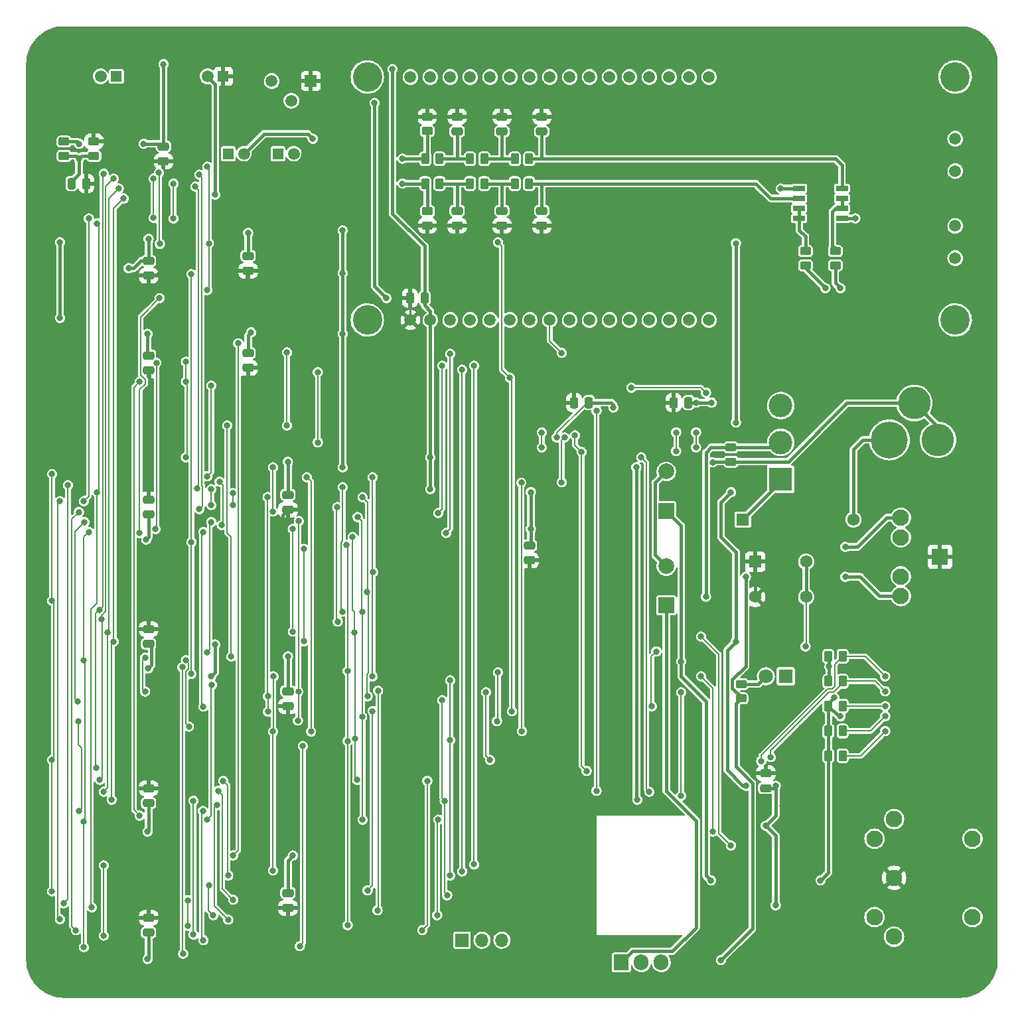
<source format=gbr>
%TF.GenerationSoftware,KiCad,Pcbnew,(6.0.5)*%
%TF.CreationDate,2023-06-11T10:02:41+02:00*%
%TF.ProjectId,Pico Sound,5069636f-2053-46f7-956e-642e6b696361,rev?*%
%TF.SameCoordinates,Original*%
%TF.FileFunction,Copper,L2,Bot*%
%TF.FilePolarity,Positive*%
%FSLAX46Y46*%
G04 Gerber Fmt 4.6, Leading zero omitted, Abs format (unit mm)*
G04 Created by KiCad (PCBNEW (6.0.5)) date 2023-06-11 10:02:41*
%MOMM*%
%LPD*%
G01*
G04 APERTURE LIST*
G04 Aperture macros list*
%AMRoundRect*
0 Rectangle with rounded corners*
0 $1 Rounding radius*
0 $2 $3 $4 $5 $6 $7 $8 $9 X,Y pos of 4 corners*
0 Add a 4 corners polygon primitive as box body*
4,1,4,$2,$3,$4,$5,$6,$7,$8,$9,$2,$3,0*
0 Add four circle primitives for the rounded corners*
1,1,$1+$1,$2,$3*
1,1,$1+$1,$4,$5*
1,1,$1+$1,$6,$7*
1,1,$1+$1,$8,$9*
0 Add four rect primitives between the rounded corners*
20,1,$1+$1,$2,$3,$4,$5,0*
20,1,$1+$1,$4,$5,$6,$7,0*
20,1,$1+$1,$6,$7,$8,$9,0*
20,1,$1+$1,$8,$9,$2,$3,0*%
G04 Aperture macros list end*
%TA.AperFunction,ComponentPad*%
%ADD10R,1.905000X2.000000*%
%TD*%
%TA.AperFunction,ComponentPad*%
%ADD11O,1.905000X2.000000*%
%TD*%
%TA.AperFunction,ComponentPad*%
%ADD12R,1.575000X1.575000*%
%TD*%
%TA.AperFunction,ComponentPad*%
%ADD13C,1.575000*%
%TD*%
%TA.AperFunction,ComponentPad*%
%ADD14R,1.500000X1.500000*%
%TD*%
%TA.AperFunction,ComponentPad*%
%ADD15C,1.500000*%
%TD*%
%TA.AperFunction,ComponentPad*%
%ADD16R,1.400000X1.400000*%
%TD*%
%TA.AperFunction,ComponentPad*%
%ADD17R,3.000000X3.000000*%
%TD*%
%TA.AperFunction,ComponentPad*%
%ADD18C,3.000000*%
%TD*%
%TA.AperFunction,ComponentPad*%
%ADD19R,1.700000X1.700000*%
%TD*%
%TA.AperFunction,ComponentPad*%
%ADD20O,1.700000X1.700000*%
%TD*%
%TA.AperFunction,ComponentPad*%
%ADD21C,2.100000*%
%TD*%
%TA.AperFunction,ComponentPad*%
%ADD22R,1.800000X1.800000*%
%TD*%
%TA.AperFunction,ComponentPad*%
%ADD23C,1.800000*%
%TD*%
%TA.AperFunction,ComponentPad*%
%ADD24R,2.000000X2.000000*%
%TD*%
%TA.AperFunction,ComponentPad*%
%ADD25C,2.000000*%
%TD*%
%TA.AperFunction,ComponentPad*%
%ADD26R,2.100000X2.100000*%
%TD*%
%TA.AperFunction,ComponentPad*%
%ADD27C,3.750000*%
%TD*%
%TA.AperFunction,ComponentPad*%
%ADD28C,4.700000*%
%TD*%
%TA.AperFunction,ComponentPad*%
%ADD29C,4.150000*%
%TD*%
%TA.AperFunction,SMDPad,CuDef*%
%ADD30RoundRect,0.250000X-0.262500X-0.450000X0.262500X-0.450000X0.262500X0.450000X-0.262500X0.450000X0*%
%TD*%
%TA.AperFunction,SMDPad,CuDef*%
%ADD31RoundRect,0.250000X-0.475000X0.250000X-0.475000X-0.250000X0.475000X-0.250000X0.475000X0.250000X0*%
%TD*%
%TA.AperFunction,SMDPad,CuDef*%
%ADD32RoundRect,0.250000X0.250000X0.475000X-0.250000X0.475000X-0.250000X-0.475000X0.250000X-0.475000X0*%
%TD*%
%TA.AperFunction,SMDPad,CuDef*%
%ADD33RoundRect,0.250000X-0.450000X0.262500X-0.450000X-0.262500X0.450000X-0.262500X0.450000X0.262500X0*%
%TD*%
%TA.AperFunction,SMDPad,CuDef*%
%ADD34RoundRect,0.250000X0.475000X-0.250000X0.475000X0.250000X-0.475000X0.250000X-0.475000X-0.250000X0*%
%TD*%
%TA.AperFunction,SMDPad,CuDef*%
%ADD35RoundRect,0.250000X0.450000X-0.262500X0.450000X0.262500X-0.450000X0.262500X-0.450000X-0.262500X0*%
%TD*%
%TA.AperFunction,SMDPad,CuDef*%
%ADD36RoundRect,0.250000X0.262500X0.450000X-0.262500X0.450000X-0.262500X-0.450000X0.262500X-0.450000X0*%
%TD*%
%TA.AperFunction,SMDPad,CuDef*%
%ADD37R,1.550000X0.650000*%
%TD*%
%TA.AperFunction,ViaPad*%
%ADD38C,0.800000*%
%TD*%
%TA.AperFunction,Conductor*%
%ADD39C,0.450000*%
%TD*%
%TA.AperFunction,Conductor*%
%ADD40C,0.200000*%
%TD*%
%TA.AperFunction,Conductor*%
%ADD41C,0.250000*%
%TD*%
G04 APERTURE END LIST*
D10*
%TO.P,U1,1,IN*%
%TO.N,/VCC*%
X193040000Y-160965000D03*
D11*
%TO.P,U1,2,GND*%
%TO.N,/Socket GND*%
X195580000Y-160965000D03*
%TO.P,U1,3,OUT*%
%TO.N,/6V*%
X198120000Y-160965000D03*
%TD*%
D12*
%TO.P,S2,1,C1*%
%TO.N,/GND*%
X210110000Y-109827500D03*
D13*
%TO.P,S2,2,C2*%
%TO.N,/~{RST}*%
X216610000Y-109827500D03*
%TO.P,S2,3,N1*%
%TO.N,/GND*%
X210110000Y-114327500D03*
%TO.P,S2,4,N2*%
%TO.N,/~{RST}*%
X216610000Y-114327500D03*
%TD*%
D14*
%TO.P,VR1,1,GND*%
%TO.N,/GND*%
X153420000Y-48520000D03*
D15*
%TO.P,VR1,2,VOUT*%
%TO.N,/V_{0}*%
X150920000Y-51020000D03*
%TO.P,VR1,3,VIN*%
%TO.N,/5V*%
X148420000Y-48520000D03*
%TD*%
D16*
%TO.P,C14,1*%
%TO.N,Net-(C14-Pad1)*%
X142875000Y-57785000D03*
D15*
%TO.P,C14,2*%
%TO.N,Net-(C14-Pad2)*%
X144875000Y-57785000D03*
%TD*%
D16*
%TO.P,C13,1*%
%TO.N,Net-(C13-Pad1)*%
X149225000Y-57785000D03*
D15*
%TO.P,C13,2*%
%TO.N,Net-(C13-Pad2)*%
X151225000Y-57785000D03*
%TD*%
D17*
%TO.P,S1,1,P1*%
%TO.N,Net-(D1-Pad1)*%
X213360000Y-99314000D03*
D18*
%TO.P,S1,2,CM*%
%TO.N,/VCC*%
X213360000Y-94615000D03*
%TO.P,S1,3,P2*%
%TO.N,unconnected-(S1-Pad3)*%
X213360000Y-89916000D03*
%TD*%
D19*
%TO.P,J2,1,Pin_1*%
%TO.N,Net-(J2-Pad1)*%
X172720000Y-158115000D03*
D20*
%TO.P,J2,2,Pin_2*%
%TO.N,Net-(J2-Pad2)*%
X175260000Y-158115000D03*
%TO.P,J2,3,Pin_3*%
%TO.N,Net-(J2-Pad3)*%
X177800000Y-158115000D03*
%TD*%
D21*
%TO.P,J3,1*%
%TO.N,/Keypad PL*%
X227822500Y-142677500D03*
%TO.P,J3,2*%
%TO.N,/GND*%
X227822500Y-150177500D03*
%TO.P,J3,3*%
%TO.N,/5V*%
X227822500Y-157677500D03*
%TO.P,J3,4*%
%TO.N,/Keypad CP*%
X225322500Y-145177500D03*
%TO.P,J3,5*%
%TO.N,/Keypad Q_{IN}*%
X225322500Y-155177500D03*
%TO.P,J3,6*%
%TO.N,unconnected-(J3-Pad6)*%
X237822500Y-145177500D03*
%TO.P,J3,7*%
%TO.N,unconnected-(J3-Pad7)*%
X237822500Y-155177500D03*
%TD*%
D22*
%TO.P,LED1,1,K*%
%TO.N,/6V*%
X214000000Y-124460000D03*
D23*
%TO.P,LED1,2,A*%
%TO.N,Net-(LED1-Pad2)*%
X211460000Y-124460000D03*
%TD*%
D16*
%TO.P,C19,1*%
%TO.N,Net-(C19-Pad1)*%
X128607600Y-47922401D03*
D15*
%TO.P,C19,2*%
%TO.N,Net-(C19-Pad2)*%
X126607600Y-47922401D03*
%TD*%
D24*
%TO.P,C1,1*%
%TO.N,/VCC*%
X198755000Y-115397677D03*
D25*
%TO.P,C1,2*%
%TO.N,/Socket GND*%
X198755000Y-110397677D03*
%TD*%
D26*
%TO.P,J5,1,SLEEVE_(GND)*%
%TO.N,/GND*%
X233680000Y-109220000D03*
D21*
%TO.P,J5,2,TIP_(RIGHT)*%
%TO.N,/Line Out Right*%
X228680000Y-104220000D03*
%TO.P,J5,3,RING_(LEFT)*%
%TO.N,/Line Out Left*%
X228680000Y-114220000D03*
%TO.P,J5,4,TIP_SWITCH*%
%TO.N,unconnected-(J5-Pad4)*%
X228680000Y-106720000D03*
%TO.P,J5,5,RING_SWITCH*%
%TO.N,unconnected-(J5-Pad5)*%
X228680000Y-111720000D03*
%TD*%
D15*
%TO.P,DS1,1,GND*%
%TO.N,/GND*%
X166120000Y-79000000D03*
%TO.P,DS1,2,5V*%
%TO.N,/5V*%
X168660000Y-79000000D03*
%TO.P,DS1,3,V_{O}*%
%TO.N,/V_{0}*%
X171200000Y-79000000D03*
%TO.P,DS1,4,RS*%
%TO.N,/LCD RS*%
X173740000Y-79000000D03*
%TO.P,DS1,5,R/~{W}*%
%TO.N,/LCD R~{W}*%
X176280000Y-79000000D03*
%TO.P,DS1,6,E*%
%TO.N,/LCD E*%
X178820000Y-79000000D03*
%TO.P,DS1,7,DB0*%
%TO.N,/LCD DB0*%
X181360000Y-79000000D03*
%TO.P,DS1,8,DB1*%
%TO.N,/LCD DB1*%
X183900000Y-79000000D03*
%TO.P,DS1,9,DB2*%
%TO.N,/LCD DB2*%
X186440000Y-79000000D03*
%TO.P,DS1,10,DB3*%
%TO.N,/LCD DB3*%
X188980000Y-79000000D03*
%TO.P,DS1,11,DB4*%
%TO.N,/LCD DB4*%
X191520000Y-79000000D03*
%TO.P,DS1,12,DB5*%
%TO.N,/LCD DB5*%
X194060000Y-79000000D03*
%TO.P,DS1,13,DB6*%
%TO.N,/LCD DB6*%
X196600000Y-79000000D03*
%TO.P,DS1,14,DB7*%
%TO.N,/LCD DB7*%
X199140000Y-79000000D03*
%TO.P,DS1,15,LEDA*%
%TO.N,unconnected-(DS1-Pad15)*%
X201680000Y-79000000D03*
%TO.P,DS1,16,LEDK*%
%TO.N,unconnected-(DS1-Pad16)*%
X204220000Y-79000000D03*
%TO.P,DS1,17,GND*%
%TO.N,unconnected-(DS1-Pad17)*%
X166120000Y-48000000D03*
%TO.P,DS1,18,5V*%
%TO.N,unconnected-(DS1-Pad18)*%
X168660000Y-48000000D03*
%TO.P,DS1,19,V_{O}*%
%TO.N,unconnected-(DS1-Pad19)*%
X171200000Y-48000000D03*
%TO.P,DS1,20,RS*%
%TO.N,unconnected-(DS1-Pad20)*%
X173740000Y-48000000D03*
%TO.P,DS1,21,R/~{W}*%
%TO.N,unconnected-(DS1-Pad21)*%
X176280000Y-48000000D03*
%TO.P,DS1,22,E*%
%TO.N,unconnected-(DS1-Pad22)*%
X178820000Y-48000000D03*
%TO.P,DS1,23,DB0*%
%TO.N,unconnected-(DS1-Pad23)*%
X181360000Y-48000000D03*
%TO.P,DS1,24,DB1*%
%TO.N,unconnected-(DS1-Pad24)*%
X183900000Y-48000000D03*
%TO.P,DS1,25,DB2*%
%TO.N,unconnected-(DS1-Pad25)*%
X186440000Y-48000000D03*
%TO.P,DS1,26,DB3*%
%TO.N,unconnected-(DS1-Pad26)*%
X188980000Y-48000000D03*
%TO.P,DS1,27,DB4*%
%TO.N,unconnected-(DS1-Pad27)*%
X191520000Y-48000000D03*
%TO.P,DS1,28,DB5*%
%TO.N,unconnected-(DS1-Pad28)*%
X194060000Y-48000000D03*
%TO.P,DS1,29,DB6*%
%TO.N,unconnected-(DS1-Pad29)*%
X196600000Y-48000000D03*
%TO.P,DS1,30,DB7*%
%TO.N,unconnected-(DS1-Pad30)*%
X199140000Y-48000000D03*
%TO.P,DS1,31,LEDA*%
%TO.N,unconnected-(DS1-Pad31)*%
X201680000Y-48000000D03*
%TO.P,DS1,32,LEDK*%
%TO.N,unconnected-(DS1-Pad32)*%
X204220000Y-48000000D03*
%TO.P,DS1,A1,A1*%
%TO.N,unconnected-(DS1-PadA1)*%
X235620000Y-55880000D03*
%TO.P,DS1,A2,A2*%
%TO.N,unconnected-(DS1-PadA2)*%
X235620000Y-60000000D03*
%TO.P,DS1,K1,K1*%
%TO.N,unconnected-(DS1-PadK1)*%
X235620000Y-67000000D03*
%TO.P,DS1,K2,K2*%
%TO.N,unconnected-(DS1-PadK2)*%
X235620000Y-71120000D03*
D27*
%TO.P,DS1,MH1*%
%TO.N,unconnected-(DS1-PadMH1)*%
X160620000Y-79000000D03*
%TO.P,DS1,MH2*%
%TO.N,unconnected-(DS1-PadMH2)*%
X160620000Y-48000000D03*
%TO.P,DS1,MH3*%
%TO.N,unconnected-(DS1-PadMH3)*%
X235620000Y-48000000D03*
%TO.P,DS1,MH4*%
%TO.N,unconnected-(DS1-PadMH4)*%
X235620000Y-79000000D03*
%TD*%
D28*
%TO.P,J1,A1,VCC*%
%TO.N,/Socket VCC*%
X227215700Y-94297500D03*
D29*
%TO.P,J1,B1,GND*%
%TO.N,/Socket GND*%
X230415700Y-89597500D03*
%TO.P,J1,C1,GND*%
X233415700Y-94297500D03*
%TD*%
D12*
%TO.P,D1,1*%
%TO.N,Net-(D1-Pad1)*%
X208533000Y-104458000D03*
D13*
%TO.P,D1,2*%
%TO.N,/Socket VCC*%
X222633000Y-104458000D03*
%TD*%
D24*
%TO.P,C2,1*%
%TO.N,/6V*%
X198755000Y-103332677D03*
D25*
%TO.P,C2,2*%
%TO.N,/Socket GND*%
X198755000Y-98332677D03*
%TD*%
D16*
%TO.P,C22,1*%
%TO.N,/GND*%
X142240000Y-47922401D03*
D15*
%TO.P,C22,2*%
%TO.N,/-5V*%
X140240000Y-47922401D03*
%TD*%
D30*
%TO.P,R17,1*%
%TO.N,Net-(C16-Pad2)*%
X173712500Y-58430000D03*
%TO.P,R17,2*%
%TO.N,Net-(C18-Pad2)*%
X175537500Y-58430000D03*
%TD*%
D31*
%TO.P,C31,1*%
%TO.N,/3.3V*%
X132715000Y-71456000D03*
%TO.P,C31,2*%
%TO.N,/GND*%
X132715000Y-73356000D03*
%TD*%
%TO.P,C25,1*%
%TO.N,/5V*%
X150495000Y-152101000D03*
%TO.P,C25,2*%
%TO.N,/GND*%
X150495000Y-154001000D03*
%TD*%
%TO.P,C26,1*%
%TO.N,/5V*%
X150495000Y-126370000D03*
%TO.P,C26,2*%
%TO.N,/GND*%
X150495000Y-128270000D03*
%TD*%
D32*
%TO.P,C12,1*%
%TO.N,/GND*%
X124769000Y-61595000D03*
%TO.P,C12,2*%
%TO.N,Net-(C12-Pad2)*%
X122869000Y-61595000D03*
%TD*%
D31*
%TO.P,C34,1*%
%TO.N,/3.3V*%
X145415000Y-70821000D03*
%TO.P,C34,2*%
%TO.N,/GND*%
X145415000Y-72721000D03*
%TD*%
D33*
%TO.P,R21,1*%
%TO.N,Net-(IC19-Pad6)*%
X220335000Y-70207500D03*
%TO.P,R21,2*%
%TO.N,/Line Out Right*%
X220335000Y-72032500D03*
%TD*%
D30*
%TO.P,R19,1*%
%TO.N,Net-(C18-Pad2)*%
X179427500Y-58430000D03*
%TO.P,R19,2*%
%TO.N,Net-(C21-Pad2)*%
X181252500Y-58430000D03*
%TD*%
D33*
%TO.P,R5,1*%
%TO.N,/5V*%
X121920000Y-56237500D03*
%TO.P,R5,2*%
%TO.N,Net-(C12-Pad2)*%
X121920000Y-58062500D03*
%TD*%
D34*
%TO.P,C30,1*%
%TO.N,/5V*%
X132715000Y-157144000D03*
%TO.P,C30,2*%
%TO.N,/GND*%
X132715000Y-155244000D03*
%TD*%
D35*
%TO.P,R1,1*%
%TO.N,/Socket GND*%
X207010000Y-97075000D03*
%TO.P,R1,2*%
%TO.N,/VCC*%
X207010000Y-95250000D03*
%TD*%
D31*
%TO.P,C24,1*%
%TO.N,/5V*%
X150495000Y-101301000D03*
%TO.P,C24,2*%
%TO.N,/GND*%
X150495000Y-103201000D03*
%TD*%
D36*
%TO.P,R7,1*%
%TO.N,/SD Dat1*%
X221257500Y-121910000D03*
%TO.P,R7,2*%
%TO.N,/3.3V*%
X219432500Y-121910000D03*
%TD*%
D30*
%TO.P,R18,1*%
%TO.N,Net-(C17-Pad2)*%
X179427500Y-61605000D03*
%TO.P,R18,2*%
%TO.N,Net-(C20-Pad2)*%
X181252500Y-61605000D03*
%TD*%
D36*
%TO.P,R11,1*%
%TO.N,/SD Dat2*%
X221257500Y-134610000D03*
%TO.P,R11,2*%
%TO.N,/3.3V*%
X219432500Y-134610000D03*
%TD*%
D30*
%TO.P,R16,1*%
%TO.N,Net-(C15-Pad2)*%
X173712500Y-61605000D03*
%TO.P,R16,2*%
%TO.N,Net-(C17-Pad2)*%
X175537500Y-61605000D03*
%TD*%
D34*
%TO.P,C17,1*%
%TO.N,/GND*%
X177800000Y-66974000D03*
%TO.P,C17,2*%
%TO.N,Net-(C17-Pad2)*%
X177800000Y-65074000D03*
%TD*%
%TO.P,C28,1*%
%TO.N,/5V*%
X132715000Y-120314000D03*
%TO.P,C28,2*%
%TO.N,/GND*%
X132715000Y-118414000D03*
%TD*%
D32*
%TO.P,C10,1*%
%TO.N,/5V*%
X201594000Y-89535000D03*
%TO.P,C10,2*%
%TO.N,/GND*%
X199694000Y-89535000D03*
%TD*%
D33*
%TO.P,R20,1*%
%TO.N,Net-(IC19-Pad1)*%
X216525000Y-70207500D03*
%TO.P,R20,2*%
%TO.N,/Line Out Left*%
X216525000Y-72032500D03*
%TD*%
D31*
%TO.P,C8,1*%
%TO.N,/5V*%
X181292500Y-107778000D03*
%TO.P,C8,2*%
%TO.N,/GND*%
X181292500Y-109678000D03*
%TD*%
%TO.P,C21,1*%
%TO.N,/GND*%
X182880000Y-53041000D03*
%TO.P,C21,2*%
%TO.N,Net-(C21-Pad2)*%
X182880000Y-54941000D03*
%TD*%
%TO.P,C33,1*%
%TO.N,/5V*%
X134620000Y-56851000D03*
%TO.P,C33,2*%
%TO.N,/GND*%
X134620000Y-58751000D03*
%TD*%
D35*
%TO.P,R3,1*%
%TO.N,/Socket GND*%
X208290000Y-127277500D03*
%TO.P,R3,2*%
%TO.N,Net-(LED1-Pad2)*%
X208290000Y-125452500D03*
%TD*%
D33*
%TO.P,R13,1*%
%TO.N,/GND*%
X168265000Y-53062500D03*
%TO.P,R13,2*%
%TO.N,Net-(C14-Pad2)*%
X168265000Y-54887500D03*
%TD*%
D34*
%TO.P,C27,1*%
%TO.N,/5V*%
X132715000Y-103804000D03*
%TO.P,C27,2*%
%TO.N,/GND*%
X132715000Y-101904000D03*
%TD*%
D33*
%TO.P,R6,1*%
%TO.N,/GND*%
X125730000Y-56237500D03*
%TO.P,R6,2*%
%TO.N,Net-(C12-Pad2)*%
X125730000Y-58062500D03*
%TD*%
D34*
%TO.P,C32,1*%
%TO.N,/5V*%
X211455000Y-138729000D03*
%TO.P,C32,2*%
%TO.N,/GND*%
X211455000Y-136829000D03*
%TD*%
D32*
%TO.P,C9,1*%
%TO.N,/5V*%
X167939000Y-76200000D03*
%TO.P,C9,2*%
%TO.N,/GND*%
X166039000Y-76200000D03*
%TD*%
D30*
%TO.P,R14,1*%
%TO.N,Net-(C13-Pad2)*%
X167997500Y-61605000D03*
%TO.P,R14,2*%
%TO.N,Net-(C15-Pad2)*%
X169822500Y-61605000D03*
%TD*%
%TO.P,R15,1*%
%TO.N,Net-(C14-Pad2)*%
X167997500Y-58430000D03*
%TO.P,R15,2*%
%TO.N,Net-(C16-Pad2)*%
X169822500Y-58430000D03*
%TD*%
D34*
%TO.P,C20,1*%
%TO.N,/GND*%
X182880000Y-66974000D03*
%TO.P,C20,2*%
%TO.N,Net-(C20-Pad2)*%
X182880000Y-65074000D03*
%TD*%
D36*
%TO.P,R8,1*%
%TO.N,/SD Dat0*%
X221257500Y-125085000D03*
%TO.P,R8,2*%
%TO.N,/3.3V*%
X219432500Y-125085000D03*
%TD*%
D31*
%TO.P,C3,1*%
%TO.N,/3.3V*%
X132715000Y-83521000D03*
%TO.P,C3,2*%
%TO.N,/GND*%
X132715000Y-85421000D03*
%TD*%
D37*
%TO.P,IC19,1,OUT_1*%
%TO.N,Net-(IC19-Pad1)*%
X215715000Y-66040000D03*
%TO.P,IC19,2,IN_1-*%
X215715000Y-64770000D03*
%TO.P,IC19,3,IN_1+*%
%TO.N,Net-(C20-Pad2)*%
X215715000Y-63500000D03*
%TO.P,IC19,4,GND*%
%TO.N,/-5V*%
X215715000Y-62230000D03*
%TO.P,IC19,5,IN_2+*%
%TO.N,Net-(C21-Pad2)*%
X221165000Y-62230000D03*
%TO.P,IC19,6,IN_2-*%
%TO.N,Net-(IC19-Pad6)*%
X221165000Y-63500000D03*
%TO.P,IC19,7,OUT_2*%
X221165000Y-64770000D03*
%TO.P,IC19,8,VCC*%
%TO.N,/5V*%
X221165000Y-66040000D03*
%TD*%
D31*
%TO.P,C18,1*%
%TO.N,/GND*%
X177800000Y-53041000D03*
%TO.P,C18,2*%
%TO.N,Net-(C18-Pad2)*%
X177800000Y-54941000D03*
%TD*%
D34*
%TO.P,C29,1*%
%TO.N,/5V*%
X132715000Y-140634000D03*
%TO.P,C29,2*%
%TO.N,/GND*%
X132715000Y-138734000D03*
%TD*%
D35*
%TO.P,R12,1*%
%TO.N,/GND*%
X168285000Y-66952500D03*
%TO.P,R12,2*%
%TO.N,Net-(C13-Pad2)*%
X168285000Y-65127500D03*
%TD*%
D36*
%TO.P,R10,1*%
%TO.N,/SD Dat3*%
X221257500Y-131435000D03*
%TO.P,R10,2*%
%TO.N,/3.3V*%
X219432500Y-131435000D03*
%TD*%
D31*
%TO.P,C23,1*%
%TO.N,/3.3V*%
X145415000Y-83222000D03*
%TO.P,C23,2*%
%TO.N,/GND*%
X145415000Y-85122000D03*
%TD*%
%TO.P,C16,1*%
%TO.N,/GND*%
X172085000Y-53041000D03*
%TO.P,C16,2*%
%TO.N,Net-(C16-Pad2)*%
X172085000Y-54941000D03*
%TD*%
D36*
%TO.P,R9,1*%
%TO.N,/SD Cmd*%
X221257500Y-128260000D03*
%TO.P,R9,2*%
%TO.N,/3.3V*%
X219432500Y-128260000D03*
%TD*%
D32*
%TO.P,C11,1*%
%TO.N,/5V*%
X188894000Y-89535000D03*
%TO.P,C11,2*%
%TO.N,/GND*%
X186994000Y-89535000D03*
%TD*%
D34*
%TO.P,C15,1*%
%TO.N,/GND*%
X172085000Y-66974000D03*
%TO.P,C15,2*%
%TO.N,Net-(C15-Pad2)*%
X172085000Y-65074000D03*
%TD*%
D38*
%TO.N,/GND*%
X181356000Y-111760000D03*
X218759989Y-156652011D03*
X119888000Y-133096000D03*
X216042119Y-130952119D03*
X219456000Y-164592000D03*
X132588000Y-87884000D03*
X154940000Y-42672000D03*
X149860000Y-158814500D03*
X192532000Y-109220000D03*
X145288000Y-75184000D03*
X142748000Y-124968000D03*
X117856000Y-133096000D03*
X145288000Y-87376000D03*
X133096000Y-115316000D03*
X208941884Y-133404011D03*
X133096000Y-135636000D03*
X149852259Y-108004011D03*
X134112000Y-133096000D03*
X182865916Y-84584001D03*
X142748000Y-133096000D03*
X185420000Y-90264066D03*
X196215000Y-88835500D03*
X213549500Y-140970000D03*
X133096000Y-151892000D03*
X135255000Y-72390000D03*
X139192000Y-133096000D03*
X191516000Y-134112000D03*
X150495000Y-133350000D03*
X142240000Y-108204000D03*
%TO.N,/3.3V*%
X218440000Y-150495000D03*
X121412000Y-78740000D03*
X132588000Y-80772000D03*
X157480000Y-67564000D03*
X145796000Y-80570011D03*
X130175000Y-72390000D03*
X220199898Y-127174544D03*
X145415000Y-67890989D03*
X194945000Y-97790000D03*
X121412000Y-69088000D03*
X132715000Y-68644500D03*
X195072000Y-140208000D03*
X219545020Y-123190000D03*
X157480000Y-80772000D03*
X157480000Y-97790000D03*
X220979650Y-129559362D03*
X157480000Y-73025000D03*
%TO.N,/6V*%
X204470000Y-150495000D03*
X200660000Y-122555000D03*
%TO.N,/5V*%
X163830000Y-46990000D03*
X207645000Y-92075000D03*
X168656000Y-100584000D03*
X141224000Y-120396000D03*
X207645000Y-120015000D03*
X132413011Y-107013026D03*
X132588000Y-160528000D03*
X208915000Y-138430000D03*
X151130000Y-147320000D03*
X207645000Y-69215000D03*
X132671011Y-123444000D03*
X222885000Y-66040000D03*
X192024000Y-90170000D03*
X204534500Y-89535000D03*
X134620000Y-46355000D03*
X212725000Y-153670000D03*
X202565000Y-89535000D03*
X140716000Y-124460000D03*
X184785000Y-93980000D03*
X168656000Y-96520000D03*
X150484817Y-97090500D03*
X211455000Y-143510000D03*
X150495000Y-121920000D03*
X132080000Y-56515000D03*
X181483000Y-105664000D03*
X207010000Y-100965000D03*
X212725000Y-138430000D03*
X132588000Y-144272000D03*
X181483000Y-100965000D03*
X123835000Y-56515000D03*
%TO.N,Net-(C12-Pad2)*%
X123835000Y-58420000D03*
%TO.N,/V_{0}*%
X161544000Y-51308000D03*
X163068000Y-76200000D03*
%TO.N,/LCD DB1*%
X185420000Y-83185000D03*
%TO.N,/LCD DB5*%
X203835000Y-88265000D03*
X194310000Y-87630000D03*
%TO.N,/~{RST}*%
X177292000Y-69088000D03*
X178816000Y-86360000D03*
X216535000Y-120650000D03*
X197485000Y-121285000D03*
X179070000Y-128905000D03*
X196914500Y-128270000D03*
%TO.N,Net-(IC4-Pad1)*%
X171196000Y-83312000D03*
X170688000Y-106172000D03*
%TO.N,/Channel A Load*%
X143510000Y-147320000D03*
X144144999Y-81979500D03*
%TO.N,Net-(IC4-Pad3)*%
X170180000Y-84836000D03*
X169672000Y-103632000D03*
%TO.N,/Channel B Load*%
X137476500Y-84328000D03*
X137476500Y-86868000D03*
X137476500Y-96520000D03*
%TO.N,/RST*%
X120396000Y-135128000D03*
X120396000Y-151892000D03*
X140208000Y-98931000D03*
X120396000Y-114808000D03*
X140716000Y-87376000D03*
X120396000Y-98657213D03*
%TO.N,/SD Card EN*%
X154305000Y-94615000D03*
X195580000Y-96520000D03*
X154305000Y-85660500D03*
X196596000Y-139192000D03*
%TO.N,Net-(IC4-Pad11)*%
X172720000Y-85344000D03*
X172720000Y-149352000D03*
%TO.N,/DIOR EN*%
X150368000Y-83130989D03*
X150368000Y-92456000D03*
X142748000Y-92456000D03*
X143256000Y-121920000D03*
%TO.N,Net-(IC4-Pad13)*%
X174244000Y-148458017D03*
X174244000Y-84836000D03*
%TO.N,Net-(IC11-Pad3)*%
X131572002Y-86868000D03*
X131572000Y-142240000D03*
X139648400Y-141643700D03*
X139699999Y-158114999D03*
%TO.N,Net-(IC13-Pad3)*%
X140716000Y-104775000D03*
X140208000Y-121412000D03*
X133696758Y-84452797D03*
X133604000Y-105664000D03*
%TO.N,Net-(IC11-Pad4)*%
X127000000Y-157544500D03*
X127000000Y-148590000D03*
%TO.N,/GPIO9*%
X152908000Y-99060000D03*
X153421804Y-131509501D03*
X148654500Y-124460000D03*
X148590000Y-149225000D03*
X148590000Y-131509500D03*
%TO.N,Net-(IC11-Pad5)*%
X140399500Y-151130000D03*
X140970000Y-154940000D03*
%TO.N,/GPIO8*%
X147955000Y-128969500D03*
X147955000Y-127000000D03*
X160655000Y-151765000D03*
X161290000Y-128905000D03*
X147890500Y-101600000D03*
%TO.N,/GPIO7*%
X151892000Y-104648000D03*
X151765000Y-130110500D03*
X175768000Y-126492000D03*
X161989501Y-126300499D03*
X151819500Y-126429500D03*
X176276000Y-135128000D03*
X161925000Y-154305000D03*
%TO.N,Net-(IC11-Pad7)*%
X137730500Y-153035000D03*
X137730500Y-156274500D03*
%TO.N,/GPIO6*%
X158115000Y-123760500D03*
X177292000Y-123952000D03*
X158115000Y-156210000D03*
X157988000Y-107696000D03*
X158115000Y-132715000D03*
X177165000Y-130175000D03*
%TO.N,Net-(IC12-Pad4)*%
X138430000Y-140335000D03*
X138430000Y-157415499D03*
%TO.N,/GPIO5*%
X167640000Y-156845000D03*
X159320500Y-137668000D03*
X158750000Y-106680000D03*
X168275000Y-137795000D03*
X159071858Y-132426161D03*
X158962266Y-118886978D03*
%TO.N,Net-(IC12-Pad5)*%
X141415500Y-140879068D03*
X142875000Y-155510500D03*
%TO.N,/GPIO4*%
X159955500Y-129604500D03*
X169545000Y-154940000D03*
X159385000Y-104140000D03*
X159955500Y-116205000D03*
X169672000Y-142748000D03*
X160020000Y-142748000D03*
%TO.N,Net-(IC12-Pad6)*%
X143510000Y-152970500D03*
X141605000Y-139065000D03*
%TO.N,/GPIO3*%
X160655000Y-127000000D03*
X170180000Y-127508000D03*
X170496500Y-140335000D03*
X160020000Y-101600000D03*
X160590500Y-113665000D03*
X170815000Y-152400000D03*
%TO.N,Net-(IC12-Pad7)*%
X142240000Y-137795000D03*
X142875000Y-149860000D03*
%TO.N,/GPIO2*%
X171196000Y-124968000D03*
X161354500Y-111125000D03*
X161290000Y-124460000D03*
X171196000Y-132588000D03*
X161290000Y-99060000D03*
X171196000Y-149860000D03*
%TO.N,Net-(IC13-Pad4)*%
X148584212Y-103440500D03*
X148590000Y-97790000D03*
%TO.N,Net-(IC13-Pad5)*%
X140716000Y-102616000D03*
X140716000Y-100584000D03*
%TO.N,Net-(IC13-Pad6)*%
X143447500Y-101092000D03*
X143447500Y-102616000D03*
%TO.N,Net-(IC13-Pad7)*%
X141771579Y-99630500D03*
X142048500Y-105156000D03*
%TO.N,Net-(IC14-Pad4)*%
X152519000Y-119995235D03*
X152560401Y-108204000D03*
%TO.N,Net-(IC14-Pad5)*%
X151108518Y-105664000D03*
X151120000Y-118745000D03*
%TO.N,Net-(IC14-Pad6)*%
X156845000Y-117475000D03*
X156780500Y-102870000D03*
%TO.N,Net-(IC14-Pad7)*%
X157415500Y-116205000D03*
X157480000Y-100330000D03*
%TO.N,/DIR1*%
X137123544Y-159849011D03*
X137032336Y-123308676D03*
%TO.N,/DIR2*%
X140791010Y-125551010D03*
X140208000Y-142748000D03*
%TO.N,/DIR3*%
X139700000Y-106045000D03*
X139700000Y-128324011D03*
%TO.N,/DIR4*%
X137859500Y-130874500D03*
X137478316Y-122414189D03*
%TO.N,/DOR1*%
X152005628Y-158894872D03*
X152400000Y-133350000D03*
%TO.N,/DOR2*%
X123868989Y-141605000D03*
X123760500Y-130174017D03*
%TO.N,/DOR3*%
X123635500Y-127635000D03*
X124524500Y-104775000D03*
%TO.N,/DOR4*%
X132271500Y-126403700D03*
X132271500Y-122091546D03*
%TO.N,/LCD Shift Clock*%
X180340000Y-131445000D03*
X185784503Y-93980000D03*
X185420000Y-99695000D03*
X180267980Y-99767020D03*
%TO.N,/LCD Store Clock*%
X200025000Y-95714010D03*
X187960000Y-95820500D03*
X187107629Y-93716511D03*
X188595000Y-136525000D03*
X200025000Y-93345000D03*
%TO.N,/Q7S*%
X202565000Y-95250000D03*
X182880000Y-95250000D03*
X182880000Y-93345000D03*
X202565000Y-93345000D03*
%TO.N,/LCD Bit Out*%
X189865000Y-139065000D03*
X189865000Y-90567998D03*
%TO.N,/~{16KHz CLK}*%
X124460000Y-122428000D03*
X140208000Y-75184000D03*
X124460000Y-142969201D03*
X131572000Y-106172000D03*
X124460000Y-159004000D03*
X134112000Y-76200000D03*
X125095000Y-106045000D03*
X140208000Y-59436000D03*
X140399500Y-69215000D03*
%TO.N,Net-(IC11-Pad10)*%
X138875500Y-100476423D03*
X122428000Y-100076000D03*
X138684000Y-61976000D03*
X121920000Y-153416000D03*
%TO.N,Net-(IC11-Pad11)*%
X125476000Y-153924000D03*
X126136478Y-66675000D03*
X126136478Y-100965000D03*
X135890000Y-66040000D03*
X135890000Y-61595000D03*
%TO.N,Net-(IC11-Pad12)*%
X121412000Y-102108000D03*
X121412000Y-155448000D03*
X124460000Y-102108000D03*
X125095000Y-66040000D03*
X133350000Y-60960000D03*
X133350000Y-65975500D03*
%TO.N,Net-(IC11-Pad13)*%
X123825000Y-103505000D03*
X139192000Y-103124000D03*
X139192000Y-60452000D03*
X123444000Y-156845000D03*
%TO.N,Net-(IC12-Pad10)*%
X126067011Y-136144000D03*
X126420373Y-116015500D03*
X127000000Y-60325000D03*
%TO.N,Net-(IC12-Pad11)*%
X126492000Y-137668000D03*
X128270000Y-60960000D03*
X126683500Y-117168236D03*
%TO.N,Net-(IC12-Pad12)*%
X128905000Y-62230000D03*
X127000000Y-139192000D03*
X127508000Y-118872000D03*
%TO.N,Net-(IC12-Pad13)*%
X128270000Y-120015000D03*
X128016000Y-140208000D03*
X129540000Y-63500000D03*
%TO.N,/16KHz CLK*%
X138176000Y-124143500D03*
X138176000Y-73152000D03*
X138176000Y-107315000D03*
%TO.N,/SD Dat2*%
X226695000Y-131445000D03*
%TO.N,/SD Dat3*%
X226695000Y-129540000D03*
%TO.N,/SD Cmd*%
X226695000Y-128270000D03*
%TO.N,/SD Dat0*%
X212090000Y-134749001D03*
X226695000Y-126365000D03*
%TO.N,/SD Dat1*%
X210877372Y-135262128D03*
X226695000Y-124460000D03*
%TO.N,/32KHz CLK*%
X134147493Y-69294011D03*
X134021811Y-60219949D03*
%TO.N,/-5V*%
X141224000Y-62992000D03*
X213360000Y-62230000D03*
%TO.N,/Keypad PL*%
X200660000Y-126492000D03*
X200660000Y-139700000D03*
%TO.N,/Keypad CP*%
X203200000Y-124460000D03*
X204724000Y-144272000D03*
%TO.N,/Keypad Q_{IN}*%
X207010000Y-146050000D03*
X203200000Y-119380000D03*
%TO.N,/Line Out Right*%
X220980000Y-74930000D03*
X221615000Y-107950000D03*
%TO.N,/Line Out Left*%
X221615000Y-111760000D03*
X219075000Y-74930000D03*
%TO.N,Net-(C13-Pad2)*%
X165100000Y-61595000D03*
%TO.N,Net-(C14-Pad2)*%
X165100000Y-58420000D03*
X153670000Y-55880000D03*
%TO.N,/VCC*%
X203835000Y-114300000D03*
%TO.N,/Socket GND*%
X208915000Y-111760000D03*
X204659500Y-97155000D03*
X205740000Y-160655000D03*
%TD*%
D39*
%TO.N,/GND*%
X132715000Y-155244000D02*
X132715000Y-152273000D01*
X183009002Y-84584001D02*
X182865916Y-84584001D01*
X153420000Y-48520000D02*
X153420000Y-44192000D01*
X134620000Y-72390000D02*
X135255000Y-72390000D01*
X132715000Y-138734000D02*
X132715000Y-136017000D01*
X119888000Y-133096000D02*
X117856000Y-133096000D01*
X177800000Y-66974000D02*
X172085000Y-66974000D01*
X132715000Y-118414000D02*
X132715000Y-115697000D01*
D40*
X185420000Y-89687000D02*
X185420000Y-90264066D01*
D39*
X211455000Y-136829000D02*
X213691000Y-136829000D01*
X153420000Y-44192000D02*
X154940000Y-42672000D01*
X181356000Y-111760000D02*
X181356000Y-109741500D01*
X196914500Y-89535000D02*
X196215000Y-88835500D01*
X199694000Y-89535000D02*
X196914500Y-89535000D01*
D40*
X185572000Y-89535000D02*
X185420000Y-89687000D01*
X213691000Y-136829000D02*
X213691000Y-140828500D01*
D39*
X150495000Y-158179500D02*
X149860000Y-158814500D01*
X192532000Y-109220000D02*
X192532000Y-133096000D01*
X145415000Y-85122000D02*
X145415000Y-87249000D01*
X132715000Y-136017000D02*
X133096000Y-135636000D01*
X172085000Y-53041000D02*
X177800000Y-53041000D01*
D40*
X211455000Y-136829000D02*
X209854000Y-136829000D01*
D39*
X177800000Y-53041000D02*
X182880000Y-53041000D01*
X145288000Y-75184000D02*
X145288000Y-72848000D01*
X210110000Y-109827500D02*
X210110000Y-114327500D01*
X132715000Y-152273000D02*
X133096000Y-151892000D01*
X142748000Y-124968000D02*
X142748000Y-122936000D01*
X133654000Y-73356000D02*
X134620000Y-72390000D01*
X168265000Y-53062500D02*
X172063500Y-53062500D01*
D40*
X213691000Y-140828500D02*
X213549500Y-140970000D01*
D39*
X185572000Y-89535000D02*
X185572000Y-87146999D01*
X150495000Y-128270000D02*
X150495000Y-133350000D01*
X150495000Y-154001000D02*
X150495000Y-158179500D01*
D40*
X209854000Y-136829000D02*
X208941884Y-135916884D01*
D39*
X132796014Y-87675986D02*
X132588000Y-87884000D01*
X213691000Y-133303238D02*
X216042119Y-130952119D01*
X172085000Y-66974000D02*
X168306500Y-66974000D01*
X132715000Y-115697000D02*
X133096000Y-115316000D01*
X145415000Y-87249000D02*
X145288000Y-87376000D01*
X185572000Y-87146999D02*
X183009002Y-84584001D01*
X192532000Y-133096000D02*
X191516000Y-134112000D01*
X213691000Y-136829000D02*
X213691000Y-133303238D01*
X182880000Y-66974000D02*
X177800000Y-66974000D01*
X142748000Y-122936000D02*
X142240000Y-122428000D01*
X142748000Y-133096000D02*
X142748000Y-124968000D01*
X149852259Y-103843741D02*
X149852259Y-108004011D01*
D40*
X208941884Y-135916884D02*
X208941884Y-133404011D01*
D39*
X218759989Y-163895989D02*
X219456000Y-164592000D01*
X218759989Y-156652011D02*
X218759989Y-163895989D01*
X132796014Y-85502014D02*
X132796014Y-87675986D01*
X186994000Y-89535000D02*
X185572000Y-89535000D01*
D41*
X166120000Y-76281000D02*
X166120000Y-79000000D01*
D39*
X150495000Y-103201000D02*
X149852259Y-103843741D01*
X142240000Y-122428000D02*
X142240000Y-108204000D01*
X132715000Y-73356000D02*
X133654000Y-73356000D01*
%TO.N,/3.3V*%
X219432500Y-131435000D02*
X219432500Y-128260000D01*
X219432500Y-149502500D02*
X218440000Y-150495000D01*
X132715000Y-71456000D02*
X132715000Y-68644500D01*
X145415000Y-70821000D02*
X145415000Y-67890989D01*
X157480000Y-80772000D02*
X157480000Y-73025000D01*
X157480000Y-73025000D02*
X157480000Y-67564000D01*
X132588000Y-83394000D02*
X132588000Y-80772000D01*
X145415000Y-83222000D02*
X145415000Y-80951011D01*
X219545020Y-124972480D02*
X219545020Y-123190000D01*
X130810000Y-72390000D02*
X130175000Y-72390000D01*
X194945000Y-140081000D02*
X195072000Y-140208000D01*
X219432500Y-127941942D02*
X220199898Y-127174544D01*
X220731862Y-129559362D02*
X219432500Y-128260000D01*
X157480000Y-80772000D02*
X157480000Y-97790000D01*
X131744000Y-71456000D02*
X130810000Y-72390000D01*
X194945000Y-97790000D02*
X194945000Y-140081000D01*
X219545020Y-122022520D02*
X219545020Y-123190000D01*
X121412000Y-69088000D02*
X121412000Y-78740000D01*
X220979650Y-129559362D02*
X220731862Y-129559362D01*
X132715000Y-71456000D02*
X131744000Y-71456000D01*
X219432500Y-134610000D02*
X219432500Y-149502500D01*
X145415000Y-80951011D02*
X145796000Y-80570011D01*
X219432500Y-134610000D02*
X219432500Y-131435000D01*
%TO.N,/6V*%
X203835000Y-149860000D02*
X204470000Y-150495000D01*
X203835000Y-142512196D02*
X203835000Y-149860000D01*
X200660000Y-105237677D02*
X200660000Y-122555000D01*
X203843098Y-142504098D02*
X203835000Y-142512196D01*
X200660000Y-124460000D02*
X203843098Y-127643098D01*
X203843098Y-127643098D02*
X203843098Y-142504098D01*
X198755000Y-103332677D02*
X200660000Y-105237677D01*
X200660000Y-122555000D02*
X200660000Y-124460000D01*
%TO.N,/5V*%
X132715000Y-103804000D02*
X132715000Y-106711037D01*
X141224000Y-123952000D02*
X141224000Y-120396000D01*
X212725000Y-144780000D02*
X212725000Y-153670000D01*
X211455000Y-138729000D02*
X212426000Y-138729000D01*
D40*
X188665006Y-89535000D02*
X184785000Y-93415006D01*
X184785000Y-93415006D02*
X184785000Y-93980000D01*
D39*
X167939000Y-69514000D02*
X167939000Y-76200000D01*
X168656000Y-96520000D02*
X168656000Y-100584000D01*
X150495000Y-121920000D02*
X150495000Y-126370000D01*
X212725000Y-142240000D02*
X212725000Y-138430000D01*
X192024000Y-89789000D02*
X192024000Y-90170000D01*
X168660000Y-77855000D02*
X168660000Y-79000000D01*
X134620000Y-46355000D02*
X134620000Y-56851000D01*
X188894000Y-89535000D02*
X191770000Y-89535000D01*
X132715000Y-160401000D02*
X132588000Y-160528000D01*
X123557500Y-56237500D02*
X121920000Y-56237500D01*
X132715000Y-144145000D02*
X132715000Y-140634000D01*
X150495000Y-97100683D02*
X150484817Y-97090500D01*
X140716000Y-124460000D02*
X141224000Y-123952000D01*
X167939000Y-76200000D02*
X167939000Y-77134000D01*
X205740000Y-106680000D02*
X205740000Y-102235000D01*
X211455000Y-143510000D02*
X212725000Y-142240000D01*
X191770000Y-89535000D02*
X192024000Y-89789000D01*
X167939000Y-77134000D02*
X168660000Y-77855000D01*
X163830000Y-65405000D02*
X167939000Y-69514000D01*
X168660000Y-96516000D02*
X168656000Y-96520000D01*
X201594000Y-89535000D02*
X204534500Y-89535000D01*
X211455000Y-143510000D02*
X212725000Y-144780000D01*
X222885000Y-66040000D02*
X221165000Y-66040000D01*
X208534000Y-138430000D02*
X208915000Y-138430000D01*
X123835000Y-56515000D02*
X123557500Y-56237500D01*
X132715000Y-120314000D02*
X133096001Y-120695001D01*
X207645000Y-120015000D02*
X207645000Y-108585000D01*
X150495000Y-147955000D02*
X151130000Y-147320000D01*
X212426000Y-138729000D02*
X212725000Y-138430000D01*
X181483000Y-107587500D02*
X181483000Y-105664000D01*
X134284000Y-56515000D02*
X132080000Y-56515000D01*
X181483000Y-100965000D02*
X181483000Y-105664000D01*
X132715000Y-157144000D02*
X132715000Y-160401000D01*
X207645000Y-92075000D02*
X207645000Y-69215000D01*
X163830000Y-46990000D02*
X163830000Y-65405000D01*
X132588000Y-144272000D02*
X132715000Y-144145000D01*
X133096001Y-123019010D02*
X132671011Y-123444000D01*
X150495000Y-101301000D02*
X150495000Y-97100683D01*
X206515969Y-136411969D02*
X208534000Y-138430000D01*
X207645000Y-108585000D02*
X205740000Y-106680000D01*
X207645000Y-120015000D02*
X206515969Y-121144031D01*
X133096001Y-120695001D02*
X133096001Y-123019010D01*
X206515969Y-121144031D02*
X206515969Y-136411969D01*
X168660000Y-79000000D02*
X168660000Y-96516000D01*
X132715000Y-106711037D02*
X132413011Y-107013026D01*
X134620000Y-56851000D02*
X134284000Y-56515000D01*
X150495000Y-152101000D02*
X150495000Y-147955000D01*
X205740000Y-102235000D02*
X207010000Y-100965000D01*
%TO.N,Net-(C12-Pad2)*%
X123835000Y-60325000D02*
X123835000Y-58420000D01*
X122869000Y-61291000D02*
X123835000Y-60325000D01*
X123477500Y-58062500D02*
X121920000Y-58062500D01*
X123835000Y-58420000D02*
X123477500Y-58062500D01*
X123835000Y-58420000D02*
X124192500Y-58062500D01*
X124192500Y-58062500D02*
X125730000Y-58062500D01*
%TO.N,Net-(C21-Pad2)*%
X181252500Y-58430000D02*
X220355000Y-58430000D01*
X221165000Y-59240000D02*
X221165000Y-62230000D01*
X220355000Y-58430000D02*
X221165000Y-59240000D01*
X182880000Y-54941000D02*
X182880000Y-58420000D01*
%TO.N,Net-(D1-Pad1)*%
X213360000Y-99631000D02*
X208533000Y-104458000D01*
%TO.N,/V_{0}*%
X161544000Y-51308000D02*
X161544000Y-74676000D01*
X161544000Y-74676000D02*
X163068000Y-76200000D01*
D40*
%TO.N,/LCD DB1*%
X183900000Y-81665000D02*
X185420000Y-83185000D01*
X183900000Y-79000000D02*
X183900000Y-81665000D01*
%TO.N,/LCD DB5*%
X203200000Y-87630000D02*
X194310000Y-87630000D01*
X203835000Y-88265000D02*
X203200000Y-87630000D01*
%TO.N,/~{RST}*%
X179070000Y-128905000D02*
X179070000Y-86614000D01*
X216535000Y-120650000D02*
X216610000Y-120575000D01*
D39*
X216610000Y-109827500D02*
X216610000Y-114327500D01*
D40*
X197485000Y-121285000D02*
X196850000Y-121920000D01*
X177770489Y-85314489D02*
X178816000Y-86360000D01*
X177292000Y-69088000D02*
X177770489Y-69566489D01*
X177770489Y-69566489D02*
X177770489Y-85314489D01*
X196850000Y-121920000D02*
X196850000Y-128205500D01*
X196850000Y-128205500D02*
X196914500Y-128270000D01*
X216610000Y-120575000D02*
X216610000Y-114327500D01*
X179070000Y-86614000D02*
X178816000Y-86360000D01*
%TO.N,Net-(IC4-Pad1)*%
X171196000Y-105664000D02*
X170688000Y-106172000D01*
X171196000Y-83312000D02*
X171196000Y-105664000D01*
%TO.N,/Channel A Load*%
X143510000Y-147320000D02*
X144163510Y-146666490D01*
X144163510Y-81998011D02*
X144144999Y-81979500D01*
X144163510Y-146666490D02*
X144163510Y-81998011D01*
%TO.N,Net-(IC4-Pad3)*%
X170180000Y-84836000D02*
X170180000Y-103124000D01*
X170180000Y-103124000D02*
X169672000Y-103632000D01*
%TO.N,/Channel B Load*%
X137476500Y-84328000D02*
X137476500Y-86868000D01*
X137668000Y-87059500D02*
X137668000Y-96328500D01*
X137476500Y-86868000D02*
X137668000Y-87059500D01*
X137668000Y-96328500D02*
X137476500Y-96520000D01*
%TO.N,/RST*%
X140716000Y-98423000D02*
X140208000Y-98931000D01*
X140716000Y-87376000D02*
X140716000Y-98423000D01*
X120396000Y-135128000D02*
X120587501Y-134936499D01*
X120587501Y-134936499D02*
X120587501Y-114999501D01*
X120587501Y-114999501D02*
X120396000Y-114808000D01*
X120396000Y-114808000D02*
X120396000Y-98657213D01*
X120396000Y-151892000D02*
X120396000Y-135128000D01*
%TO.N,/SD Card EN*%
X196215000Y-138811000D02*
X196596000Y-139192000D01*
X195580000Y-96520000D02*
X196215000Y-97155000D01*
X196215000Y-97155000D02*
X196215000Y-138811000D01*
X154305000Y-94615000D02*
X154305000Y-85660500D01*
%TO.N,Net-(IC4-Pad11)*%
X172720000Y-149352000D02*
X172720000Y-85344000D01*
%TO.N,/DIOR EN*%
X142748000Y-106172000D02*
X143256000Y-106680000D01*
X142748000Y-92456000D02*
X142748000Y-106172000D01*
X143256000Y-106680000D02*
X143256000Y-121920000D01*
X150368000Y-92456000D02*
X150368000Y-83130989D01*
%TO.N,Net-(IC4-Pad13)*%
X174244000Y-148458017D02*
X174244000Y-84836000D01*
%TO.N,Net-(IC11-Pad3)*%
X139699999Y-158114999D02*
X139508499Y-157923499D01*
X130839478Y-87600524D02*
X131572002Y-86868000D01*
X130839478Y-141507478D02*
X130839478Y-87600524D01*
X139508499Y-157923499D02*
X139508499Y-141783601D01*
X139508499Y-141783601D02*
X139648400Y-141643700D01*
X131572000Y-142240000D02*
X130839478Y-141507478D01*
%TO.N,Net-(IC13-Pad3)*%
X133739520Y-84495559D02*
X133739520Y-105528480D01*
X140716000Y-104775000D02*
X140524499Y-104966501D01*
X140524499Y-121095501D02*
X140208000Y-121412000D01*
X133739520Y-105528480D02*
X133604000Y-105664000D01*
X140524499Y-104966501D02*
X140524499Y-121095501D01*
X133696758Y-84452797D02*
X133739520Y-84495559D01*
%TO.N,Net-(IC11-Pad4)*%
X127000000Y-148590000D02*
X127000000Y-157544500D01*
%TO.N,/GPIO9*%
X148590000Y-131509500D02*
X148654501Y-131444999D01*
X148654501Y-131444999D02*
X148654500Y-124460000D01*
X153421804Y-99573804D02*
X153421804Y-131509501D01*
X152908000Y-99060000D02*
X153421804Y-99573804D01*
X148590000Y-149225000D02*
X148590000Y-131509500D01*
%TO.N,Net-(IC11-Pad5)*%
X140970000Y-154940000D02*
X140335000Y-154305000D01*
X140335000Y-154305000D02*
X140335000Y-151194500D01*
X140335000Y-151194500D02*
X140399500Y-151130000D01*
%TO.N,/GPIO8*%
X160655000Y-151765000D02*
X161290000Y-151130000D01*
X147955000Y-127000000D02*
X147884711Y-126929711D01*
X147884711Y-126929711D02*
X147884711Y-101605789D01*
X161290000Y-151130000D02*
X161290000Y-128905000D01*
X147955000Y-127000000D02*
X147955000Y-128969500D01*
X147884711Y-101605789D02*
X147890500Y-101600000D01*
%TO.N,/GPIO7*%
X161925000Y-154305000D02*
X161989501Y-154240499D01*
X151819500Y-130056000D02*
X151765000Y-130110500D01*
X175768000Y-126492000D02*
X175768000Y-134620000D01*
X175768000Y-134620000D02*
X176276000Y-135128000D01*
X161989501Y-154240499D02*
X161989501Y-126300499D01*
X151819500Y-104720500D02*
X151892000Y-104648000D01*
X151819500Y-126429500D02*
X151819500Y-130056000D01*
X151819500Y-126429500D02*
X151819500Y-104720500D01*
%TO.N,Net-(IC11-Pad7)*%
X137730500Y-156274500D02*
X137730500Y-153035000D01*
%TO.N,/GPIO6*%
X158115000Y-123760500D02*
X158115000Y-107823000D01*
X158115000Y-132715000D02*
X158115000Y-123760500D01*
X158115000Y-107823000D02*
X157988000Y-107696000D01*
X177292000Y-123952000D02*
X177292000Y-130048000D01*
X177292000Y-130048000D02*
X177165000Y-130175000D01*
X158115000Y-132715000D02*
X158115000Y-156210000D01*
%TO.N,Net-(IC12-Pad4)*%
X138430000Y-157415499D02*
X138430000Y-140335000D01*
%TO.N,/GPIO5*%
X159071858Y-132426161D02*
X159071858Y-137419358D01*
X159071858Y-137419358D02*
X159320500Y-137668000D01*
X158750000Y-116021006D02*
X158962266Y-116233272D01*
X168275000Y-137795000D02*
X168275000Y-156210000D01*
X159071858Y-118996570D02*
X158962266Y-118886978D01*
X158750000Y-106680000D02*
X158750000Y-116021006D01*
X158962266Y-116233272D02*
X158962266Y-118886978D01*
X159071858Y-132426161D02*
X159071858Y-118996570D01*
X168275000Y-156210000D02*
X167640000Y-156845000D01*
%TO.N,Net-(IC12-Pad5)*%
X141115511Y-153751011D02*
X141115511Y-141179057D01*
X142875000Y-155510500D02*
X141115511Y-153751011D01*
X141115511Y-141179057D02*
X141415500Y-140879068D01*
%TO.N,/GPIO4*%
X159955500Y-116205000D02*
X159955500Y-129604500D01*
X169545000Y-142875000D02*
X169672000Y-142748000D01*
X160020000Y-142748000D02*
X160020000Y-129669000D01*
X160020000Y-129669000D02*
X159955500Y-129604500D01*
X159385000Y-104140000D02*
X159890999Y-104645999D01*
X159890999Y-104645999D02*
X159890999Y-116140499D01*
X169545000Y-154940000D02*
X169545000Y-142875000D01*
X159890999Y-116140499D02*
X159955500Y-116205000D01*
%TO.N,Net-(IC12-Pad6)*%
X142115001Y-139575001D02*
X142115001Y-151575501D01*
X141605000Y-139065000D02*
X142115001Y-139575001D01*
X142115001Y-151575501D02*
X143510000Y-152970500D01*
%TO.N,/GPIO3*%
X170180000Y-127508000D02*
X170180000Y-140018500D01*
X160719500Y-113794000D02*
X160590500Y-113665000D01*
X160719500Y-124041255D02*
X160719500Y-113794000D01*
X160020000Y-101600000D02*
X160655000Y-102235000D01*
X170815000Y-152400000D02*
X170496499Y-152081499D01*
X170180000Y-140018500D02*
X170496500Y-140335000D01*
X160590499Y-124170256D02*
X160719500Y-124041255D01*
X160655000Y-127000000D02*
X160590499Y-126935499D01*
X170496499Y-152081499D02*
X170496500Y-140335000D01*
X160655000Y-113600500D02*
X160590500Y-113665000D01*
X160590499Y-126935499D02*
X160590499Y-124170256D01*
X160655000Y-102235000D02*
X160655000Y-113600500D01*
%TO.N,Net-(IC12-Pad7)*%
X142810499Y-138365499D02*
X142810499Y-149795499D01*
X142240000Y-137795000D02*
X142810499Y-138365499D01*
X142810499Y-149795499D02*
X142875000Y-149860000D01*
%TO.N,/GPIO2*%
X161290000Y-124460000D02*
X161290000Y-111189500D01*
X171196000Y-149860000D02*
X171196000Y-132588000D01*
X161290000Y-111060500D02*
X161354500Y-111125000D01*
X161290000Y-99060000D02*
X161290000Y-111060500D01*
X171196000Y-124968000D02*
X171196000Y-132588000D01*
X161290000Y-111189500D02*
X161354500Y-111125000D01*
%TO.N,Net-(IC13-Pad4)*%
X148590000Y-103434712D02*
X148584212Y-103440500D01*
X148590000Y-97790000D02*
X148590000Y-103434712D01*
%TO.N,Net-(IC13-Pad5)*%
X140716000Y-100584000D02*
X140716000Y-102616000D01*
%TO.N,Net-(IC13-Pad6)*%
X143447500Y-102616000D02*
X143447500Y-101092000D01*
%TO.N,Net-(IC13-Pad7)*%
X142048500Y-105156000D02*
X142239999Y-104964501D01*
X142239999Y-104964501D02*
X142239999Y-100098920D01*
X142239999Y-100098920D02*
X141771579Y-99630500D01*
%TO.N,Net-(IC14-Pad4)*%
X152560401Y-119953834D02*
X152560401Y-108204000D01*
X152519000Y-119995235D02*
X152560401Y-119953834D01*
%TO.N,Net-(IC14-Pad5)*%
X151120000Y-118745000D02*
X151120000Y-105675482D01*
X151120000Y-105675482D02*
X151108518Y-105664000D01*
%TO.N,Net-(IC14-Pad6)*%
X156715999Y-102934501D02*
X156780500Y-102870000D01*
X156715999Y-117345999D02*
X156715999Y-102934501D01*
X156845000Y-117475000D02*
X156715999Y-117345999D01*
%TO.N,Net-(IC14-Pad7)*%
X157288499Y-116077999D02*
X157415500Y-116205000D01*
X157288499Y-107406256D02*
X157288499Y-116077999D01*
X157480000Y-100330000D02*
X157480000Y-107214755D01*
X157480000Y-107214755D02*
X157288499Y-107406256D01*
%TO.N,/DIR1*%
X137030999Y-123310013D02*
X137032336Y-123308676D01*
X137123544Y-159849011D02*
X137030999Y-159756466D01*
X137030999Y-159756466D02*
X137030999Y-123310013D01*
%TO.N,/DIR2*%
X140716000Y-125626020D02*
X140791010Y-125551010D01*
X140716000Y-142240000D02*
X140716000Y-125626020D01*
X140208000Y-142748000D02*
X140716000Y-142240000D01*
%TO.N,/DIR3*%
X139508499Y-128132510D02*
X139700000Y-128324011D01*
X139508499Y-106236501D02*
X139508499Y-128132510D01*
X139700000Y-106045000D02*
X139508499Y-106236501D01*
%TO.N,/DIR4*%
X137776489Y-123553766D02*
X137776490Y-122770516D01*
X137859500Y-130874500D02*
X137476499Y-130491499D01*
X137476499Y-130491499D02*
X137476499Y-123853756D01*
X137776490Y-122770516D02*
X137478316Y-122472342D01*
X137478316Y-122472342D02*
X137478316Y-122414189D01*
X137476499Y-123853756D02*
X137776489Y-123553766D01*
%TO.N,/DOR1*%
X152400000Y-158500500D02*
X152005628Y-158894872D01*
X152400000Y-133350000D02*
X152400000Y-158500500D01*
%TO.N,/DOR2*%
X123868989Y-141605000D02*
X124168978Y-141305011D01*
X124168978Y-133604000D02*
X123760500Y-133195522D01*
X123760500Y-133195522D02*
X123760500Y-130174017D01*
X124168978Y-141305011D02*
X124168978Y-133604000D01*
%TO.N,/DOR3*%
X124524500Y-104775000D02*
X123335511Y-105963989D01*
X123335511Y-105963989D02*
X123335511Y-127335011D01*
X123335511Y-127335011D02*
X123635500Y-127635000D01*
%TO.N,/DOR4*%
X132271500Y-122091546D02*
X131971511Y-122391535D01*
X131971511Y-126103711D02*
X132271500Y-126403700D01*
X131971511Y-122391535D02*
X131971511Y-126103711D01*
%TO.N,/LCD Shift Clock*%
X180267980Y-131372980D02*
X180267980Y-99767020D01*
X185420000Y-94344503D02*
X185784503Y-93980000D01*
X180340000Y-131445000D02*
X180267980Y-131372980D01*
X185420000Y-99695000D02*
X185420000Y-94344503D01*
%TO.N,/LCD Store Clock*%
X187960000Y-135890000D02*
X187960000Y-95820500D01*
X188595000Y-136525000D02*
X187960000Y-135890000D01*
X200025000Y-93345000D02*
X200025000Y-95714010D01*
X187107629Y-93716511D02*
X187107629Y-94968129D01*
X187107629Y-94968129D02*
X187960000Y-95820500D01*
%TO.N,/Q7S*%
X202565000Y-93345000D02*
X202565000Y-95250000D01*
X182880000Y-93345000D02*
X182880000Y-95250000D01*
%TO.N,/LCD Bit Out*%
X189865000Y-139065000D02*
X189865000Y-90567998D01*
%TO.N,/~{16KHz CLK}*%
X140399500Y-74992500D02*
X140208000Y-75184000D01*
X131572000Y-87910741D02*
X131572000Y-106172000D01*
X132271503Y-86578256D02*
X132271503Y-87211238D01*
X140399500Y-59627500D02*
X140208000Y-59436000D01*
X124460000Y-106680000D02*
X124460000Y-122428000D01*
X124568489Y-122536489D02*
X124568489Y-142860712D01*
X124568489Y-142860712D02*
X124460000Y-142969201D01*
X131690480Y-78621520D02*
X131690480Y-85997233D01*
X140399500Y-69215000D02*
X140399500Y-74992500D01*
X124460000Y-122428000D02*
X124568489Y-122536489D01*
X134112000Y-76200000D02*
X131690480Y-78621520D01*
X131690480Y-85997233D02*
X132271503Y-86578256D01*
X124460000Y-142969201D02*
X124460000Y-159004000D01*
X125095000Y-106045000D02*
X124460000Y-106680000D01*
X132271503Y-87211238D02*
X131572000Y-87910741D01*
X140399500Y-69215000D02*
X140399500Y-59627500D01*
%TO.N,Net-(IC11-Pad10)*%
X139083510Y-62375510D02*
X139083510Y-100268413D01*
X138684000Y-61976000D02*
X139083510Y-62375510D01*
X139083510Y-100268413D02*
X138875500Y-100476423D01*
X121920000Y-153416000D02*
X122428000Y-152908000D01*
X122428000Y-152908000D02*
X122428000Y-100076000D01*
%TO.N,Net-(IC11-Pad11)*%
X126136478Y-100965000D02*
X126136478Y-115163522D01*
X125367510Y-115932490D02*
X125367510Y-153815510D01*
X126136478Y-100965000D02*
X126365000Y-100736478D01*
X125367510Y-153815510D02*
X125476000Y-153924000D01*
X126365000Y-66903522D02*
X126136478Y-66675000D01*
X126136478Y-115163522D02*
X125367510Y-115932490D01*
X126365000Y-100736478D02*
X126365000Y-66903522D01*
X135890000Y-61595000D02*
X135890000Y-66040000D01*
%TO.N,Net-(IC11-Pad12)*%
X121412000Y-155448000D02*
X121095501Y-155131501D01*
X125095000Y-66040000D02*
X125095000Y-101473000D01*
X121095501Y-102424499D02*
X121412000Y-102108000D01*
X133350000Y-60960000D02*
X133350000Y-65975500D01*
X121095501Y-155131501D02*
X121095501Y-102424499D01*
X125095000Y-101473000D02*
X124460000Y-102108000D01*
%TO.N,Net-(IC11-Pad13)*%
X139508499Y-60768499D02*
X139508499Y-100120177D01*
X139192000Y-60452000D02*
X139508499Y-60768499D01*
X123825000Y-103505000D02*
X122936000Y-104394000D01*
X139575001Y-100186679D02*
X139575001Y-102740999D01*
X139508499Y-100120177D02*
X139575001Y-100186679D01*
X139575001Y-102740999D02*
X139192000Y-103124000D01*
X122936000Y-104394000D02*
X122936000Y-156337000D01*
X122936000Y-156337000D02*
X123444000Y-156845000D01*
%TO.N,Net-(IC12-Pad10)*%
X126835978Y-115599895D02*
X126420373Y-116015500D01*
X126067011Y-136144000D02*
X125984000Y-136060989D01*
X126835978Y-60489022D02*
X126835978Y-115599895D01*
X125984000Y-136060989D02*
X125984000Y-116451873D01*
X127000000Y-60325000D02*
X126835978Y-60489022D01*
X125984000Y-116451873D02*
X126420373Y-116015500D01*
%TO.N,Net-(IC12-Pad11)*%
X128270000Y-60960000D02*
X127235489Y-61994511D01*
X126766512Y-137393488D02*
X126766512Y-117251248D01*
X127235489Y-61994511D02*
X127235489Y-116189629D01*
X126683500Y-116741618D02*
X126683500Y-117168236D01*
X126492000Y-137668000D02*
X126766512Y-137393488D01*
X127235489Y-116189629D02*
X126683500Y-116741618D01*
X126766512Y-117251248D02*
X126683500Y-117168236D01*
%TO.N,Net-(IC12-Pad12)*%
X127635000Y-118745000D02*
X127508000Y-118872000D01*
X127635000Y-63500000D02*
X127635000Y-118745000D01*
X127000000Y-139192000D02*
X127508000Y-138684000D01*
X128905000Y-62230000D02*
X127635000Y-63500000D01*
X127508000Y-138684000D02*
X127508000Y-118872000D01*
%TO.N,Net-(IC12-Pad13)*%
X128270000Y-64770000D02*
X128270000Y-120015000D01*
X128016000Y-120269000D02*
X128016000Y-140208000D01*
X129540000Y-63500000D02*
X128270000Y-64770000D01*
X128270000Y-120015000D02*
X128016000Y-120269000D01*
%TO.N,/16KHz CLK*%
X138176000Y-107315000D02*
X138177817Y-107316817D01*
X138176000Y-73152000D02*
X138176000Y-107315000D01*
X138177817Y-124141683D02*
X138176000Y-124143500D01*
X138177817Y-107316817D02*
X138177817Y-124141683D01*
%TO.N,/SD Dat2*%
X223530000Y-134610000D02*
X226695000Y-131445000D01*
X221257500Y-134610000D02*
X223530000Y-134610000D01*
%TO.N,/SD Dat3*%
X221257500Y-131435000D02*
X224800000Y-131435000D01*
X224800000Y-131435000D02*
X226695000Y-129540000D01*
%TO.N,/SD Cmd*%
X221257500Y-128260000D02*
X226685000Y-128260000D01*
X226685000Y-128260000D02*
X226695000Y-128270000D01*
%TO.N,/SD Dat0*%
X212090000Y-133914994D02*
X212090000Y-134749001D01*
X220088100Y-126484031D02*
X219520963Y-126484031D01*
X221257500Y-125085000D02*
X225415000Y-125085000D01*
X221257500Y-125314631D02*
X220088100Y-126484031D01*
X219520963Y-126484031D02*
X212090000Y-133914994D01*
X225415000Y-125085000D02*
X226695000Y-126365000D01*
%TO.N,/SD Dat1*%
X219355479Y-126084521D02*
X210877372Y-134562628D01*
X221257500Y-121910000D02*
X224145000Y-121910000D01*
X224145000Y-121910000D02*
X226695000Y-124460000D01*
X219922618Y-126084520D02*
X219355479Y-126084521D01*
X221257500Y-121910000D02*
X220244520Y-122922980D01*
X220244520Y-122922980D02*
X220244520Y-125762618D01*
X220244520Y-125762618D02*
X219922618Y-126084520D01*
X210877372Y-134562628D02*
X210877372Y-135262128D01*
%TO.N,/32KHz CLK*%
X134021811Y-60219949D02*
X134049501Y-60247639D01*
X134049501Y-69196019D02*
X134147493Y-69294011D01*
X134049501Y-60247639D02*
X134049501Y-69196019D01*
D39*
%TO.N,/-5V*%
X213360000Y-62230000D02*
X215715000Y-62230000D01*
X140240000Y-47922401D02*
X141224000Y-48906401D01*
X141224000Y-48906401D02*
X141224000Y-62992000D01*
%TO.N,Net-(IC19-Pad1)*%
X215715000Y-67535000D02*
X216525000Y-68345000D01*
X215715000Y-66040000D02*
X215715000Y-67535000D01*
X216525000Y-68345000D02*
X216525000Y-70207500D01*
X215715000Y-64770000D02*
X215715000Y-66040000D01*
%TO.N,Net-(IC19-Pad6)*%
X219965489Y-69470489D02*
X219965489Y-65149511D01*
X221165000Y-63500000D02*
X221165000Y-64770000D01*
X219965489Y-65149511D02*
X220345000Y-64770000D01*
X220335000Y-69860000D02*
X220345000Y-69850000D01*
X220345000Y-64770000D02*
X221165000Y-64770000D01*
X220345000Y-69850000D02*
X219965489Y-69470489D01*
X220335000Y-70207500D02*
X220335000Y-69860000D01*
D40*
%TO.N,/Keypad PL*%
X200660000Y-139700000D02*
X200660000Y-126492000D01*
%TO.N,/Keypad CP*%
X204724000Y-125984000D02*
X204724000Y-144272000D01*
X203200000Y-124460000D02*
X204724000Y-125984000D01*
%TO.N,/Keypad Q_{IN}*%
X203200000Y-119380000D02*
X205466261Y-121646261D01*
X205466261Y-144506261D02*
X207010000Y-146050000D01*
X205466261Y-121646261D02*
X205466261Y-144506261D01*
D39*
%TO.N,/Line Out Right*%
X223162500Y-107960000D02*
X223152500Y-107950000D01*
X223162500Y-107960000D02*
X226902500Y-104220000D01*
X220335000Y-72032500D02*
X220335000Y-74285000D01*
X220335000Y-74285000D02*
X220980000Y-74930000D01*
X226902500Y-104220000D02*
X228680000Y-104220000D01*
X223152500Y-107950000D02*
X221615000Y-107950000D01*
%TO.N,/Line Out Left*%
X228680000Y-114220000D02*
X225980000Y-114220000D01*
X216525000Y-72032500D02*
X216525000Y-72380000D01*
X216525000Y-72380000D02*
X219075000Y-74930000D01*
X223520000Y-111760000D02*
X221615000Y-111760000D01*
X225980000Y-114220000D02*
X223520000Y-111760000D01*
%TO.N,Net-(LED1-Pad2)*%
X210467500Y-125452500D02*
X211460000Y-124460000D01*
X208290000Y-125452500D02*
X210467500Y-125452500D01*
%TO.N,Net-(C13-Pad2)*%
X168285000Y-65127500D02*
X168285000Y-61892500D01*
X167987500Y-61595000D02*
X165100000Y-61595000D01*
%TO.N,Net-(C14-Pad2)*%
X167997500Y-58430000D02*
X165110000Y-58430000D01*
X168265000Y-54887500D02*
X168265000Y-58162500D01*
X165110000Y-58430000D02*
X165100000Y-58420000D01*
X144875000Y-57785000D02*
X147415000Y-55245000D01*
X153035000Y-55245000D02*
X153670000Y-55880000D01*
X147415000Y-55245000D02*
X153035000Y-55245000D01*
%TO.N,Net-(C15-Pad2)*%
X172075000Y-61605000D02*
X173712500Y-61605000D01*
X172085000Y-61615000D02*
X172075000Y-61605000D01*
X169822500Y-61605000D02*
X172075000Y-61605000D01*
X172085000Y-65074000D02*
X172085000Y-61615000D01*
%TO.N,Net-(C16-Pad2)*%
X169822500Y-58430000D02*
X172075000Y-58430000D01*
X172085000Y-54941000D02*
X172085000Y-58420000D01*
X172075000Y-58430000D02*
X173712500Y-58430000D01*
X172085000Y-58420000D02*
X172075000Y-58430000D01*
%TO.N,Net-(C17-Pad2)*%
X177800000Y-61615000D02*
X177810000Y-61605000D01*
X177810000Y-61605000D02*
X179427500Y-61605000D01*
X175537500Y-61605000D02*
X177810000Y-61605000D01*
X177800000Y-65074000D02*
X177800000Y-61615000D01*
%TO.N,Net-(C18-Pad2)*%
X177800000Y-58420000D02*
X177810000Y-58430000D01*
X177800000Y-54941000D02*
X177800000Y-58420000D01*
X177810000Y-58430000D02*
X179427500Y-58430000D01*
X175537500Y-58430000D02*
X177810000Y-58430000D01*
%TO.N,Net-(C20-Pad2)*%
X210185000Y-61595000D02*
X212090000Y-63500000D01*
X182880000Y-65074000D02*
X182880000Y-61595000D01*
X212090000Y-63500000D02*
X215715000Y-63500000D01*
X181262500Y-61595000D02*
X182880000Y-61595000D01*
X182880000Y-61595000D02*
X210185000Y-61595000D01*
%TO.N,/VCC*%
X199552746Y-159540480D02*
X194464520Y-159540480D01*
X198755000Y-139065000D02*
X202565000Y-142875000D01*
X207010000Y-95250000D02*
X212725000Y-95250000D01*
X202565000Y-156528226D02*
X199552746Y-159540480D01*
X194464520Y-159540480D02*
X193040000Y-160965000D01*
X207010000Y-95250000D02*
X204470000Y-95250000D01*
X198755000Y-115397677D02*
X198755000Y-139065000D01*
X203835000Y-95885000D02*
X203835000Y-114300000D01*
X204470000Y-95250000D02*
X203835000Y-95885000D01*
X202565000Y-142875000D02*
X202565000Y-156528226D01*
%TO.N,/Socket GND*%
X207165480Y-124910605D02*
X208897989Y-123178096D01*
X207165480Y-125994395D02*
X207165480Y-124910605D01*
X214329000Y-97075000D02*
X207010000Y-97075000D01*
X209739501Y-156655499D02*
X205740000Y-160655000D01*
X207659511Y-127907989D02*
X207659511Y-136008489D01*
X197330489Y-108973166D02*
X197330489Y-99757188D01*
X209739501Y-138088479D02*
X209739501Y-156655499D01*
X204739500Y-97075000D02*
X204659500Y-97155000D01*
X207010000Y-97075000D02*
X204739500Y-97075000D01*
X207659511Y-136008489D02*
X209739501Y-138088479D01*
X230415700Y-89597500D02*
X233415700Y-92597500D01*
X230415700Y-89597500D02*
X221806500Y-89597500D01*
X208897989Y-123178096D02*
X208897989Y-111777011D01*
X208897989Y-111777011D02*
X208915000Y-111760000D01*
X208290000Y-127118915D02*
X207165480Y-125994395D01*
X198755000Y-110397677D02*
X197330489Y-108973166D01*
X221806500Y-89597500D02*
X214329000Y-97075000D01*
X197330489Y-99757188D02*
X198755000Y-98332677D01*
X208290000Y-127277500D02*
X207659511Y-127907989D01*
%TO.N,/Socket VCC*%
X222633000Y-95502000D02*
X222633000Y-104458000D01*
X227215700Y-94297500D02*
X223837500Y-94297500D01*
X223837500Y-94297500D02*
X222633000Y-95502000D01*
%TD*%
%TA.AperFunction,Conductor*%
%TO.N,/GND*%
G36*
X236204888Y-41527402D02*
G01*
X236210437Y-41528506D01*
X236210438Y-41528506D01*
X236220000Y-41530408D01*
X236229566Y-41528505D01*
X236231228Y-41528505D01*
X236252156Y-41526904D01*
X236636603Y-41543690D01*
X236645207Y-41544443D01*
X236868132Y-41573791D01*
X237054362Y-41598309D01*
X237062845Y-41599804D01*
X237465749Y-41689126D01*
X237474082Y-41691359D01*
X237867671Y-41815457D01*
X237875772Y-41818405D01*
X238156862Y-41934837D01*
X238257044Y-41976334D01*
X238264871Y-41979984D01*
X238630921Y-42170537D01*
X238638381Y-42174843D01*
X238986459Y-42396594D01*
X238993511Y-42401532D01*
X239197698Y-42558210D01*
X239320911Y-42652755D01*
X239327527Y-42658307D01*
X239631785Y-42937108D01*
X239637892Y-42943215D01*
X239916693Y-43247473D01*
X239922245Y-43254089D01*
X240173468Y-43581489D01*
X240178406Y-43588541D01*
X240400157Y-43936619D01*
X240404463Y-43944079D01*
X240543898Y-44211932D01*
X240595016Y-44310129D01*
X240598666Y-44317956D01*
X240756592Y-44699220D01*
X240759546Y-44707336D01*
X240883641Y-45100916D01*
X240885874Y-45109251D01*
X240975196Y-45512155D01*
X240976693Y-45520647D01*
X241030557Y-45929793D01*
X241031310Y-45938397D01*
X241048096Y-46322844D01*
X241046495Y-46343772D01*
X241046495Y-46345434D01*
X241044592Y-46355000D01*
X241046494Y-46364562D01*
X241046494Y-46364563D01*
X241047598Y-46370112D01*
X241049500Y-46389426D01*
X241049500Y-160620574D01*
X241047598Y-160639888D01*
X241044592Y-160655000D01*
X241046495Y-160664566D01*
X241046495Y-160666228D01*
X241048096Y-160687156D01*
X241031310Y-161071603D01*
X241030557Y-161080207D01*
X241006995Y-161259185D01*
X240978604Y-161474841D01*
X240976693Y-161489353D01*
X240975196Y-161497845D01*
X240897761Y-161847132D01*
X240885876Y-161900742D01*
X240883641Y-161909082D01*
X240786578Y-162216930D01*
X240759546Y-162302664D01*
X240756592Y-162310780D01*
X240598666Y-162692044D01*
X240595016Y-162699871D01*
X240404463Y-163065921D01*
X240400157Y-163073381D01*
X240178406Y-163421459D01*
X240173468Y-163428511D01*
X240062598Y-163573000D01*
X239922245Y-163755911D01*
X239916693Y-163762527D01*
X239637892Y-164066785D01*
X239631785Y-164072892D01*
X239327527Y-164351693D01*
X239320911Y-164357245D01*
X239197698Y-164451790D01*
X238993511Y-164608468D01*
X238986459Y-164613406D01*
X238638381Y-164835157D01*
X238630921Y-164839463D01*
X238326821Y-164997767D01*
X238264871Y-165030016D01*
X238257044Y-165033666D01*
X237875772Y-165191595D01*
X237867671Y-165194543D01*
X237474084Y-165318641D01*
X237465749Y-165320874D01*
X237062845Y-165410196D01*
X237054362Y-165411691D01*
X236868132Y-165436209D01*
X236645207Y-165465557D01*
X236636603Y-165466310D01*
X236252156Y-165483096D01*
X236231228Y-165481495D01*
X236229566Y-165481495D01*
X236220000Y-165479592D01*
X236210438Y-165481494D01*
X236210437Y-165481494D01*
X236204888Y-165482598D01*
X236185574Y-165484500D01*
X121954426Y-165484500D01*
X121935112Y-165482598D01*
X121929563Y-165481494D01*
X121929562Y-165481494D01*
X121920000Y-165479592D01*
X121910434Y-165481495D01*
X121908772Y-165481495D01*
X121887844Y-165483096D01*
X121503397Y-165466310D01*
X121494793Y-165465557D01*
X121271868Y-165436209D01*
X121085638Y-165411691D01*
X121077155Y-165410196D01*
X120674251Y-165320874D01*
X120665916Y-165318641D01*
X120272329Y-165194543D01*
X120264228Y-165191595D01*
X119882956Y-165033666D01*
X119875129Y-165030016D01*
X119813179Y-164997767D01*
X119509079Y-164839463D01*
X119501619Y-164835157D01*
X119153541Y-164613406D01*
X119146489Y-164608468D01*
X118942302Y-164451790D01*
X118819089Y-164357245D01*
X118812473Y-164351693D01*
X118508215Y-164072892D01*
X118502108Y-164066785D01*
X118223307Y-163762527D01*
X118217755Y-163755911D01*
X118077402Y-163573000D01*
X117966532Y-163428511D01*
X117961594Y-163421459D01*
X117739843Y-163073381D01*
X117735537Y-163065921D01*
X117544984Y-162699871D01*
X117541334Y-162692044D01*
X117383408Y-162310780D01*
X117380454Y-162302664D01*
X117353423Y-162216930D01*
X117256359Y-161909082D01*
X117254124Y-161900742D01*
X117242239Y-161847132D01*
X117164804Y-161497845D01*
X117163307Y-161489353D01*
X117161397Y-161474841D01*
X117133005Y-161259185D01*
X117109443Y-161080207D01*
X117108690Y-161071603D01*
X117091904Y-160687156D01*
X117093505Y-160666228D01*
X117093505Y-160664566D01*
X117095408Y-160655000D01*
X117092402Y-160639888D01*
X117090500Y-160620574D01*
X117090500Y-151885138D01*
X119740758Y-151885138D01*
X119741413Y-151891071D01*
X119741413Y-151891075D01*
X119750301Y-151971576D01*
X119758035Y-152041633D01*
X119769472Y-152072885D01*
X119805930Y-152172511D01*
X119812143Y-152189490D01*
X119815472Y-152194444D01*
X119896629Y-152315219D01*
X119896632Y-152315223D01*
X119899958Y-152320172D01*
X119904369Y-152324186D01*
X119904371Y-152324188D01*
X120010569Y-152420820D01*
X120016410Y-152426135D01*
X120027984Y-152432419D01*
X120149530Y-152498414D01*
X120149532Y-152498415D01*
X120154776Y-152501262D01*
X120234534Y-152522186D01*
X120301300Y-152539702D01*
X120301304Y-152539702D01*
X120307069Y-152541215D01*
X120313030Y-152541309D01*
X120313033Y-152541309D01*
X120385782Y-152542452D01*
X120464495Y-152543688D01*
X120470861Y-152542230D01*
X120612148Y-152509871D01*
X120617968Y-152508538D01*
X120618206Y-152509575D01*
X120673625Y-152507836D01*
X120724229Y-152542230D01*
X120745001Y-152602904D01*
X120745001Y-155083553D01*
X120742783Y-155104389D01*
X120740550Y-155114762D01*
X120741512Y-155122887D01*
X120744315Y-155146572D01*
X120744662Y-155152464D01*
X120744665Y-155152464D01*
X120745001Y-155156531D01*
X120745001Y-155160616D01*
X120745671Y-155164642D01*
X120745672Y-155164653D01*
X120747997Y-155178620D01*
X120748653Y-155183227D01*
X120754265Y-155230639D01*
X120757618Y-155237623D01*
X120758040Y-155238956D01*
X120759313Y-155246604D01*
X120763201Y-155253809D01*
X120765850Y-155261546D01*
X120764350Y-155262060D01*
X120773667Y-155312702D01*
X120756758Y-155441138D01*
X120757413Y-155447071D01*
X120757413Y-155447075D01*
X120768695Y-155549262D01*
X120774035Y-155597633D01*
X120785039Y-155627704D01*
X120806238Y-155685631D01*
X120828143Y-155745490D01*
X120831472Y-155750444D01*
X120912629Y-155871219D01*
X120912632Y-155871223D01*
X120915958Y-155876172D01*
X120920369Y-155880186D01*
X120920371Y-155880188D01*
X121021379Y-155972098D01*
X121032410Y-155982135D01*
X121053885Y-155993795D01*
X121165530Y-156054414D01*
X121165532Y-156054415D01*
X121170776Y-156057262D01*
X121250534Y-156078186D01*
X121317300Y-156095702D01*
X121317304Y-156095702D01*
X121323069Y-156097215D01*
X121329030Y-156097309D01*
X121329033Y-156097309D01*
X121401782Y-156098451D01*
X121480495Y-156099688D01*
X121491293Y-156097215D01*
X121628149Y-156065871D01*
X121628151Y-156065870D01*
X121633968Y-156064538D01*
X121639299Y-156061857D01*
X121769299Y-155996474D01*
X121769301Y-155996473D01*
X121774625Y-155993795D01*
X121788277Y-155982135D01*
X121889810Y-155895418D01*
X121889811Y-155895417D01*
X121894348Y-155891542D01*
X121973367Y-155781576D01*
X121982740Y-155768532D01*
X121982741Y-155768530D01*
X121986224Y-155763683D01*
X122040888Y-155627704D01*
X122042726Y-155623131D01*
X122042727Y-155623129D01*
X122044950Y-155617598D01*
X122046514Y-155606614D01*
X122066678Y-155464929D01*
X122066678Y-155464925D01*
X122067134Y-155461723D01*
X122067278Y-155448000D01*
X122053505Y-155334183D01*
X122049080Y-155297616D01*
X122049079Y-155297613D01*
X122048363Y-155291694D01*
X121992710Y-155144412D01*
X121903531Y-155014657D01*
X121899078Y-155010690D01*
X121899075Y-155010686D01*
X121831513Y-154950491D01*
X121785976Y-154909919D01*
X121771226Y-154902109D01*
X121652105Y-154839037D01*
X121652102Y-154839036D01*
X121646831Y-154836245D01*
X121574990Y-154818200D01*
X121520883Y-154804609D01*
X121469052Y-154772095D01*
X121446230Y-154715325D01*
X121446001Y-154708592D01*
X121446001Y-154065280D01*
X121464908Y-154007089D01*
X121514408Y-153971125D01*
X121575594Y-153971125D01*
X121592240Y-153978277D01*
X121673530Y-154022414D01*
X121673532Y-154022415D01*
X121678776Y-154025262D01*
X121754402Y-154045102D01*
X121825300Y-154063702D01*
X121825304Y-154063702D01*
X121831069Y-154065215D01*
X121837030Y-154065309D01*
X121837033Y-154065309D01*
X121909782Y-154066452D01*
X121988495Y-154067688D01*
X122005899Y-154063702D01*
X122136149Y-154033871D01*
X122136151Y-154033870D01*
X122141968Y-154032538D01*
X122147299Y-154029857D01*
X122277299Y-153964474D01*
X122277301Y-153964473D01*
X122282625Y-153961795D01*
X122343039Y-153910197D01*
X122397810Y-153863418D01*
X122397811Y-153863417D01*
X122402348Y-153859542D01*
X122406104Y-153854315D01*
X122406341Y-153854141D01*
X122409872Y-153850301D01*
X122410625Y-153850994D01*
X122455415Y-153818093D01*
X122516600Y-153817773D01*
X122566287Y-153853477D01*
X122585500Y-153912086D01*
X122585500Y-156289052D01*
X122583282Y-156309888D01*
X122581049Y-156320261D01*
X122582011Y-156328386D01*
X122584814Y-156352071D01*
X122585161Y-156357963D01*
X122585164Y-156357963D01*
X122585500Y-156362030D01*
X122585500Y-156366115D01*
X122586170Y-156370141D01*
X122586171Y-156370152D01*
X122588496Y-156384119D01*
X122589152Y-156388726D01*
X122594764Y-156436138D01*
X122598118Y-156443122D01*
X122598539Y-156444454D01*
X122599812Y-156452103D01*
X122622505Y-156494160D01*
X122624605Y-156498283D01*
X122642580Y-156535717D01*
X122642582Y-156535721D01*
X122645274Y-156541326D01*
X122648592Y-156545274D01*
X122650100Y-156546782D01*
X122651282Y-156548071D01*
X122652148Y-156549097D01*
X122655222Y-156554794D01*
X122661227Y-156560345D01*
X122661231Y-156560350D01*
X122692018Y-156588809D01*
X122694821Y-156591503D01*
X122772001Y-156668683D01*
X122799778Y-156723200D01*
X122800150Y-156751606D01*
X122788758Y-156838138D01*
X122789413Y-156844071D01*
X122789413Y-156844075D01*
X122800221Y-156941973D01*
X122806035Y-156994633D01*
X122812827Y-157013192D01*
X122855047Y-157128564D01*
X122860143Y-157142490D01*
X122863472Y-157147444D01*
X122944629Y-157268219D01*
X122944632Y-157268223D01*
X122947958Y-157273172D01*
X122952369Y-157277186D01*
X122952371Y-157277188D01*
X123040943Y-157357782D01*
X123064410Y-157379135D01*
X123118746Y-157408637D01*
X123197530Y-157451414D01*
X123197532Y-157451415D01*
X123202776Y-157454262D01*
X123264680Y-157470502D01*
X123349300Y-157492702D01*
X123349304Y-157492702D01*
X123355069Y-157494215D01*
X123361030Y-157494309D01*
X123361033Y-157494309D01*
X123433782Y-157495451D01*
X123512495Y-157496688D01*
X123598436Y-157477005D01*
X123660149Y-157462871D01*
X123660151Y-157462870D01*
X123665968Y-157461538D01*
X123671299Y-157458857D01*
X123801299Y-157393474D01*
X123801301Y-157393473D01*
X123806625Y-157390795D01*
X123816943Y-157381983D01*
X123921810Y-157292418D01*
X123921811Y-157292417D01*
X123926348Y-157288542D01*
X123930104Y-157283315D01*
X123930341Y-157283141D01*
X123933872Y-157279301D01*
X123934625Y-157279994D01*
X123979415Y-157247093D01*
X124040600Y-157246773D01*
X124090287Y-157282477D01*
X124109500Y-157341086D01*
X124109500Y-158401473D01*
X124090593Y-158459664D01*
X124075580Y-158476076D01*
X123973034Y-158565533D01*
X123882501Y-158694348D01*
X123825309Y-158841039D01*
X123824531Y-158846950D01*
X123824530Y-158846953D01*
X123816415Y-158908595D01*
X123804758Y-158997138D01*
X123805413Y-159003071D01*
X123805413Y-159003075D01*
X123814162Y-159082318D01*
X123822035Y-159153633D01*
X123827204Y-159167759D01*
X123867324Y-159277390D01*
X123876143Y-159301490D01*
X123879472Y-159306444D01*
X123960629Y-159427219D01*
X123960632Y-159427223D01*
X123963958Y-159432172D01*
X123968369Y-159436186D01*
X123968371Y-159436188D01*
X124075995Y-159534118D01*
X124080410Y-159538135D01*
X124106819Y-159552474D01*
X124213530Y-159610414D01*
X124213532Y-159610415D01*
X124218776Y-159613262D01*
X124298534Y-159634186D01*
X124365300Y-159651702D01*
X124365304Y-159651702D01*
X124371069Y-159653215D01*
X124377030Y-159653309D01*
X124377033Y-159653309D01*
X124449782Y-159654452D01*
X124528495Y-159655688D01*
X124545899Y-159651702D01*
X124676149Y-159621871D01*
X124676151Y-159621870D01*
X124681968Y-159620538D01*
X124687299Y-159617857D01*
X124817299Y-159552474D01*
X124817301Y-159552473D01*
X124822625Y-159549795D01*
X124827972Y-159545228D01*
X124937810Y-159451418D01*
X124937811Y-159451417D01*
X124942348Y-159447542D01*
X125017979Y-159342290D01*
X125030740Y-159324532D01*
X125030741Y-159324530D01*
X125034224Y-159319683D01*
X125062438Y-159249500D01*
X125090726Y-159179131D01*
X125090727Y-159179129D01*
X125092950Y-159173598D01*
X125094994Y-159159240D01*
X125114678Y-159020929D01*
X125114678Y-159020925D01*
X125115134Y-159017723D01*
X125115278Y-159004000D01*
X125103206Y-158904239D01*
X125097080Y-158853616D01*
X125097079Y-158853613D01*
X125096363Y-158847694D01*
X125090728Y-158832780D01*
X125042820Y-158705996D01*
X125040710Y-158700412D01*
X124961540Y-158585220D01*
X124954912Y-158575576D01*
X124954911Y-158575575D01*
X124951531Y-158570657D01*
X124947078Y-158566690D01*
X124947075Y-158566686D01*
X124843642Y-158474531D01*
X124812772Y-158421704D01*
X124810500Y-158400614D01*
X124810500Y-157537638D01*
X126344758Y-157537638D01*
X126345413Y-157543571D01*
X126345413Y-157543575D01*
X126349997Y-157585097D01*
X126362035Y-157694133D01*
X126368935Y-157712989D01*
X126404953Y-157811411D01*
X126416143Y-157841990D01*
X126419472Y-157846944D01*
X126500629Y-157967719D01*
X126500632Y-157967723D01*
X126503958Y-157972672D01*
X126508369Y-157976686D01*
X126508371Y-157976688D01*
X126615995Y-158074618D01*
X126620410Y-158078635D01*
X126646819Y-158092974D01*
X126753530Y-158150914D01*
X126753532Y-158150915D01*
X126758776Y-158153762D01*
X126820417Y-158169933D01*
X126905300Y-158192202D01*
X126905304Y-158192202D01*
X126911069Y-158193715D01*
X126917030Y-158193809D01*
X126917033Y-158193809D01*
X126989782Y-158194951D01*
X127068495Y-158196188D01*
X127085899Y-158192202D01*
X127216149Y-158162371D01*
X127216151Y-158162370D01*
X127221968Y-158161038D01*
X127227299Y-158158357D01*
X127357299Y-158092974D01*
X127357301Y-158092973D01*
X127362625Y-158090295D01*
X127376277Y-158078635D01*
X127477810Y-157991918D01*
X127477811Y-157991917D01*
X127482348Y-157988042D01*
X127549565Y-157894500D01*
X127570740Y-157865032D01*
X127570741Y-157865030D01*
X127574224Y-157860183D01*
X127579248Y-157847687D01*
X127630726Y-157719631D01*
X127630727Y-157719629D01*
X127632950Y-157714098D01*
X127634994Y-157699740D01*
X127654678Y-157561429D01*
X127654678Y-157561425D01*
X127655134Y-157558223D01*
X127655278Y-157544500D01*
X127644358Y-157454262D01*
X127637080Y-157394116D01*
X127637079Y-157394113D01*
X127636363Y-157388194D01*
X127618563Y-157341086D01*
X127582820Y-157246496D01*
X127580710Y-157240912D01*
X127501572Y-157125767D01*
X127494912Y-157116076D01*
X127494911Y-157116075D01*
X127491531Y-157111157D01*
X127487078Y-157107190D01*
X127487075Y-157107186D01*
X127383642Y-157015031D01*
X127352772Y-156962204D01*
X127350500Y-156941114D01*
X127350500Y-155541792D01*
X131482001Y-155541792D01*
X131482267Y-155546922D01*
X131492409Y-155644673D01*
X131494682Y-155655200D01*
X131547086Y-155812277D01*
X131551933Y-155822624D01*
X131638891Y-155963145D01*
X131645987Y-155972098D01*
X131762939Y-156088847D01*
X131771904Y-156095927D01*
X131912580Y-156182641D01*
X131922932Y-156187468D01*
X132068466Y-156235740D01*
X132117745Y-156272006D01*
X132136296Y-156330311D01*
X132117034Y-156388385D01*
X132072049Y-156422406D01*
X132057094Y-156428012D01*
X132003785Y-156447996D01*
X132003782Y-156447997D01*
X131997176Y-156450474D01*
X131882454Y-156536454D01*
X131796474Y-156651176D01*
X131793997Y-156657782D01*
X131793996Y-156657785D01*
X131786669Y-156677331D01*
X131746149Y-156785420D01*
X131739500Y-156846623D01*
X131739501Y-157441376D01*
X131739790Y-157444035D01*
X131739790Y-157444038D01*
X131745251Y-157494309D01*
X131746149Y-157502580D01*
X131765797Y-157554991D01*
X131786266Y-157609593D01*
X131796474Y-157636824D01*
X131882454Y-157751546D01*
X131997176Y-157837526D01*
X132003782Y-157840003D01*
X132003785Y-157840004D01*
X132042839Y-157854644D01*
X132131420Y-157887851D01*
X132148596Y-157889717D01*
X132151192Y-157889999D01*
X132207001Y-157915081D01*
X132237408Y-157968175D01*
X132239500Y-157988420D01*
X132239500Y-159923728D01*
X132220593Y-159981919D01*
X132205580Y-159998331D01*
X132153736Y-160043558D01*
X132101034Y-160089533D01*
X132010501Y-160218348D01*
X131953309Y-160365039D01*
X131952531Y-160370950D01*
X131952530Y-160370953D01*
X131951653Y-160377616D01*
X131932758Y-160521138D01*
X131933413Y-160527071D01*
X131933413Y-160527075D01*
X131946637Y-160646854D01*
X131950035Y-160677633D01*
X131957341Y-160697598D01*
X132001655Y-160818691D01*
X132004143Y-160825490D01*
X132007472Y-160830444D01*
X132088629Y-160951219D01*
X132088632Y-160951223D01*
X132091958Y-160956172D01*
X132096369Y-160960186D01*
X132096371Y-160960188D01*
X132107905Y-160970683D01*
X132208410Y-161062135D01*
X132243643Y-161081265D01*
X132341530Y-161134414D01*
X132341532Y-161134415D01*
X132346776Y-161137262D01*
X132426534Y-161158186D01*
X132493300Y-161175702D01*
X132493304Y-161175702D01*
X132499069Y-161177215D01*
X132505030Y-161177309D01*
X132505033Y-161177309D01*
X132577782Y-161178451D01*
X132656495Y-161179688D01*
X132673899Y-161175702D01*
X132804149Y-161145871D01*
X132804151Y-161145870D01*
X132809968Y-161144538D01*
X132815299Y-161141857D01*
X132945299Y-161076474D01*
X132945301Y-161076473D01*
X132950625Y-161073795D01*
X132964277Y-161062135D01*
X133065810Y-160975418D01*
X133065811Y-160975417D01*
X133070348Y-160971542D01*
X133162224Y-160843683D01*
X133220950Y-160697598D01*
X133222994Y-160683240D01*
X133242678Y-160544929D01*
X133242678Y-160544925D01*
X133243134Y-160541723D01*
X133243278Y-160528000D01*
X133226691Y-160390932D01*
X133225080Y-160377616D01*
X133225079Y-160377613D01*
X133224363Y-160371694D01*
X133196891Y-160298991D01*
X133190500Y-160263997D01*
X133190500Y-157988420D01*
X133209407Y-157930229D01*
X133258907Y-157894265D01*
X133278807Y-157889999D01*
X133292406Y-157888522D01*
X133292409Y-157888521D01*
X133298580Y-157887851D01*
X133377054Y-157858433D01*
X133426215Y-157840004D01*
X133426218Y-157840003D01*
X133432824Y-157837526D01*
X133547546Y-157751546D01*
X133633526Y-157636824D01*
X133643735Y-157609593D01*
X133664203Y-157554991D01*
X133683851Y-157502580D01*
X133690500Y-157441377D01*
X133690499Y-156846624D01*
X133689812Y-156840302D01*
X133684522Y-156791595D01*
X133684522Y-156791593D01*
X133683851Y-156785420D01*
X133655362Y-156709425D01*
X133636004Y-156657785D01*
X133636003Y-156657782D01*
X133633526Y-156651176D01*
X133547546Y-156536454D01*
X133432824Y-156450474D01*
X133425358Y-156447675D01*
X133358136Y-156422475D01*
X133310285Y-156384345D01*
X133293985Y-156325370D01*
X133315463Y-156268078D01*
X133361556Y-156235863D01*
X133508277Y-156186914D01*
X133518624Y-156182067D01*
X133659145Y-156095109D01*
X133668098Y-156088013D01*
X133784847Y-155971061D01*
X133791927Y-155962096D01*
X133878641Y-155821420D01*
X133883469Y-155811066D01*
X133935602Y-155653890D01*
X133937855Y-155643379D01*
X133947741Y-155546888D01*
X133948000Y-155541830D01*
X133948000Y-155513680D01*
X133943878Y-155500995D01*
X133939757Y-155498000D01*
X131497681Y-155498000D01*
X131484996Y-155502122D01*
X131482001Y-155506243D01*
X131482001Y-155541792D01*
X127350500Y-155541792D01*
X127350500Y-154974320D01*
X131482000Y-154974320D01*
X131486122Y-154987005D01*
X131490243Y-154990000D01*
X132445320Y-154990000D01*
X132458005Y-154985878D01*
X132461000Y-154981757D01*
X132461000Y-154974320D01*
X132969000Y-154974320D01*
X132973122Y-154987005D01*
X132977243Y-154990000D01*
X133932319Y-154990000D01*
X133945004Y-154985878D01*
X133947999Y-154981757D01*
X133947999Y-154946208D01*
X133947733Y-154941078D01*
X133937591Y-154843327D01*
X133935318Y-154832800D01*
X133882914Y-154675723D01*
X133878067Y-154665376D01*
X133791109Y-154524855D01*
X133784013Y-154515902D01*
X133667061Y-154399153D01*
X133658096Y-154392073D01*
X133517420Y-154305359D01*
X133507066Y-154300531D01*
X133349890Y-154248398D01*
X133339379Y-154246145D01*
X133242888Y-154236259D01*
X133237830Y-154236000D01*
X132984680Y-154236000D01*
X132971995Y-154240122D01*
X132969000Y-154244243D01*
X132969000Y-154974320D01*
X132461000Y-154974320D01*
X132461000Y-154251681D01*
X132456878Y-154238996D01*
X132452757Y-154236001D01*
X132192208Y-154236001D01*
X132187078Y-154236267D01*
X132089327Y-154246409D01*
X132078800Y-154248682D01*
X131921723Y-154301086D01*
X131911376Y-154305933D01*
X131770855Y-154392891D01*
X131761902Y-154399987D01*
X131645153Y-154516939D01*
X131638073Y-154525904D01*
X131551359Y-154666580D01*
X131546531Y-154676934D01*
X131494398Y-154834110D01*
X131492145Y-154844621D01*
X131482259Y-154941112D01*
X131482000Y-154946171D01*
X131482000Y-154974320D01*
X127350500Y-154974320D01*
X127350500Y-149191790D01*
X127369407Y-149133599D01*
X127385205Y-149116510D01*
X127477810Y-149037418D01*
X127477811Y-149037417D01*
X127482348Y-149033542D01*
X127564566Y-148919124D01*
X127570740Y-148910532D01*
X127570741Y-148910530D01*
X127574224Y-148905683D01*
X127576571Y-148899846D01*
X127630726Y-148765131D01*
X127630727Y-148765129D01*
X127632950Y-148759598D01*
X127634514Y-148748614D01*
X127654678Y-148606929D01*
X127654678Y-148606925D01*
X127655134Y-148603723D01*
X127655278Y-148590000D01*
X127640576Y-148468508D01*
X127637080Y-148439616D01*
X127637079Y-148439613D01*
X127636363Y-148433694D01*
X127580710Y-148286412D01*
X127491531Y-148156657D01*
X127487078Y-148152690D01*
X127487075Y-148152686D01*
X127419557Y-148092531D01*
X127373976Y-148051919D01*
X127331810Y-148029593D01*
X127240105Y-147981037D01*
X127240102Y-147981036D01*
X127234831Y-147978245D01*
X127158479Y-147959067D01*
X127087918Y-147941343D01*
X127087915Y-147941343D01*
X127082128Y-147939889D01*
X127002564Y-147939473D01*
X126930650Y-147939096D01*
X126930648Y-147939096D01*
X126924684Y-147939065D01*
X126805402Y-147967702D01*
X126789191Y-147971594D01*
X126771588Y-147975820D01*
X126699035Y-148013267D01*
X126636985Y-148045293D01*
X126636983Y-148045295D01*
X126631679Y-148048032D01*
X126513034Y-148151533D01*
X126422501Y-148280348D01*
X126365309Y-148427039D01*
X126364531Y-148432950D01*
X126364530Y-148432953D01*
X126360805Y-148461248D01*
X126344758Y-148583138D01*
X126345413Y-148589071D01*
X126345413Y-148589075D01*
X126351334Y-148642704D01*
X126362035Y-148739633D01*
X126416143Y-148887490D01*
X126419472Y-148892444D01*
X126500629Y-149013219D01*
X126500632Y-149013223D01*
X126503958Y-149018172D01*
X126508368Y-149022184D01*
X126508375Y-149022193D01*
X126617128Y-149121150D01*
X126647443Y-149174297D01*
X126649500Y-149194373D01*
X126649500Y-156941973D01*
X126630593Y-157000164D01*
X126615580Y-157016576D01*
X126600475Y-157029753D01*
X126513034Y-157106033D01*
X126422501Y-157234848D01*
X126365309Y-157381539D01*
X126364531Y-157387450D01*
X126364530Y-157387453D01*
X126363653Y-157394116D01*
X126344758Y-157537638D01*
X124810500Y-157537638D01*
X124810500Y-154420959D01*
X124829407Y-154362768D01*
X124878907Y-154326804D01*
X124940093Y-154326804D01*
X124979324Y-154352869D01*
X124979958Y-154352172D01*
X125031590Y-154399153D01*
X125096410Y-154458135D01*
X125165593Y-154495699D01*
X125229530Y-154530414D01*
X125229532Y-154530415D01*
X125234776Y-154533262D01*
X125314534Y-154554186D01*
X125381300Y-154571702D01*
X125381304Y-154571702D01*
X125387069Y-154573215D01*
X125393030Y-154573309D01*
X125393033Y-154573309D01*
X125465782Y-154574452D01*
X125544495Y-154575688D01*
X125572487Y-154569277D01*
X125692149Y-154541871D01*
X125692151Y-154541870D01*
X125697968Y-154540538D01*
X125703299Y-154537857D01*
X125833299Y-154472474D01*
X125833301Y-154472473D01*
X125838625Y-154469795D01*
X125848943Y-154460983D01*
X125953810Y-154371418D01*
X125953811Y-154371417D01*
X125958348Y-154367542D01*
X126010602Y-154294822D01*
X126046740Y-154244532D01*
X126046741Y-154244530D01*
X126050224Y-154239683D01*
X126061385Y-154211921D01*
X126106726Y-154099131D01*
X126106727Y-154099129D01*
X126108950Y-154093598D01*
X126111792Y-154073633D01*
X126130678Y-153940929D01*
X126130678Y-153940925D01*
X126131134Y-153937723D01*
X126131278Y-153924000D01*
X126122443Y-153850994D01*
X126113080Y-153773616D01*
X126113079Y-153773613D01*
X126112363Y-153767694D01*
X126104544Y-153747000D01*
X126058820Y-153625996D01*
X126056710Y-153620412D01*
X125967531Y-153490657D01*
X125963078Y-153486690D01*
X125963075Y-153486686D01*
X125881540Y-153414042D01*
X125849976Y-153385919D01*
X125770683Y-153343935D01*
X125728105Y-153299996D01*
X125718010Y-153256443D01*
X125718010Y-141490739D01*
X130484527Y-141490739D01*
X130485489Y-141498864D01*
X130488292Y-141522549D01*
X130488639Y-141528441D01*
X130488642Y-141528441D01*
X130488978Y-141532508D01*
X130488978Y-141536593D01*
X130489648Y-141540619D01*
X130489649Y-141540630D01*
X130491974Y-141554597D01*
X130492632Y-141559216D01*
X130496330Y-141590458D01*
X130498242Y-141606616D01*
X130501596Y-141613600D01*
X130502017Y-141614932D01*
X130503290Y-141622581D01*
X130525983Y-141664638D01*
X130528083Y-141668761D01*
X130546058Y-141706195D01*
X130546060Y-141706199D01*
X130548752Y-141711804D01*
X130552070Y-141715752D01*
X130553578Y-141717260D01*
X130554760Y-141718549D01*
X130555626Y-141719575D01*
X130558700Y-141725272D01*
X130564705Y-141730823D01*
X130564709Y-141730828D01*
X130595496Y-141759287D01*
X130598299Y-141761981D01*
X130900001Y-142063683D01*
X130927778Y-142118200D01*
X130928150Y-142146606D01*
X130916758Y-142233138D01*
X130917413Y-142239071D01*
X130917413Y-142239075D01*
X130930908Y-142361307D01*
X130934035Y-142389633D01*
X130936087Y-142395240D01*
X130985671Y-142530734D01*
X130988143Y-142537490D01*
X130991472Y-142542444D01*
X131072629Y-142663219D01*
X131072632Y-142663223D01*
X131075958Y-142668172D01*
X131080369Y-142672186D01*
X131080371Y-142672188D01*
X131186650Y-142768894D01*
X131192410Y-142774135D01*
X131213885Y-142785795D01*
X131325530Y-142846414D01*
X131325532Y-142846415D01*
X131330776Y-142849262D01*
X131410534Y-142870186D01*
X131477300Y-142887702D01*
X131477304Y-142887702D01*
X131483069Y-142889215D01*
X131489030Y-142889309D01*
X131489033Y-142889309D01*
X131561782Y-142890452D01*
X131640495Y-142891688D01*
X131657899Y-142887702D01*
X131788149Y-142857871D01*
X131788151Y-142857870D01*
X131793968Y-142856538D01*
X131799299Y-142853857D01*
X131929299Y-142788474D01*
X131929301Y-142788473D01*
X131934625Y-142785795D01*
X131952011Y-142770946D01*
X132049810Y-142687418D01*
X132049811Y-142687417D01*
X132054348Y-142683542D01*
X132058690Y-142677500D01*
X132060105Y-142675531D01*
X132109417Y-142639309D01*
X132170601Y-142638990D01*
X132220288Y-142674695D01*
X132239500Y-142733303D01*
X132239500Y-143667728D01*
X132220593Y-143725919D01*
X132205580Y-143742331D01*
X132174500Y-143769444D01*
X132101034Y-143833533D01*
X132010501Y-143962348D01*
X131953309Y-144109039D01*
X131952531Y-144114950D01*
X131952530Y-144114953D01*
X131951653Y-144121616D01*
X131932758Y-144265138D01*
X131933413Y-144271071D01*
X131933413Y-144271075D01*
X131943350Y-144361079D01*
X131950035Y-144421633D01*
X131957341Y-144441598D01*
X131989542Y-144529590D01*
X132004143Y-144569490D01*
X132007472Y-144574444D01*
X132088629Y-144695219D01*
X132088632Y-144695223D01*
X132091958Y-144700172D01*
X132096369Y-144704186D01*
X132096371Y-144704188D01*
X132203995Y-144802118D01*
X132208410Y-144806135D01*
X132234819Y-144820474D01*
X132341530Y-144878414D01*
X132341532Y-144878415D01*
X132346776Y-144881262D01*
X132426534Y-144902186D01*
X132493300Y-144919702D01*
X132493304Y-144919702D01*
X132499069Y-144921215D01*
X132505030Y-144921309D01*
X132505033Y-144921309D01*
X132577782Y-144922452D01*
X132656495Y-144923688D01*
X132673899Y-144919702D01*
X132804149Y-144889871D01*
X132804151Y-144889870D01*
X132809968Y-144888538D01*
X132815299Y-144885857D01*
X132945299Y-144820474D01*
X132945301Y-144820473D01*
X132950625Y-144817795D01*
X132955161Y-144813921D01*
X133065810Y-144719418D01*
X133065811Y-144719417D01*
X133070348Y-144715542D01*
X133122602Y-144642822D01*
X133158740Y-144592532D01*
X133158741Y-144592530D01*
X133162224Y-144587683D01*
X133178572Y-144547018D01*
X133218726Y-144447131D01*
X133218727Y-144447129D01*
X133220950Y-144441598D01*
X133222994Y-144427240D01*
X133242678Y-144288929D01*
X133242678Y-144288925D01*
X133243134Y-144285723D01*
X133243278Y-144272000D01*
X133232206Y-144180507D01*
X133225080Y-144121616D01*
X133225079Y-144121613D01*
X133224363Y-144115694D01*
X133196891Y-144042991D01*
X133190500Y-144007997D01*
X133190500Y-141478420D01*
X133209407Y-141420229D01*
X133258907Y-141384265D01*
X133278807Y-141379999D01*
X133292406Y-141378522D01*
X133292409Y-141378521D01*
X133298580Y-141377851D01*
X133357678Y-141355697D01*
X133426215Y-141330004D01*
X133426218Y-141330003D01*
X133432824Y-141327526D01*
X133547546Y-141241546D01*
X133633526Y-141126824D01*
X133637182Y-141117073D01*
X133668047Y-141034737D01*
X133683851Y-140992580D01*
X133690500Y-140931377D01*
X133690499Y-140336624D01*
X133683851Y-140275420D01*
X133656004Y-140201138D01*
X133636004Y-140147785D01*
X133636003Y-140147782D01*
X133633526Y-140141176D01*
X133547546Y-140026454D01*
X133432824Y-139940474D01*
X133358136Y-139912475D01*
X133310285Y-139874345D01*
X133293985Y-139815370D01*
X133315463Y-139758078D01*
X133361556Y-139725863D01*
X133508277Y-139676914D01*
X133518624Y-139672067D01*
X133659145Y-139585109D01*
X133668098Y-139578013D01*
X133784847Y-139461061D01*
X133791927Y-139452096D01*
X133878641Y-139311420D01*
X133883469Y-139301066D01*
X133935602Y-139143890D01*
X133937855Y-139133379D01*
X133947741Y-139036888D01*
X133948000Y-139031830D01*
X133948000Y-139003680D01*
X133943878Y-138990995D01*
X133939757Y-138988000D01*
X131497681Y-138988000D01*
X131484996Y-138992122D01*
X131482001Y-138996243D01*
X131482001Y-139031792D01*
X131482267Y-139036922D01*
X131492409Y-139134673D01*
X131494682Y-139145200D01*
X131547086Y-139302277D01*
X131551933Y-139312624D01*
X131638891Y-139453145D01*
X131645987Y-139462098D01*
X131762939Y-139578847D01*
X131771904Y-139585927D01*
X131912580Y-139672641D01*
X131922932Y-139677468D01*
X132068466Y-139725740D01*
X132117745Y-139762006D01*
X132136296Y-139820311D01*
X132117034Y-139878385D01*
X132072049Y-139912406D01*
X132052753Y-139919639D01*
X132003785Y-139937996D01*
X132003782Y-139937997D01*
X131997176Y-139940474D01*
X131882454Y-140026454D01*
X131796474Y-140141176D01*
X131793997Y-140147782D01*
X131793996Y-140147785D01*
X131786322Y-140168257D01*
X131746149Y-140275420D01*
X131739500Y-140336623D01*
X131739501Y-140931376D01*
X131739790Y-140934035D01*
X131739790Y-140934038D01*
X131743298Y-140966329D01*
X131746149Y-140992580D01*
X131748330Y-140998397D01*
X131792819Y-141117073D01*
X131796474Y-141126824D01*
X131882454Y-141241546D01*
X131997176Y-141327526D01*
X132003782Y-141330003D01*
X132003785Y-141330004D01*
X132055683Y-141349459D01*
X132131420Y-141377851D01*
X132151149Y-141379994D01*
X132151192Y-141379999D01*
X132207001Y-141405081D01*
X132237408Y-141458175D01*
X132239500Y-141478420D01*
X132239500Y-141745343D01*
X132220593Y-141803534D01*
X132171093Y-141839498D01*
X132109907Y-141839498D01*
X132066509Y-141810991D01*
X132063531Y-141806657D01*
X131945976Y-141701919D01*
X131905536Y-141680507D01*
X131812105Y-141631037D01*
X131812102Y-141631036D01*
X131806831Y-141628245D01*
X131712461Y-141604541D01*
X131659918Y-141591343D01*
X131659915Y-141591343D01*
X131654128Y-141589889D01*
X131574564Y-141589473D01*
X131502650Y-141589096D01*
X131502648Y-141589096D01*
X131496684Y-141589065D01*
X131490884Y-141590457D01*
X131490879Y-141590458D01*
X131486136Y-141591597D01*
X131425139Y-141586798D01*
X131393019Y-141565337D01*
X131218974Y-141391292D01*
X131191197Y-141336775D01*
X131189978Y-141321288D01*
X131189978Y-138464320D01*
X131482000Y-138464320D01*
X131486122Y-138477005D01*
X131490243Y-138480000D01*
X132445320Y-138480000D01*
X132458005Y-138475878D01*
X132461000Y-138471757D01*
X132461000Y-138464320D01*
X132969000Y-138464320D01*
X132973122Y-138477005D01*
X132977243Y-138480000D01*
X133932319Y-138480000D01*
X133945004Y-138475878D01*
X133947999Y-138471757D01*
X133947999Y-138436208D01*
X133947733Y-138431078D01*
X133937591Y-138333327D01*
X133935318Y-138322800D01*
X133882914Y-138165723D01*
X133878067Y-138155376D01*
X133791109Y-138014855D01*
X133784013Y-138005902D01*
X133667061Y-137889153D01*
X133658096Y-137882073D01*
X133517420Y-137795359D01*
X133507066Y-137790531D01*
X133349890Y-137738398D01*
X133339379Y-137736145D01*
X133242888Y-137726259D01*
X133237830Y-137726000D01*
X132984680Y-137726000D01*
X132971995Y-137730122D01*
X132969000Y-137734243D01*
X132969000Y-138464320D01*
X132461000Y-138464320D01*
X132461000Y-137741681D01*
X132456878Y-137728996D01*
X132452757Y-137726001D01*
X132192208Y-137726001D01*
X132187078Y-137726267D01*
X132089327Y-137736409D01*
X132078800Y-137738682D01*
X131921723Y-137791086D01*
X131911376Y-137795933D01*
X131770855Y-137882891D01*
X131761902Y-137889987D01*
X131645153Y-138006939D01*
X131638073Y-138015904D01*
X131551359Y-138156580D01*
X131546531Y-138166934D01*
X131494398Y-138324110D01*
X131492145Y-138334621D01*
X131482259Y-138431112D01*
X131482000Y-138436171D01*
X131482000Y-138464320D01*
X131189978Y-138464320D01*
X131189978Y-118711792D01*
X131482001Y-118711792D01*
X131482267Y-118716922D01*
X131492409Y-118814673D01*
X131494682Y-118825200D01*
X131547086Y-118982277D01*
X131551933Y-118992624D01*
X131638891Y-119133145D01*
X131645987Y-119142098D01*
X131762939Y-119258847D01*
X131771904Y-119265927D01*
X131912580Y-119352641D01*
X131922932Y-119357468D01*
X132068466Y-119405740D01*
X132117745Y-119442006D01*
X132136296Y-119500311D01*
X132117034Y-119558385D01*
X132072049Y-119592406D01*
X132052753Y-119599639D01*
X132003785Y-119617996D01*
X132003782Y-119617997D01*
X131997176Y-119620474D01*
X131882454Y-119706454D01*
X131796474Y-119821176D01*
X131793997Y-119827782D01*
X131793996Y-119827785D01*
X131784904Y-119852039D01*
X131746149Y-119955420D01*
X131739500Y-120016623D01*
X131739501Y-120611376D01*
X131739790Y-120614035D01*
X131739790Y-120614038D01*
X131743094Y-120644450D01*
X131746149Y-120672580D01*
X131760808Y-120711683D01*
X131793099Y-120797820D01*
X131796474Y-120806824D01*
X131882454Y-120921546D01*
X131997176Y-121007526D01*
X132003782Y-121010003D01*
X132003785Y-121010004D01*
X132037717Y-121022724D01*
X132131420Y-121057851D01*
X132192623Y-121064500D01*
X132521501Y-121064500D01*
X132579692Y-121083407D01*
X132615656Y-121132907D01*
X132620501Y-121163500D01*
X132620501Y-121381526D01*
X132601594Y-121439717D01*
X132552094Y-121475681D01*
X132497384Y-121477543D01*
X132377969Y-121447549D01*
X132353628Y-121441435D01*
X132274064Y-121441019D01*
X132202150Y-121440642D01*
X132202148Y-121440642D01*
X132196184Y-121440611D01*
X132091872Y-121465654D01*
X132050107Y-121475681D01*
X132043088Y-121477366D01*
X131970648Y-121514755D01*
X131908485Y-121546839D01*
X131908483Y-121546841D01*
X131903179Y-121549578D01*
X131784534Y-121653079D01*
X131694001Y-121781894D01*
X131636809Y-121928585D01*
X131636031Y-121934496D01*
X131636030Y-121934499D01*
X131632601Y-121960545D01*
X131616258Y-122084684D01*
X131616913Y-122090617D01*
X131616913Y-122090621D01*
X131626689Y-122179166D01*
X131633535Y-122241179D01*
X131635057Y-122245337D01*
X131632116Y-122300086D01*
X131621456Y-122330441D01*
X131621011Y-122335579D01*
X131621011Y-122337717D01*
X131620937Y-122339436D01*
X131620822Y-122340797D01*
X131618967Y-122346999D01*
X131619288Y-122355170D01*
X131620935Y-122397089D01*
X131621011Y-122400976D01*
X131621011Y-126055763D01*
X131618793Y-126076599D01*
X131616560Y-126086972D01*
X131617522Y-126095097D01*
X131620325Y-126118782D01*
X131620672Y-126124674D01*
X131620675Y-126124674D01*
X131621011Y-126128741D01*
X131621011Y-126132826D01*
X131621681Y-126136852D01*
X131621682Y-126136863D01*
X131624007Y-126150830D01*
X131624663Y-126155437D01*
X131630275Y-126202849D01*
X131633221Y-126208985D01*
X131634953Y-126216590D01*
X131635323Y-126218814D01*
X131635324Y-126218815D01*
X131632903Y-126219218D01*
X131635845Y-126248062D01*
X131616258Y-126396838D01*
X131616913Y-126402771D01*
X131616913Y-126402775D01*
X131632830Y-126546951D01*
X131633535Y-126553333D01*
X131639267Y-126568996D01*
X131680139Y-126680683D01*
X131687643Y-126701190D01*
X131690972Y-126706144D01*
X131772129Y-126826919D01*
X131772132Y-126826923D01*
X131775458Y-126831872D01*
X131779869Y-126835886D01*
X131779871Y-126835888D01*
X131884065Y-126930697D01*
X131891910Y-126937835D01*
X131946774Y-126967624D01*
X132025030Y-127010114D01*
X132025032Y-127010115D01*
X132030276Y-127012962D01*
X132100139Y-127031290D01*
X132176800Y-127051402D01*
X132176804Y-127051402D01*
X132182569Y-127052915D01*
X132188530Y-127053009D01*
X132188533Y-127053009D01*
X132261282Y-127054152D01*
X132339995Y-127055388D01*
X132398756Y-127041930D01*
X132487649Y-127021571D01*
X132487651Y-127021570D01*
X132493468Y-127020238D01*
X132498799Y-127017557D01*
X132628799Y-126952174D01*
X132628801Y-126952173D01*
X132634125Y-126949495D01*
X132650462Y-126935542D01*
X132749310Y-126851118D01*
X132749311Y-126851117D01*
X132753848Y-126847242D01*
X132811847Y-126766528D01*
X132842240Y-126724232D01*
X132842241Y-126724230D01*
X132845724Y-126719383D01*
X132854959Y-126696412D01*
X132902226Y-126578831D01*
X132902227Y-126578829D01*
X132904450Y-126573298D01*
X132905961Y-126562686D01*
X132926178Y-126420629D01*
X132926178Y-126420625D01*
X132926634Y-126417423D01*
X132926778Y-126403700D01*
X132915559Y-126310990D01*
X132908580Y-126253316D01*
X132908579Y-126253313D01*
X132907863Y-126247394D01*
X132898723Y-126223204D01*
X132854320Y-126105696D01*
X132852210Y-126100112D01*
X132781281Y-125996911D01*
X132766412Y-125975276D01*
X132766411Y-125975275D01*
X132763031Y-125970357D01*
X132758578Y-125966390D01*
X132758575Y-125966386D01*
X132680449Y-125896779D01*
X132645476Y-125865619D01*
X132640205Y-125862828D01*
X132511605Y-125794737D01*
X132511602Y-125794736D01*
X132506331Y-125791945D01*
X132412180Y-125768296D01*
X132396893Y-125764456D01*
X132345062Y-125731942D01*
X132322240Y-125675172D01*
X132322011Y-125668439D01*
X132322011Y-124153310D01*
X132340918Y-124095119D01*
X132390418Y-124059155D01*
X132446132Y-124057550D01*
X132517157Y-124076183D01*
X132576312Y-124091702D01*
X132576314Y-124091702D01*
X132582080Y-124093215D01*
X132588041Y-124093309D01*
X132588044Y-124093309D01*
X132660793Y-124094452D01*
X132739506Y-124095688D01*
X132756910Y-124091702D01*
X132887160Y-124061871D01*
X132887162Y-124061870D01*
X132892979Y-124060538D01*
X132907446Y-124053262D01*
X133028310Y-123992474D01*
X133028312Y-123992473D01*
X133033636Y-123989795D01*
X133038172Y-123985921D01*
X133148821Y-123891418D01*
X133148822Y-123891417D01*
X133153359Y-123887542D01*
X133217824Y-123797830D01*
X133241751Y-123764532D01*
X133241752Y-123764530D01*
X133245235Y-123759683D01*
X133250046Y-123747717D01*
X133301737Y-123619131D01*
X133301738Y-123619129D01*
X133303961Y-123613598D01*
X133306247Y-123597539D01*
X133315778Y-123530563D01*
X133320893Y-123494621D01*
X133348902Y-123438567D01*
X133363169Y-123424301D01*
X133386723Y-123400746D01*
X133396088Y-123393264D01*
X133396016Y-123393179D01*
X133401386Y-123388608D01*
X133407351Y-123384845D01*
X133441045Y-123346694D01*
X133445244Y-123342226D01*
X133456375Y-123331095D01*
X133458485Y-123328280D01*
X133458489Y-123328275D01*
X133462698Y-123322659D01*
X133467712Y-123316501D01*
X133480683Y-123301814D01*
X136377094Y-123301814D01*
X136377749Y-123307747D01*
X136377749Y-123307751D01*
X136391116Y-123428823D01*
X136394371Y-123458309D01*
X136396423Y-123463916D01*
X136445322Y-123597539D01*
X136448479Y-123606166D01*
X136451808Y-123611120D01*
X136532965Y-123731895D01*
X136532968Y-123731899D01*
X136536294Y-123736848D01*
X136540705Y-123740862D01*
X136540707Y-123740864D01*
X136648127Y-123838608D01*
X136678442Y-123891756D01*
X136680499Y-123911832D01*
X136680499Y-159327217D01*
X136661592Y-159385408D01*
X136646577Y-159401821D01*
X136641075Y-159406620D01*
X136641071Y-159406625D01*
X136636578Y-159410544D01*
X136546045Y-159539359D01*
X136488853Y-159686050D01*
X136488075Y-159691961D01*
X136488074Y-159691964D01*
X136483444Y-159727132D01*
X136468302Y-159842149D01*
X136468957Y-159848082D01*
X136468957Y-159848086D01*
X136484187Y-159986032D01*
X136485579Y-159998644D01*
X136491080Y-160013676D01*
X136526437Y-160110293D01*
X136539687Y-160146501D01*
X136543016Y-160151455D01*
X136624173Y-160272230D01*
X136624176Y-160272234D01*
X136627502Y-160277183D01*
X136631913Y-160281197D01*
X136631915Y-160281199D01*
X136739539Y-160379129D01*
X136743954Y-160383146D01*
X136765429Y-160394806D01*
X136877074Y-160455425D01*
X136877076Y-160455426D01*
X136882320Y-160458273D01*
X136962078Y-160479197D01*
X137028844Y-160496713D01*
X137028848Y-160496713D01*
X137034613Y-160498226D01*
X137040574Y-160498320D01*
X137040577Y-160498320D01*
X137113326Y-160499462D01*
X137192039Y-160500699D01*
X137243517Y-160488909D01*
X137339693Y-160466882D01*
X137339695Y-160466881D01*
X137345512Y-160465549D01*
X137350843Y-160462868D01*
X137480843Y-160397485D01*
X137480845Y-160397484D01*
X137486169Y-160394806D01*
X137499821Y-160383146D01*
X137601354Y-160296429D01*
X137601355Y-160296428D01*
X137605892Y-160292553D01*
X137689450Y-160176270D01*
X137694284Y-160169543D01*
X137694285Y-160169541D01*
X137697768Y-160164694D01*
X137726022Y-160094412D01*
X137754270Y-160024142D01*
X137754271Y-160024140D01*
X137756494Y-160018609D01*
X137758538Y-160004251D01*
X137778222Y-159865940D01*
X137778222Y-159865936D01*
X137778678Y-159862734D01*
X137778822Y-159849011D01*
X137762659Y-159715448D01*
X137760624Y-159698627D01*
X137760623Y-159698624D01*
X137759907Y-159692705D01*
X137745920Y-159655688D01*
X137706364Y-159551007D01*
X137704254Y-159545423D01*
X137615075Y-159415668D01*
X137610622Y-159411701D01*
X137610619Y-159411697D01*
X137543101Y-159351542D01*
X137497520Y-159310930D01*
X137489048Y-159306444D01*
X137434174Y-159277390D01*
X137391594Y-159233451D01*
X137381499Y-159189897D01*
X137381499Y-158888010D01*
X151350386Y-158888010D01*
X151351041Y-158893943D01*
X151351041Y-158893947D01*
X151362434Y-158997138D01*
X151367663Y-159044505D01*
X151373933Y-159061638D01*
X151416536Y-159178056D01*
X151421771Y-159192362D01*
X151425100Y-159197316D01*
X151506257Y-159318091D01*
X151506260Y-159318095D01*
X151509586Y-159323044D01*
X151513997Y-159327058D01*
X151513999Y-159327060D01*
X151621623Y-159424990D01*
X151626038Y-159429007D01*
X151647513Y-159440667D01*
X151759158Y-159501286D01*
X151759160Y-159501287D01*
X151764404Y-159504134D01*
X151844162Y-159525058D01*
X151910928Y-159542574D01*
X151910932Y-159542574D01*
X151916697Y-159544087D01*
X151922658Y-159544181D01*
X151922661Y-159544181D01*
X151995410Y-159545323D01*
X152074123Y-159546560D01*
X152091527Y-159542574D01*
X152221777Y-159512743D01*
X152221779Y-159512742D01*
X152227596Y-159511410D01*
X152232927Y-159508729D01*
X152362927Y-159443346D01*
X152362929Y-159443345D01*
X152368253Y-159440667D01*
X152373497Y-159436188D01*
X152483438Y-159342290D01*
X152483439Y-159342289D01*
X152487976Y-159338414D01*
X152565092Y-159231096D01*
X152576368Y-159215404D01*
X152576369Y-159215402D01*
X152579852Y-159210555D01*
X152585885Y-159195549D01*
X152636354Y-159070003D01*
X152636355Y-159070001D01*
X152638578Y-159064470D01*
X152640622Y-159050112D01*
X152649223Y-158989674D01*
X171619500Y-158989674D01*
X171634034Y-159062740D01*
X171645165Y-159079399D01*
X171680883Y-159132855D01*
X171689399Y-159145601D01*
X171697509Y-159151020D01*
X171722460Y-159167691D01*
X171772260Y-159200966D01*
X171845326Y-159215500D01*
X173594674Y-159215500D01*
X173667740Y-159200966D01*
X173717540Y-159167691D01*
X173742491Y-159151020D01*
X173750601Y-159145601D01*
X173759118Y-159132855D01*
X173794835Y-159079399D01*
X173805966Y-159062740D01*
X173820500Y-158989674D01*
X173820500Y-158086069D01*
X174155164Y-158086069D01*
X174156850Y-158111787D01*
X174167829Y-158279299D01*
X174168392Y-158287894D01*
X174169508Y-158292287D01*
X174169508Y-158292289D01*
X174211188Y-158456405D01*
X174218178Y-158483928D01*
X174302856Y-158667607D01*
X174419588Y-158832780D01*
X174564466Y-158973913D01*
X174732637Y-159086282D01*
X174918470Y-159166122D01*
X175115740Y-159210760D01*
X175317842Y-159218700D01*
X175327651Y-159217278D01*
X175513519Y-159190329D01*
X175513522Y-159190328D01*
X175518007Y-159189678D01*
X175647853Y-159145601D01*
X175705234Y-159126123D01*
X175705237Y-159126121D01*
X175709531Y-159124664D01*
X175886001Y-159025837D01*
X176026968Y-158908595D01*
X176038011Y-158899411D01*
X176041505Y-158896505D01*
X176170837Y-158741001D01*
X176177639Y-158728856D01*
X176206055Y-158678114D01*
X176269664Y-158564531D01*
X176271698Y-158558541D01*
X176316980Y-158425143D01*
X176334678Y-158373007D01*
X176363700Y-158172842D01*
X176364940Y-158125490D01*
X176365139Y-158117913D01*
X176365139Y-158117908D01*
X176365215Y-158115000D01*
X176364585Y-158108137D01*
X176362557Y-158086069D01*
X176695164Y-158086069D01*
X176696850Y-158111787D01*
X176707829Y-158279299D01*
X176708392Y-158287894D01*
X176709508Y-158292287D01*
X176709508Y-158292289D01*
X176751188Y-158456405D01*
X176758178Y-158483928D01*
X176842856Y-158667607D01*
X176959588Y-158832780D01*
X177104466Y-158973913D01*
X177272637Y-159086282D01*
X177458470Y-159166122D01*
X177655740Y-159210760D01*
X177857842Y-159218700D01*
X177867651Y-159217278D01*
X178053519Y-159190329D01*
X178053522Y-159190328D01*
X178058007Y-159189678D01*
X178187853Y-159145601D01*
X178245234Y-159126123D01*
X178245237Y-159126121D01*
X178249531Y-159124664D01*
X178426001Y-159025837D01*
X178566968Y-158908595D01*
X178578011Y-158899411D01*
X178581505Y-158896505D01*
X178710837Y-158741001D01*
X178717639Y-158728856D01*
X178746055Y-158678114D01*
X178809664Y-158564531D01*
X178811698Y-158558541D01*
X178856980Y-158425143D01*
X178874678Y-158373007D01*
X178903700Y-158172842D01*
X178904940Y-158125490D01*
X178905139Y-158117913D01*
X178905139Y-158117908D01*
X178905215Y-158115000D01*
X178904585Y-158108137D01*
X178887123Y-157918109D01*
X178886708Y-157913591D01*
X178831807Y-157718926D01*
X178819581Y-157694133D01*
X178745790Y-157544500D01*
X178742351Y-157537527D01*
X178699394Y-157480000D01*
X189865000Y-157480000D01*
X200701759Y-157480000D01*
X200759950Y-157498907D01*
X200795914Y-157548407D01*
X200795914Y-157609593D01*
X200771763Y-157649004D01*
X199384784Y-159035984D01*
X199330267Y-159063761D01*
X199314780Y-159064980D01*
X194528877Y-159064980D01*
X194516965Y-159063649D01*
X194516956Y-159063760D01*
X194509926Y-159063195D01*
X194503047Y-159061638D01*
X194452236Y-159064790D01*
X194446106Y-159064980D01*
X194430375Y-159064980D01*
X194426885Y-159065480D01*
X194426882Y-159065480D01*
X194423494Y-159065965D01*
X194419945Y-159066473D01*
X194412048Y-159067283D01*
X194400643Y-159067990D01*
X194374145Y-159069634D01*
X194374144Y-159069634D01*
X194367104Y-159070071D01*
X194360470Y-159072466D01*
X194360466Y-159072467D01*
X194358414Y-159073208D01*
X194338838Y-159078089D01*
X194329691Y-159079399D01*
X194288695Y-159098039D01*
X194281348Y-159101029D01*
X194238991Y-159116321D01*
X194231531Y-159121771D01*
X194214109Y-159131951D01*
X194205700Y-159135774D01*
X194200356Y-159140379D01*
X194200354Y-159140380D01*
X194171586Y-159165168D01*
X194165367Y-159170106D01*
X194154485Y-159178056D01*
X194143722Y-159188819D01*
X194138342Y-159193814D01*
X194102516Y-159224684D01*
X194098679Y-159230604D01*
X194098360Y-159231096D01*
X194085290Y-159247251D01*
X193647037Y-159685504D01*
X193592520Y-159713281D01*
X193577033Y-159714500D01*
X192062826Y-159714500D01*
X191989760Y-159729034D01*
X191906899Y-159784399D01*
X191851534Y-159867260D01*
X191837000Y-159940326D01*
X191837000Y-161989674D01*
X191851534Y-162062740D01*
X191906899Y-162145601D01*
X191989760Y-162200966D01*
X192062826Y-162215500D01*
X194017174Y-162215500D01*
X194090240Y-162200966D01*
X194173101Y-162145601D01*
X194228466Y-162062740D01*
X194243000Y-161989674D01*
X194243000Y-161419830D01*
X194261907Y-161361639D01*
X194311407Y-161325675D01*
X194372593Y-161325675D01*
X194422093Y-161361639D01*
X194437283Y-161392957D01*
X194452091Y-161445464D01*
X194549879Y-161643759D01*
X194682167Y-161820913D01*
X194685500Y-161823994D01*
X194837692Y-161964679D01*
X194844522Y-161970993D01*
X194881679Y-161994437D01*
X195027672Y-162086552D01*
X195027677Y-162086554D01*
X195031510Y-162088973D01*
X195236866Y-162170902D01*
X195453714Y-162214036D01*
X195564253Y-162215483D01*
X195670252Y-162216871D01*
X195670257Y-162216871D01*
X195674791Y-162216930D01*
X195679266Y-162216161D01*
X195679267Y-162216161D01*
X195888224Y-162180255D01*
X195888225Y-162180255D01*
X195892693Y-162179487D01*
X196006529Y-162137491D01*
X196095861Y-162104535D01*
X196095864Y-162104534D01*
X196100124Y-162102962D01*
X196123638Y-162088973D01*
X196183803Y-162053178D01*
X196290135Y-161989917D01*
X196293550Y-161986922D01*
X196293553Y-161986920D01*
X196452950Y-161847132D01*
X196456364Y-161844138D01*
X196593243Y-161670508D01*
X196696189Y-161474841D01*
X196756483Y-161280661D01*
X196791796Y-161230694D01*
X196849734Y-161211026D01*
X196908167Y-161229170D01*
X196946313Y-161283146D01*
X196992091Y-161445464D01*
X197089879Y-161643759D01*
X197222167Y-161820913D01*
X197225500Y-161823994D01*
X197377692Y-161964679D01*
X197384522Y-161970993D01*
X197421679Y-161994437D01*
X197567672Y-162086552D01*
X197567677Y-162086554D01*
X197571510Y-162088973D01*
X197776866Y-162170902D01*
X197993714Y-162214036D01*
X198104253Y-162215483D01*
X198210252Y-162216871D01*
X198210257Y-162216871D01*
X198214791Y-162216930D01*
X198219266Y-162216161D01*
X198219267Y-162216161D01*
X198428224Y-162180255D01*
X198428225Y-162180255D01*
X198432693Y-162179487D01*
X198546529Y-162137491D01*
X198635861Y-162104535D01*
X198635864Y-162104534D01*
X198640124Y-162102962D01*
X198663638Y-162088973D01*
X198723803Y-162053178D01*
X198830135Y-161989917D01*
X198833550Y-161986922D01*
X198833553Y-161986920D01*
X198992950Y-161847132D01*
X198996364Y-161844138D01*
X199133243Y-161670508D01*
X199236189Y-161474841D01*
X199246669Y-161441091D01*
X199300408Y-161268022D01*
X199300409Y-161268018D01*
X199301753Y-161263689D01*
X199323000Y-161084174D01*
X199323000Y-160861410D01*
X199307923Y-160697331D01*
X199294049Y-160648138D01*
X205084758Y-160648138D01*
X205085413Y-160654071D01*
X205085413Y-160654075D01*
X205089566Y-160691691D01*
X205102035Y-160804633D01*
X205114298Y-160838144D01*
X205117110Y-160845826D01*
X205156143Y-160952490D01*
X205159472Y-160957444D01*
X205240629Y-161078219D01*
X205240632Y-161078223D01*
X205243958Y-161083172D01*
X205248369Y-161087186D01*
X205248371Y-161087188D01*
X205355995Y-161185118D01*
X205360410Y-161189135D01*
X205381885Y-161200795D01*
X205493530Y-161261414D01*
X205493532Y-161261415D01*
X205498776Y-161264262D01*
X205561286Y-161280661D01*
X205645300Y-161302702D01*
X205645304Y-161302702D01*
X205651069Y-161304215D01*
X205657030Y-161304309D01*
X205657033Y-161304309D01*
X205729782Y-161305451D01*
X205808495Y-161306688D01*
X205825899Y-161302702D01*
X205956149Y-161272871D01*
X205956151Y-161272870D01*
X205961968Y-161271538D01*
X205968959Y-161268022D01*
X206097299Y-161203474D01*
X206097301Y-161203473D01*
X206102625Y-161200795D01*
X206116277Y-161189135D01*
X206217810Y-161102418D01*
X206217811Y-161102417D01*
X206222348Y-161098542D01*
X206314224Y-160970683D01*
X206320058Y-160956172D01*
X206370726Y-160830131D01*
X206370727Y-160830129D01*
X206372950Y-160824598D01*
X206374994Y-160810240D01*
X206389882Y-160705623D01*
X206417890Y-160649568D01*
X208219765Y-158847694D01*
X209389959Y-157677500D01*
X226517032Y-157677500D01*
X226536865Y-157904192D01*
X226537984Y-157908367D01*
X226537984Y-157908369D01*
X226550684Y-157955766D01*
X226595761Y-158123996D01*
X226691932Y-158330234D01*
X226694413Y-158333777D01*
X226694414Y-158333779D01*
X226807275Y-158494962D01*
X226822453Y-158516639D01*
X226983361Y-158677547D01*
X226986899Y-158680024D01*
X226986901Y-158680026D01*
X227108765Y-158765355D01*
X227169766Y-158808068D01*
X227376004Y-158904239D01*
X227380199Y-158905363D01*
X227591631Y-158962016D01*
X227591633Y-158962016D01*
X227595808Y-158963135D01*
X227822500Y-158982968D01*
X228049192Y-158963135D01*
X228053367Y-158962016D01*
X228053369Y-158962016D01*
X228264801Y-158905363D01*
X228268996Y-158904239D01*
X228475234Y-158808068D01*
X228536235Y-158765355D01*
X228658099Y-158680026D01*
X228658101Y-158680024D01*
X228661639Y-158677547D01*
X228822547Y-158516639D01*
X228837726Y-158494962D01*
X228950586Y-158333779D01*
X228950587Y-158333777D01*
X228953068Y-158330234D01*
X229049239Y-158123996D01*
X229094316Y-157955766D01*
X229107016Y-157908369D01*
X229107016Y-157908367D01*
X229108135Y-157904192D01*
X229127968Y-157677500D01*
X229108135Y-157450808D01*
X229106321Y-157444036D01*
X229053550Y-157247093D01*
X229049239Y-157231004D01*
X228953068Y-157024766D01*
X228947438Y-157016725D01*
X228825026Y-156841901D01*
X228825024Y-156841899D01*
X228822547Y-156838361D01*
X228661639Y-156677453D01*
X228656217Y-156673656D01*
X228478779Y-156549414D01*
X228478777Y-156549413D01*
X228475234Y-156546932D01*
X228268996Y-156450761D01*
X228144983Y-156417532D01*
X228053369Y-156392984D01*
X228053367Y-156392984D01*
X228049192Y-156391865D01*
X227822500Y-156372032D01*
X227595808Y-156391865D01*
X227591633Y-156392984D01*
X227591631Y-156392984D01*
X227500017Y-156417532D01*
X227376004Y-156450761D01*
X227169766Y-156546932D01*
X227166223Y-156549413D01*
X227166221Y-156549414D01*
X226988784Y-156673656D01*
X226983361Y-156677453D01*
X226822453Y-156838361D01*
X226819976Y-156841899D01*
X226819974Y-156841901D01*
X226697562Y-157016725D01*
X226691932Y-157024766D01*
X226595761Y-157231004D01*
X226591450Y-157247093D01*
X226538680Y-157444036D01*
X226536865Y-157450808D01*
X226517032Y-157677500D01*
X209389959Y-157677500D01*
X210030226Y-157037233D01*
X210039588Y-157029753D01*
X210039516Y-157029668D01*
X210044886Y-157025097D01*
X210050851Y-157021334D01*
X210084545Y-156983183D01*
X210088744Y-156978715D01*
X210099875Y-156967584D01*
X210101985Y-156964769D01*
X210101989Y-156964764D01*
X210106198Y-156959148D01*
X210111212Y-156952990D01*
X210136344Y-156924533D01*
X210136347Y-156924528D01*
X210141014Y-156919244D01*
X210144939Y-156910884D01*
X210155330Y-156893590D01*
X210160873Y-156886194D01*
X210176683Y-156844021D01*
X210179761Y-156836715D01*
X210198900Y-156795951D01*
X210200321Y-156786826D01*
X210205441Y-156767309D01*
X210208685Y-156758656D01*
X210212022Y-156713743D01*
X210212926Y-156705866D01*
X210215001Y-156692543D01*
X210215001Y-156677331D01*
X210215273Y-156669995D01*
X210218778Y-156622825D01*
X210217306Y-156615931D01*
X210217306Y-156615926D01*
X210217182Y-156615347D01*
X210215001Y-156594681D01*
X210215001Y-155177500D01*
X224017032Y-155177500D01*
X224036865Y-155404192D01*
X224037984Y-155408367D01*
X224037984Y-155408369D01*
X224048355Y-155447075D01*
X224095761Y-155623996D01*
X224191932Y-155830234D01*
X224194413Y-155833777D01*
X224194414Y-155833779D01*
X224306458Y-155993795D01*
X224322453Y-156016639D01*
X224483361Y-156177547D01*
X224486899Y-156180024D01*
X224486901Y-156180026D01*
X224664139Y-156304128D01*
X224669766Y-156308068D01*
X224876004Y-156404239D01*
X224929903Y-156418681D01*
X225091631Y-156462016D01*
X225091633Y-156462016D01*
X225095808Y-156463135D01*
X225322500Y-156482968D01*
X225549192Y-156463135D01*
X225553367Y-156462016D01*
X225553369Y-156462016D01*
X225715097Y-156418681D01*
X225768996Y-156404239D01*
X225975234Y-156308068D01*
X225980861Y-156304128D01*
X226158099Y-156180026D01*
X226158101Y-156180024D01*
X226161639Y-156177547D01*
X226322547Y-156016639D01*
X226338543Y-155993795D01*
X226450586Y-155833779D01*
X226450587Y-155833777D01*
X226453068Y-155830234D01*
X226549239Y-155623996D01*
X226596645Y-155447075D01*
X226607016Y-155408369D01*
X226607016Y-155408367D01*
X226608135Y-155404192D01*
X226627968Y-155177500D01*
X236517032Y-155177500D01*
X236536865Y-155404192D01*
X236537984Y-155408367D01*
X236537984Y-155408369D01*
X236548355Y-155447075D01*
X236595761Y-155623996D01*
X236691932Y-155830234D01*
X236694413Y-155833777D01*
X236694414Y-155833779D01*
X236806458Y-155993795D01*
X236822453Y-156016639D01*
X236983361Y-156177547D01*
X236986899Y-156180024D01*
X236986901Y-156180026D01*
X237164139Y-156304128D01*
X237169766Y-156308068D01*
X237376004Y-156404239D01*
X237429903Y-156418681D01*
X237591631Y-156462016D01*
X237591633Y-156462016D01*
X237595808Y-156463135D01*
X237822500Y-156482968D01*
X238049192Y-156463135D01*
X238053367Y-156462016D01*
X238053369Y-156462016D01*
X238215097Y-156418681D01*
X238268996Y-156404239D01*
X238475234Y-156308068D01*
X238480861Y-156304128D01*
X238658099Y-156180026D01*
X238658101Y-156180024D01*
X238661639Y-156177547D01*
X238822547Y-156016639D01*
X238838543Y-155993795D01*
X238950586Y-155833779D01*
X238950587Y-155833777D01*
X238953068Y-155830234D01*
X239049239Y-155623996D01*
X239096645Y-155447075D01*
X239107016Y-155408369D01*
X239107016Y-155408367D01*
X239108135Y-155404192D01*
X239127968Y-155177500D01*
X239108135Y-154950808D01*
X239106903Y-154946208D01*
X239060249Y-154772095D01*
X239049239Y-154731004D01*
X238953068Y-154524766D01*
X238946980Y-154516071D01*
X238825026Y-154341901D01*
X238825024Y-154341899D01*
X238822547Y-154338361D01*
X238661639Y-154177453D01*
X238636454Y-154159818D01*
X238478779Y-154049414D01*
X238478777Y-154049413D01*
X238475234Y-154046932D01*
X238268996Y-153950761D01*
X238143513Y-153917138D01*
X238053369Y-153892984D01*
X238053367Y-153892984D01*
X238049192Y-153891865D01*
X237822500Y-153872032D01*
X237595808Y-153891865D01*
X237591633Y-153892984D01*
X237591631Y-153892984D01*
X237501487Y-153917138D01*
X237376004Y-153950761D01*
X237169766Y-154046932D01*
X237166223Y-154049413D01*
X237166221Y-154049414D01*
X237008547Y-154159818D01*
X236983361Y-154177453D01*
X236822453Y-154338361D01*
X236819976Y-154341899D01*
X236819974Y-154341901D01*
X236698020Y-154516071D01*
X236691932Y-154524766D01*
X236595761Y-154731004D01*
X236584751Y-154772095D01*
X236538098Y-154946208D01*
X236536865Y-154950808D01*
X236517032Y-155177500D01*
X226627968Y-155177500D01*
X226608135Y-154950808D01*
X226606903Y-154946208D01*
X226560249Y-154772095D01*
X226549239Y-154731004D01*
X226453068Y-154524766D01*
X226446980Y-154516071D01*
X226325026Y-154341901D01*
X226325024Y-154341899D01*
X226322547Y-154338361D01*
X226161639Y-154177453D01*
X226136454Y-154159818D01*
X225978779Y-154049414D01*
X225978777Y-154049413D01*
X225975234Y-154046932D01*
X225768996Y-153950761D01*
X225643513Y-153917138D01*
X225553369Y-153892984D01*
X225553367Y-153892984D01*
X225549192Y-153891865D01*
X225322500Y-153872032D01*
X225095808Y-153891865D01*
X225091633Y-153892984D01*
X225091631Y-153892984D01*
X225001487Y-153917138D01*
X224876004Y-153950761D01*
X224669766Y-154046932D01*
X224666223Y-154049413D01*
X224666221Y-154049414D01*
X224508547Y-154159818D01*
X224483361Y-154177453D01*
X224322453Y-154338361D01*
X224319976Y-154341899D01*
X224319974Y-154341901D01*
X224198020Y-154516071D01*
X224191932Y-154524766D01*
X224095761Y-154731004D01*
X224084751Y-154772095D01*
X224038098Y-154946208D01*
X224036865Y-154950808D01*
X224017032Y-155177500D01*
X210215001Y-155177500D01*
X210215001Y-138152836D01*
X210216332Y-138140924D01*
X210216221Y-138140915D01*
X210216787Y-138133885D01*
X210218343Y-138127006D01*
X210215191Y-138076200D01*
X210215001Y-138070071D01*
X210215001Y-138054334D01*
X210213506Y-138043892D01*
X210212697Y-138035999D01*
X210212665Y-138035474D01*
X210209909Y-137991062D01*
X210207513Y-137984424D01*
X210207512Y-137984420D01*
X210206773Y-137982371D01*
X210201892Y-137962797D01*
X210201582Y-137960630D01*
X210201581Y-137960628D01*
X210200582Y-137953650D01*
X210181939Y-137912646D01*
X210178949Y-137905301D01*
X210166055Y-137869583D01*
X210166055Y-137869582D01*
X210163660Y-137862949D01*
X210158212Y-137855492D01*
X210148031Y-137838069D01*
X210147126Y-137836078D01*
X210147124Y-137836075D01*
X210144207Y-137829659D01*
X210114803Y-137795534D01*
X210109885Y-137789340D01*
X210101924Y-137778444D01*
X210091168Y-137767688D01*
X210086173Y-137762308D01*
X210059899Y-137731815D01*
X210059896Y-137731812D01*
X210055297Y-137726475D01*
X210049380Y-137722640D01*
X210049378Y-137722638D01*
X210048883Y-137722317D01*
X210032726Y-137709246D01*
X209450272Y-137126792D01*
X210222001Y-137126792D01*
X210222267Y-137131922D01*
X210232409Y-137229673D01*
X210234682Y-137240200D01*
X210287086Y-137397277D01*
X210291933Y-137407624D01*
X210378891Y-137548145D01*
X210385987Y-137557098D01*
X210502939Y-137673847D01*
X210511904Y-137680927D01*
X210652580Y-137767641D01*
X210662932Y-137772468D01*
X210808466Y-137820740D01*
X210857745Y-137857006D01*
X210876296Y-137915311D01*
X210857034Y-137973385D01*
X210812049Y-138007406D01*
X210743785Y-138032996D01*
X210743782Y-138032997D01*
X210737176Y-138035474D01*
X210622454Y-138121454D01*
X210536474Y-138236176D01*
X210533997Y-138242782D01*
X210533996Y-138242785D01*
X210521072Y-138277262D01*
X210486149Y-138370420D01*
X210479500Y-138431623D01*
X210479501Y-139026376D01*
X210479790Y-139029035D01*
X210479790Y-139029038D01*
X210485363Y-139080341D01*
X210486149Y-139087580D01*
X210495872Y-139113517D01*
X210530635Y-139206247D01*
X210536474Y-139221824D01*
X210540707Y-139227472D01*
X210608106Y-139317401D01*
X210622454Y-139336546D01*
X210628102Y-139340779D01*
X210636723Y-139347240D01*
X210737176Y-139422526D01*
X210743782Y-139425003D01*
X210743785Y-139425004D01*
X210794251Y-139443922D01*
X210871420Y-139472851D01*
X210932623Y-139479500D01*
X211454804Y-139479500D01*
X211977376Y-139479499D01*
X211980035Y-139479210D01*
X211980038Y-139479210D01*
X212032405Y-139473522D01*
X212032407Y-139473522D01*
X212038580Y-139472851D01*
X212115749Y-139443922D01*
X212176873Y-139441200D01*
X212227924Y-139474926D01*
X212249500Y-139536622D01*
X212249500Y-142002034D01*
X212230593Y-142060225D01*
X212220504Y-142072038D01*
X211462408Y-142830134D01*
X211407891Y-142857911D01*
X211391887Y-142859129D01*
X211389236Y-142859115D01*
X211385650Y-142859096D01*
X211385648Y-142859096D01*
X211379684Y-142859065D01*
X211260402Y-142887702D01*
X211244191Y-142891594D01*
X211226588Y-142895820D01*
X211184394Y-142917598D01*
X211091985Y-142965293D01*
X211091983Y-142965295D01*
X211086679Y-142968032D01*
X210968034Y-143071533D01*
X210877501Y-143200348D01*
X210820309Y-143347039D01*
X210819531Y-143352950D01*
X210819530Y-143352953D01*
X210813153Y-143401394D01*
X210799758Y-143503138D01*
X210800413Y-143509071D01*
X210800413Y-143509075D01*
X210807249Y-143570991D01*
X210817035Y-143659633D01*
X210819087Y-143665240D01*
X210850019Y-143749765D01*
X210871143Y-143807490D01*
X210874472Y-143812444D01*
X210955629Y-143933219D01*
X210955632Y-143933223D01*
X210958958Y-143938172D01*
X210963369Y-143942186D01*
X210963371Y-143942188D01*
X211070995Y-144040118D01*
X211075410Y-144044135D01*
X211085133Y-144049414D01*
X211208530Y-144116414D01*
X211208532Y-144116415D01*
X211213776Y-144119262D01*
X211321247Y-144147456D01*
X211360301Y-144157702D01*
X211360303Y-144157702D01*
X211366069Y-144159215D01*
X211372029Y-144159309D01*
X211372032Y-144159309D01*
X211382805Y-144159478D01*
X211392709Y-144159633D01*
X211450595Y-144179451D01*
X211461159Y-144188617D01*
X212220504Y-144947962D01*
X212248281Y-145002479D01*
X212249500Y-145017966D01*
X212249500Y-153183908D01*
X212231497Y-153240834D01*
X212147501Y-153360348D01*
X212090309Y-153507039D01*
X212089531Y-153512950D01*
X212089530Y-153512953D01*
X212088653Y-153519616D01*
X212069758Y-153663138D01*
X212070413Y-153669071D01*
X212070413Y-153669075D01*
X212079016Y-153747000D01*
X212087035Y-153819633D01*
X212094341Y-153839598D01*
X212139059Y-153961795D01*
X212141143Y-153967490D01*
X212144472Y-153972444D01*
X212225629Y-154093219D01*
X212225632Y-154093223D01*
X212228958Y-154098172D01*
X212233369Y-154102186D01*
X212233371Y-154102188D01*
X212319443Y-154180507D01*
X212345410Y-154204135D01*
X212409616Y-154238996D01*
X212478530Y-154276414D01*
X212478532Y-154276415D01*
X212483776Y-154279262D01*
X212563534Y-154300186D01*
X212630300Y-154317702D01*
X212630304Y-154317702D01*
X212636069Y-154319215D01*
X212642030Y-154319309D01*
X212642033Y-154319309D01*
X212714782Y-154320451D01*
X212793495Y-154321688D01*
X212820553Y-154315491D01*
X212941149Y-154287871D01*
X212941151Y-154287870D01*
X212946968Y-154286538D01*
X212952299Y-154283857D01*
X213082299Y-154218474D01*
X213082301Y-154218473D01*
X213087625Y-154215795D01*
X213101277Y-154204135D01*
X213202810Y-154117418D01*
X213202811Y-154117417D01*
X213207348Y-154113542D01*
X213288285Y-154000906D01*
X213295740Y-153990532D01*
X213295741Y-153990530D01*
X213299224Y-153985683D01*
X213302202Y-153978277D01*
X213355726Y-153845131D01*
X213355727Y-153845129D01*
X213357950Y-153839598D01*
X213359994Y-153825240D01*
X213379678Y-153686929D01*
X213379678Y-153686925D01*
X213380134Y-153683723D01*
X213380278Y-153670000D01*
X213369358Y-153579762D01*
X213362080Y-153519616D01*
X213362079Y-153519613D01*
X213361363Y-153513694D01*
X213347302Y-153476481D01*
X213307820Y-153371996D01*
X213305710Y-153366412D01*
X213290263Y-153343936D01*
X213217912Y-153238665D01*
X213200500Y-153182591D01*
X213200500Y-151447225D01*
X226917552Y-151447225D01*
X226923923Y-151454116D01*
X227109674Y-151567946D01*
X227116595Y-151571472D01*
X227335974Y-151662341D01*
X227343337Y-151664734D01*
X227574248Y-151720171D01*
X227581891Y-151721382D01*
X227818625Y-151740013D01*
X227826375Y-151740013D01*
X228063109Y-151721382D01*
X228070752Y-151720171D01*
X228301663Y-151664734D01*
X228309026Y-151662341D01*
X228528405Y-151571472D01*
X228535326Y-151567946D01*
X228719383Y-151455154D01*
X228727656Y-151445468D01*
X228723072Y-151437282D01*
X227833586Y-150547796D01*
X227821703Y-150541742D01*
X227816672Y-150542538D01*
X226923334Y-151435876D01*
X226917552Y-151447225D01*
X213200500Y-151447225D01*
X213200500Y-144844357D01*
X213201831Y-144832445D01*
X213201720Y-144832436D01*
X213202286Y-144825406D01*
X213203842Y-144818527D01*
X213200690Y-144767721D01*
X213200500Y-144761592D01*
X213200500Y-144745855D01*
X213199005Y-144735413D01*
X213198196Y-144727520D01*
X213195845Y-144689624D01*
X213195845Y-144689623D01*
X213195408Y-144682583D01*
X213193012Y-144675945D01*
X213193011Y-144675941D01*
X213192272Y-144673892D01*
X213187391Y-144654318D01*
X213187081Y-144652151D01*
X213187080Y-144652149D01*
X213186081Y-144645171D01*
X213167438Y-144604167D01*
X213164448Y-144596822D01*
X213162900Y-144592532D01*
X213149159Y-144554470D01*
X213143711Y-144547013D01*
X213133530Y-144529590D01*
X213132625Y-144527599D01*
X213132623Y-144527596D01*
X213129706Y-144521180D01*
X213100302Y-144487055D01*
X213095384Y-144480861D01*
X213087423Y-144469965D01*
X213076667Y-144459209D01*
X213071672Y-144453829D01*
X213045398Y-144423336D01*
X213045395Y-144423333D01*
X213040796Y-144417996D01*
X213034879Y-144414161D01*
X213034877Y-144414159D01*
X213034382Y-144413838D01*
X213018225Y-144400767D01*
X212197462Y-143580004D01*
X212169685Y-143525487D01*
X212179256Y-143465055D01*
X212197462Y-143439996D01*
X213015722Y-142621736D01*
X213025087Y-142614254D01*
X213025015Y-142614169D01*
X213030385Y-142609599D01*
X213036350Y-142605835D01*
X213070051Y-142567676D01*
X213074250Y-142563208D01*
X213085373Y-142552085D01*
X213087483Y-142549269D01*
X213087487Y-142549265D01*
X213091689Y-142543658D01*
X213096703Y-142537500D01*
X213121846Y-142509031D01*
X213121850Y-142509025D01*
X213126513Y-142503745D01*
X213129507Y-142497367D01*
X213129510Y-142497363D01*
X213130438Y-142495386D01*
X213140834Y-142478085D01*
X213142140Y-142476343D01*
X213142143Y-142476337D01*
X213146372Y-142470695D01*
X213162182Y-142428522D01*
X213165260Y-142421216D01*
X213184399Y-142380452D01*
X213185820Y-142371327D01*
X213190940Y-142351810D01*
X213194184Y-142343157D01*
X213197521Y-142298244D01*
X213198425Y-142290367D01*
X213200500Y-142277044D01*
X213200500Y-142261832D01*
X213200772Y-142254496D01*
X213202031Y-142237547D01*
X213204277Y-142207326D01*
X213202805Y-142200432D01*
X213202805Y-142200427D01*
X213202681Y-142199848D01*
X213200500Y-142179182D01*
X213200500Y-138914953D01*
X213219104Y-138857182D01*
X213295740Y-138750532D01*
X213295741Y-138750530D01*
X213299224Y-138745683D01*
X213345063Y-138631657D01*
X213355726Y-138605131D01*
X213355727Y-138605129D01*
X213357950Y-138599598D01*
X213360705Y-138580245D01*
X213379678Y-138446929D01*
X213379678Y-138446925D01*
X213380134Y-138443723D01*
X213380278Y-138430000D01*
X213370221Y-138346893D01*
X213362080Y-138279616D01*
X213362079Y-138279613D01*
X213361363Y-138273694D01*
X213356791Y-138261593D01*
X213307820Y-138131996D01*
X213305710Y-138126412D01*
X213216531Y-137996657D01*
X213212078Y-137992690D01*
X213212075Y-137992686D01*
X213144557Y-137932531D01*
X213098976Y-137891919D01*
X213081925Y-137882891D01*
X212965105Y-137821037D01*
X212965102Y-137821036D01*
X212959831Y-137818245D01*
X212880151Y-137798231D01*
X212812918Y-137781343D01*
X212812915Y-137781343D01*
X212807128Y-137779889D01*
X212727564Y-137779473D01*
X212655650Y-137779096D01*
X212655648Y-137779096D01*
X212649684Y-137779065D01*
X212533472Y-137806965D01*
X212472476Y-137802164D01*
X212425951Y-137762428D01*
X212411667Y-137702933D01*
X212435082Y-137646405D01*
X212440298Y-137640757D01*
X212524847Y-137556061D01*
X212531927Y-137547096D01*
X212618641Y-137406420D01*
X212623469Y-137396066D01*
X212675602Y-137238890D01*
X212677855Y-137228379D01*
X212687741Y-137131888D01*
X212688000Y-137126830D01*
X212688000Y-137098680D01*
X212683878Y-137085995D01*
X212679757Y-137083000D01*
X210237681Y-137083000D01*
X210224996Y-137087122D01*
X210222001Y-137091243D01*
X210222001Y-137126792D01*
X209450272Y-137126792D01*
X208882800Y-136559320D01*
X210222000Y-136559320D01*
X210226122Y-136572005D01*
X210230243Y-136575000D01*
X211185320Y-136575000D01*
X211198005Y-136570878D01*
X211201000Y-136566757D01*
X211201000Y-136559320D01*
X211709000Y-136559320D01*
X211713122Y-136572005D01*
X211717243Y-136575000D01*
X212672319Y-136575000D01*
X212685004Y-136570878D01*
X212687999Y-136566757D01*
X212687999Y-136531208D01*
X212687733Y-136526078D01*
X212677591Y-136428327D01*
X212675318Y-136417800D01*
X212622914Y-136260723D01*
X212618067Y-136250376D01*
X212531109Y-136109855D01*
X212524013Y-136100902D01*
X212407061Y-135984153D01*
X212398096Y-135977073D01*
X212257420Y-135890359D01*
X212247066Y-135885531D01*
X212089890Y-135833398D01*
X212079379Y-135831145D01*
X211982888Y-135821259D01*
X211977830Y-135821000D01*
X211724680Y-135821000D01*
X211711995Y-135825122D01*
X211709000Y-135829243D01*
X211709000Y-136559320D01*
X211201000Y-136559320D01*
X211201000Y-135886055D01*
X211219907Y-135827864D01*
X211240314Y-135808294D01*
X211239997Y-135807923D01*
X211355182Y-135709546D01*
X211355183Y-135709545D01*
X211359720Y-135705670D01*
X211451596Y-135577811D01*
X211458556Y-135560499D01*
X211508098Y-135437259D01*
X211508099Y-135437257D01*
X211510322Y-135431726D01*
X211512008Y-135419884D01*
X211525640Y-135324094D01*
X211552557Y-135269148D01*
X211606631Y-135240517D01*
X211667206Y-135249138D01*
X211690280Y-135264820D01*
X211705990Y-135279115D01*
X211705994Y-135279118D01*
X211710410Y-135283136D01*
X211736819Y-135297475D01*
X211843530Y-135355415D01*
X211843532Y-135355416D01*
X211848776Y-135358263D01*
X211928534Y-135379187D01*
X211995300Y-135396703D01*
X211995304Y-135396703D01*
X212001069Y-135398216D01*
X212007030Y-135398310D01*
X212007033Y-135398310D01*
X212079782Y-135399452D01*
X212158495Y-135400689D01*
X212175899Y-135396703D01*
X212306149Y-135366872D01*
X212306151Y-135366871D01*
X212311968Y-135365539D01*
X212317299Y-135362858D01*
X212447299Y-135297475D01*
X212447301Y-135297474D01*
X212452625Y-135294796D01*
X212482655Y-135269148D01*
X212567810Y-135196419D01*
X212567811Y-135196418D01*
X212572348Y-135192543D01*
X212635470Y-135104699D01*
X212660740Y-135069533D01*
X212660741Y-135069531D01*
X212664224Y-135064684D01*
X212687735Y-135006200D01*
X212720726Y-134924132D01*
X212720727Y-134924130D01*
X212722950Y-134918599D01*
X212725111Y-134903420D01*
X212744678Y-134765930D01*
X212744678Y-134765926D01*
X212745134Y-134762724D01*
X212745278Y-134749001D01*
X212735369Y-134667119D01*
X212727080Y-134598617D01*
X212727079Y-134598614D01*
X212726363Y-134592695D01*
X212670710Y-134445413D01*
X212591075Y-134329544D01*
X212584912Y-134320577D01*
X212584911Y-134320576D01*
X212581531Y-134315658D01*
X212577078Y-134311691D01*
X212577075Y-134311687D01*
X212473642Y-134219532D01*
X212442772Y-134166705D01*
X212440500Y-134145615D01*
X212440500Y-134101184D01*
X212459407Y-134042993D01*
X212469496Y-134031180D01*
X218500496Y-128000180D01*
X218555013Y-127972403D01*
X218615445Y-127981974D01*
X218658710Y-128025239D01*
X218669500Y-128070184D01*
X218669501Y-128418334D01*
X218669501Y-128757376D01*
X218669790Y-128760035D01*
X218669790Y-128760038D01*
X218675426Y-128811921D01*
X218676149Y-128818580D01*
X218696357Y-128872485D01*
X218719145Y-128933273D01*
X218726474Y-128952824D01*
X218730707Y-128958472D01*
X218802294Y-129053989D01*
X218812454Y-129067546D01*
X218818102Y-129071779D01*
X218917373Y-129146179D01*
X218952598Y-129196207D01*
X218957000Y-129225399D01*
X218957000Y-130469601D01*
X218938093Y-130527792D01*
X218917373Y-130548821D01*
X218812454Y-130627454D01*
X218726474Y-130742176D01*
X218723997Y-130748782D01*
X218723996Y-130748785D01*
X218710697Y-130784262D01*
X218676149Y-130876420D01*
X218669500Y-130937623D01*
X218669501Y-131932376D01*
X218669790Y-131935035D01*
X218669790Y-131935038D01*
X218675426Y-131986921D01*
X218676149Y-131993580D01*
X218697269Y-132049919D01*
X218723645Y-132120277D01*
X218726474Y-132127824D01*
X218812454Y-132242546D01*
X218818102Y-132246779D01*
X218917373Y-132321179D01*
X218952598Y-132371207D01*
X218957000Y-132400399D01*
X218957000Y-133644601D01*
X218938093Y-133702792D01*
X218917373Y-133723821D01*
X218812454Y-133802454D01*
X218726474Y-133917176D01*
X218723997Y-133923782D01*
X218723996Y-133923785D01*
X218713498Y-133951790D01*
X218676149Y-134051420D01*
X218669500Y-134112623D01*
X218669501Y-135107376D01*
X218676149Y-135168580D01*
X218683316Y-135187698D01*
X218713850Y-135269148D01*
X218726474Y-135302824D01*
X218812454Y-135417546D01*
X218818102Y-135421779D01*
X218917373Y-135496179D01*
X218952598Y-135546207D01*
X218957000Y-135575399D01*
X218957000Y-149264534D01*
X218938093Y-149322725D01*
X218928004Y-149334538D01*
X218447408Y-149815134D01*
X218392891Y-149842911D01*
X218376887Y-149844129D01*
X218374236Y-149844115D01*
X218370650Y-149844096D01*
X218370648Y-149844096D01*
X218364684Y-149844065D01*
X218247168Y-149872278D01*
X218221635Y-149878408D01*
X218211588Y-149880820D01*
X218157926Y-149908517D01*
X218076985Y-149950293D01*
X218076983Y-149950295D01*
X218071679Y-149953032D01*
X217953034Y-150056533D01*
X217862501Y-150185348D01*
X217805309Y-150332039D01*
X217804531Y-150337950D01*
X217804530Y-150337953D01*
X217803653Y-150344616D01*
X217784758Y-150488138D01*
X217785413Y-150494071D01*
X217785413Y-150494075D01*
X217795786Y-150588032D01*
X217802035Y-150644633D01*
X217856143Y-150792490D01*
X217859472Y-150797444D01*
X217940629Y-150918219D01*
X217940632Y-150918223D01*
X217943958Y-150923172D01*
X217948369Y-150927186D01*
X217948371Y-150927188D01*
X218011706Y-150984818D01*
X218060410Y-151029135D01*
X218081885Y-151040795D01*
X218193530Y-151101414D01*
X218193532Y-151101415D01*
X218198776Y-151104262D01*
X218247678Y-151117091D01*
X218345300Y-151142702D01*
X218345304Y-151142702D01*
X218351069Y-151144215D01*
X218357030Y-151144309D01*
X218357033Y-151144309D01*
X218429782Y-151145451D01*
X218508495Y-151146688D01*
X218525899Y-151142702D01*
X218656149Y-151112871D01*
X218656151Y-151112870D01*
X218661968Y-151111538D01*
X218667299Y-151108857D01*
X218797299Y-151043474D01*
X218797301Y-151043473D01*
X218802625Y-151040795D01*
X218816277Y-151029135D01*
X218917810Y-150942418D01*
X218917811Y-150942417D01*
X218922348Y-150938542D01*
X219014224Y-150810683D01*
X219072950Y-150664598D01*
X219074080Y-150656663D01*
X219086511Y-150569310D01*
X219089882Y-150545623D01*
X219117890Y-150489568D01*
X219426083Y-150181375D01*
X226259987Y-150181375D01*
X226278618Y-150418109D01*
X226279829Y-150425752D01*
X226335266Y-150656663D01*
X226337659Y-150664026D01*
X226428528Y-150883405D01*
X226432054Y-150890326D01*
X226544846Y-151074383D01*
X226554532Y-151082656D01*
X226562718Y-151078072D01*
X227452204Y-150188586D01*
X227457446Y-150178297D01*
X228186742Y-150178297D01*
X228187538Y-150183328D01*
X229080876Y-151076666D01*
X229092225Y-151082448D01*
X229099116Y-151076077D01*
X229212946Y-150890326D01*
X229216472Y-150883405D01*
X229307341Y-150664026D01*
X229309734Y-150656663D01*
X229365171Y-150425752D01*
X229366382Y-150418109D01*
X229385013Y-150181375D01*
X229385013Y-150173625D01*
X229366382Y-149936891D01*
X229365171Y-149929248D01*
X229309734Y-149698337D01*
X229307341Y-149690974D01*
X229216472Y-149471595D01*
X229212946Y-149464674D01*
X229100154Y-149280617D01*
X229090468Y-149272344D01*
X229082282Y-149276928D01*
X228192796Y-150166414D01*
X228186742Y-150178297D01*
X227457446Y-150178297D01*
X227458258Y-150176703D01*
X227457462Y-150171672D01*
X226564124Y-149278334D01*
X226552775Y-149272552D01*
X226545884Y-149278923D01*
X226432054Y-149464674D01*
X226428528Y-149471595D01*
X226337659Y-149690974D01*
X226335266Y-149698337D01*
X226279829Y-149929248D01*
X226278618Y-149936891D01*
X226259987Y-150173625D01*
X226259987Y-150181375D01*
X219426083Y-150181375D01*
X219723222Y-149884236D01*
X219732587Y-149876754D01*
X219732515Y-149876669D01*
X219737885Y-149872099D01*
X219743850Y-149868335D01*
X219777551Y-149830176D01*
X219781750Y-149825708D01*
X219792873Y-149814585D01*
X219794983Y-149811769D01*
X219794987Y-149811765D01*
X219799189Y-149806158D01*
X219804203Y-149800000D01*
X219829346Y-149771531D01*
X219829350Y-149771525D01*
X219834013Y-149766245D01*
X219837007Y-149759867D01*
X219837010Y-149759863D01*
X219837938Y-149757886D01*
X219848334Y-149740585D01*
X219849640Y-149738843D01*
X219849643Y-149738837D01*
X219853872Y-149733195D01*
X219869682Y-149691022D01*
X219872760Y-149683716D01*
X219891899Y-149642952D01*
X219893320Y-149633827D01*
X219898440Y-149614310D01*
X219901684Y-149605657D01*
X219905021Y-149560744D01*
X219905925Y-149552867D01*
X219908000Y-149539544D01*
X219908000Y-149524332D01*
X219908272Y-149516996D01*
X219908997Y-149507240D01*
X219911777Y-149469826D01*
X219910305Y-149462932D01*
X219910305Y-149462927D01*
X219910181Y-149462348D01*
X219908000Y-149441682D01*
X219908000Y-148909532D01*
X226917344Y-148909532D01*
X226921928Y-148917718D01*
X227811414Y-149807204D01*
X227823297Y-149813258D01*
X227828328Y-149812462D01*
X228721666Y-148919124D01*
X228727448Y-148907775D01*
X228721077Y-148900884D01*
X228535326Y-148787054D01*
X228528405Y-148783528D01*
X228309026Y-148692659D01*
X228301663Y-148690266D01*
X228070752Y-148634829D01*
X228063109Y-148633618D01*
X227826375Y-148614987D01*
X227818625Y-148614987D01*
X227581891Y-148633618D01*
X227574248Y-148634829D01*
X227343337Y-148690266D01*
X227335974Y-148692659D01*
X227116595Y-148783528D01*
X227109674Y-148787054D01*
X226925617Y-148899846D01*
X226917344Y-148909532D01*
X219908000Y-148909532D01*
X219908000Y-145177500D01*
X224017032Y-145177500D01*
X224036865Y-145404192D01*
X224037984Y-145408367D01*
X224037984Y-145408369D01*
X224064982Y-145509128D01*
X224095761Y-145623996D01*
X224191932Y-145830234D01*
X224194413Y-145833777D01*
X224194414Y-145833779D01*
X224246527Y-145908204D01*
X224322453Y-146016639D01*
X224483361Y-146177547D01*
X224486899Y-146180024D01*
X224486901Y-146180026D01*
X224666221Y-146305586D01*
X224669766Y-146308068D01*
X224876004Y-146404239D01*
X224965063Y-146428102D01*
X225091631Y-146462016D01*
X225091633Y-146462016D01*
X225095808Y-146463135D01*
X225322500Y-146482968D01*
X225549192Y-146463135D01*
X225553367Y-146462016D01*
X225553369Y-146462016D01*
X225679937Y-146428102D01*
X225768996Y-146404239D01*
X225975234Y-146308068D01*
X225978779Y-146305586D01*
X226158099Y-146180026D01*
X226158101Y-146180024D01*
X226161639Y-146177547D01*
X226322547Y-146016639D01*
X226398474Y-145908204D01*
X226450586Y-145833779D01*
X226450587Y-145833777D01*
X226453068Y-145830234D01*
X226549239Y-145623996D01*
X226580018Y-145509128D01*
X226607016Y-145408369D01*
X226607016Y-145408367D01*
X226608135Y-145404192D01*
X226627968Y-145177500D01*
X236517032Y-145177500D01*
X236536865Y-145404192D01*
X236537984Y-145408367D01*
X236537984Y-145408369D01*
X236564982Y-145509128D01*
X236595761Y-145623996D01*
X236691932Y-145830234D01*
X236694413Y-145833777D01*
X236694414Y-145833779D01*
X236746527Y-145908204D01*
X236822453Y-146016639D01*
X236983361Y-146177547D01*
X236986899Y-146180024D01*
X236986901Y-146180026D01*
X237166221Y-146305586D01*
X237169766Y-146308068D01*
X237376004Y-146404239D01*
X237465063Y-146428102D01*
X237591631Y-146462016D01*
X237591633Y-146462016D01*
X237595808Y-146463135D01*
X237822500Y-146482968D01*
X238049192Y-146463135D01*
X238053367Y-146462016D01*
X238053369Y-146462016D01*
X238179937Y-146428102D01*
X238268996Y-146404239D01*
X238475234Y-146308068D01*
X238478779Y-146305586D01*
X238658099Y-146180026D01*
X238658101Y-146180024D01*
X238661639Y-146177547D01*
X238822547Y-146016639D01*
X238898474Y-145908204D01*
X238950586Y-145833779D01*
X238950587Y-145833777D01*
X238953068Y-145830234D01*
X239049239Y-145623996D01*
X239080018Y-145509128D01*
X239107016Y-145408369D01*
X239107016Y-145408367D01*
X239108135Y-145404192D01*
X239127968Y-145177500D01*
X239108135Y-144950808D01*
X239100512Y-144922356D01*
X239061102Y-144775279D01*
X239049239Y-144731004D01*
X238953068Y-144524766D01*
X238950557Y-144521180D01*
X238825026Y-144341901D01*
X238825024Y-144341899D01*
X238822547Y-144338361D01*
X238661639Y-144177453D01*
X238636190Y-144159633D01*
X238478779Y-144049414D01*
X238478777Y-144049413D01*
X238475234Y-144046932D01*
X238268996Y-143950761D01*
X238179937Y-143926898D01*
X238053369Y-143892984D01*
X238053367Y-143892984D01*
X238049192Y-143891865D01*
X237822500Y-143872032D01*
X237595808Y-143891865D01*
X237591633Y-143892984D01*
X237591631Y-143892984D01*
X237465063Y-143926898D01*
X237376004Y-143950761D01*
X237169766Y-144046932D01*
X237166223Y-144049413D01*
X237166221Y-144049414D01*
X237008811Y-144159633D01*
X236983361Y-144177453D01*
X236822453Y-144338361D01*
X236819976Y-144341899D01*
X236819974Y-144341901D01*
X236694443Y-144521180D01*
X236691932Y-144524766D01*
X236595761Y-144731004D01*
X236583898Y-144775279D01*
X236544489Y-144922356D01*
X236536865Y-144950808D01*
X236517032Y-145177500D01*
X226627968Y-145177500D01*
X226608135Y-144950808D01*
X226600512Y-144922356D01*
X226561102Y-144775279D01*
X226549239Y-144731004D01*
X226453068Y-144524766D01*
X226450557Y-144521180D01*
X226325026Y-144341901D01*
X226325024Y-144341899D01*
X226322547Y-144338361D01*
X226161639Y-144177453D01*
X226136190Y-144159633D01*
X225978779Y-144049414D01*
X225978777Y-144049413D01*
X225975234Y-144046932D01*
X225768996Y-143950761D01*
X225679937Y-143926898D01*
X225553369Y-143892984D01*
X225553367Y-143892984D01*
X225549192Y-143891865D01*
X225322500Y-143872032D01*
X225095808Y-143891865D01*
X225091633Y-143892984D01*
X225091631Y-143892984D01*
X224965063Y-143926898D01*
X224876004Y-143950761D01*
X224669766Y-144046932D01*
X224666223Y-144049413D01*
X224666221Y-144049414D01*
X224508811Y-144159633D01*
X224483361Y-144177453D01*
X224322453Y-144338361D01*
X224319976Y-144341899D01*
X224319974Y-144341901D01*
X224194443Y-144521180D01*
X224191932Y-144524766D01*
X224095761Y-144731004D01*
X224083898Y-144775279D01*
X224044489Y-144922356D01*
X224036865Y-144950808D01*
X224017032Y-145177500D01*
X219908000Y-145177500D01*
X219908000Y-142677500D01*
X226517032Y-142677500D01*
X226536865Y-142904192D01*
X226537984Y-142908367D01*
X226537984Y-142908369D01*
X226543324Y-142928297D01*
X226595761Y-143123996D01*
X226691932Y-143330234D01*
X226694413Y-143333777D01*
X226694414Y-143333779D01*
X226817157Y-143509075D01*
X226822453Y-143516639D01*
X226983361Y-143677547D01*
X226986899Y-143680024D01*
X226986901Y-143680026D01*
X227160934Y-143801884D01*
X227169766Y-143808068D01*
X227376004Y-143904239D01*
X227465063Y-143928102D01*
X227591631Y-143962016D01*
X227591633Y-143962016D01*
X227595808Y-143963135D01*
X227822500Y-143982968D01*
X228049192Y-143963135D01*
X228053367Y-143962016D01*
X228053369Y-143962016D01*
X228179937Y-143928102D01*
X228268996Y-143904239D01*
X228475234Y-143808068D01*
X228484066Y-143801884D01*
X228658099Y-143680026D01*
X228658101Y-143680024D01*
X228661639Y-143677547D01*
X228822547Y-143516639D01*
X228827844Y-143509075D01*
X228950586Y-143333779D01*
X228950587Y-143333777D01*
X228953068Y-143330234D01*
X229049239Y-143123996D01*
X229101676Y-142928297D01*
X229107016Y-142908369D01*
X229107016Y-142908367D01*
X229108135Y-142904192D01*
X229127968Y-142677500D01*
X229108135Y-142450808D01*
X229104797Y-142438348D01*
X229061770Y-142277769D01*
X229049239Y-142231004D01*
X228953068Y-142024766D01*
X228894548Y-141941190D01*
X228825026Y-141841901D01*
X228825024Y-141841899D01*
X228822547Y-141838361D01*
X228661639Y-141677453D01*
X228649226Y-141668761D01*
X228478779Y-141549414D01*
X228478777Y-141549413D01*
X228475234Y-141546932D01*
X228268996Y-141450761D01*
X228179937Y-141426898D01*
X228053369Y-141392984D01*
X228053367Y-141392984D01*
X228049192Y-141391865D01*
X227822500Y-141372032D01*
X227595808Y-141391865D01*
X227591633Y-141392984D01*
X227591631Y-141392984D01*
X227465063Y-141426898D01*
X227376004Y-141450761D01*
X227169766Y-141546932D01*
X227166223Y-141549413D01*
X227166221Y-141549414D01*
X226995775Y-141668761D01*
X226983361Y-141677453D01*
X226822453Y-141838361D01*
X226819976Y-141841899D01*
X226819974Y-141841901D01*
X226750452Y-141941190D01*
X226691932Y-142024766D01*
X226595761Y-142231004D01*
X226583230Y-142277769D01*
X226540204Y-142438348D01*
X226536865Y-142450808D01*
X226517032Y-142677500D01*
X219908000Y-142677500D01*
X219908000Y-135575399D01*
X219926907Y-135517208D01*
X219947627Y-135496179D01*
X220046898Y-135421779D01*
X220052546Y-135417546D01*
X220138526Y-135302824D01*
X220151151Y-135269148D01*
X220161883Y-135240517D01*
X220188851Y-135168580D01*
X220195500Y-135107377D01*
X220195499Y-134112624D01*
X220195499Y-134112623D01*
X220494500Y-134112623D01*
X220494501Y-135107376D01*
X220501149Y-135168580D01*
X220508316Y-135187698D01*
X220538850Y-135269148D01*
X220551474Y-135302824D01*
X220637454Y-135417546D01*
X220752176Y-135503526D01*
X220758782Y-135506003D01*
X220758785Y-135506004D01*
X220788673Y-135517208D01*
X220886420Y-135553851D01*
X220947623Y-135560500D01*
X221257384Y-135560500D01*
X221567376Y-135560499D01*
X221570035Y-135560210D01*
X221570038Y-135560210D01*
X221622405Y-135554522D01*
X221622407Y-135554522D01*
X221628580Y-135553851D01*
X221726327Y-135517208D01*
X221756215Y-135506004D01*
X221756218Y-135506003D01*
X221762824Y-135503526D01*
X221877546Y-135417546D01*
X221963526Y-135302824D01*
X221976151Y-135269148D01*
X221986883Y-135240517D01*
X222013851Y-135168580D01*
X222020500Y-135107377D01*
X222020500Y-135059500D01*
X222039407Y-135001309D01*
X222088907Y-134965345D01*
X222119500Y-134960500D01*
X223482052Y-134960500D01*
X223502888Y-134962718D01*
X223504170Y-134962994D01*
X223513261Y-134964951D01*
X223545071Y-134961186D01*
X223550963Y-134960839D01*
X223550963Y-134960836D01*
X223555030Y-134960500D01*
X223559115Y-134960500D01*
X223563141Y-134959830D01*
X223563152Y-134959829D01*
X223577119Y-134957504D01*
X223581726Y-134956848D01*
X223604689Y-134954130D01*
X223621012Y-134952198D01*
X223621013Y-134952198D01*
X223629138Y-134951236D01*
X223636122Y-134947882D01*
X223637454Y-134947461D01*
X223645103Y-134946188D01*
X223687160Y-134923495D01*
X223691283Y-134921395D01*
X223728717Y-134903420D01*
X223728721Y-134903418D01*
X223734326Y-134900726D01*
X223738274Y-134897408D01*
X223739782Y-134895900D01*
X223741071Y-134894718D01*
X223742097Y-134893852D01*
X223747794Y-134890778D01*
X223753345Y-134884773D01*
X223753350Y-134884769D01*
X223781809Y-134853982D01*
X223784503Y-134851179D01*
X226515136Y-132120545D01*
X226569653Y-132092768D01*
X226598576Y-132092465D01*
X226600297Y-132092701D01*
X226606069Y-132094215D01*
X226612033Y-132094309D01*
X226612035Y-132094309D01*
X226680922Y-132095391D01*
X226763495Y-132096688D01*
X226832914Y-132080789D01*
X226911149Y-132062871D01*
X226911151Y-132062870D01*
X226916968Y-132061538D01*
X226922947Y-132058531D01*
X227052299Y-131993474D01*
X227052301Y-131993473D01*
X227057625Y-131990795D01*
X227071277Y-131979135D01*
X227172810Y-131892418D01*
X227172811Y-131892417D01*
X227177348Y-131888542D01*
X227249431Y-131788228D01*
X227265740Y-131765532D01*
X227265741Y-131765530D01*
X227269224Y-131760683D01*
X227274117Y-131748513D01*
X227325726Y-131620131D01*
X227325727Y-131620129D01*
X227327950Y-131614598D01*
X227329932Y-131600676D01*
X227349678Y-131461929D01*
X227349678Y-131461925D01*
X227350134Y-131458723D01*
X227350278Y-131445000D01*
X227339885Y-131359116D01*
X227332080Y-131294616D01*
X227332079Y-131294613D01*
X227331363Y-131288694D01*
X227275710Y-131141412D01*
X227208827Y-131044098D01*
X227189912Y-131016576D01*
X227189911Y-131016575D01*
X227186531Y-131011657D01*
X227182078Y-131007690D01*
X227182075Y-131007686D01*
X227100453Y-130934964D01*
X227068976Y-130906919D01*
X227026153Y-130884245D01*
X226935105Y-130836037D01*
X226935102Y-130836036D01*
X226929831Y-130833245D01*
X226853479Y-130814067D01*
X226782918Y-130796343D01*
X226782915Y-130796343D01*
X226777128Y-130794889D01*
X226697564Y-130794473D01*
X226625650Y-130794096D01*
X226625648Y-130794096D01*
X226619684Y-130794065D01*
X226500402Y-130822702D01*
X226484191Y-130826594D01*
X226466588Y-130830820D01*
X226417113Y-130856356D01*
X226331985Y-130900293D01*
X226331983Y-130900295D01*
X226326679Y-130903032D01*
X226208034Y-131006533D01*
X226117501Y-131135348D01*
X226060309Y-131282039D01*
X226059531Y-131287950D01*
X226059530Y-131287953D01*
X226051817Y-131346539D01*
X226039758Y-131438138D01*
X226040413Y-131444071D01*
X226040413Y-131444075D01*
X226051087Y-131540762D01*
X226038679Y-131600676D01*
X226022689Y-131621629D01*
X223413814Y-134230504D01*
X223359297Y-134258281D01*
X223343810Y-134259500D01*
X222119499Y-134259500D01*
X222061308Y-134240593D01*
X222025344Y-134191093D01*
X222020499Y-134160500D01*
X222020499Y-134112624D01*
X222020210Y-134109962D01*
X222014522Y-134057595D01*
X222014522Y-134057593D01*
X222013851Y-134051420D01*
X221991697Y-133992322D01*
X221966004Y-133923785D01*
X221966003Y-133923782D01*
X221963526Y-133917176D01*
X221877546Y-133802454D01*
X221762824Y-133716474D01*
X221756218Y-133713997D01*
X221756215Y-133713996D01*
X221704317Y-133694541D01*
X221628580Y-133666149D01*
X221567377Y-133659500D01*
X221257616Y-133659500D01*
X220947624Y-133659501D01*
X220944965Y-133659790D01*
X220944962Y-133659790D01*
X220892595Y-133665478D01*
X220892593Y-133665478D01*
X220886420Y-133666149D01*
X220827322Y-133688303D01*
X220758785Y-133713996D01*
X220758782Y-133713997D01*
X220752176Y-133716474D01*
X220637454Y-133802454D01*
X220551474Y-133917176D01*
X220548997Y-133923782D01*
X220548996Y-133923785D01*
X220538498Y-133951790D01*
X220501149Y-134051420D01*
X220494500Y-134112623D01*
X220195499Y-134112623D01*
X220195210Y-134109962D01*
X220189522Y-134057595D01*
X220189522Y-134057593D01*
X220188851Y-134051420D01*
X220166697Y-133992322D01*
X220141004Y-133923785D01*
X220141003Y-133923782D01*
X220138526Y-133917176D01*
X220052546Y-133802454D01*
X219947627Y-133723821D01*
X219912402Y-133673793D01*
X219908000Y-133644601D01*
X219908000Y-132400399D01*
X219926907Y-132342208D01*
X219947627Y-132321179D01*
X220046898Y-132246779D01*
X220052546Y-132242546D01*
X220138526Y-132127824D01*
X220141356Y-132120277D01*
X220167731Y-132049919D01*
X220188851Y-131993580D01*
X220195500Y-131932377D01*
X220195499Y-130937624D01*
X220194367Y-130927205D01*
X220189522Y-130882595D01*
X220189522Y-130882593D01*
X220188851Y-130876420D01*
X220157978Y-130794065D01*
X220141004Y-130748785D01*
X220141003Y-130748782D01*
X220138526Y-130742176D01*
X220052546Y-130627454D01*
X219947627Y-130548821D01*
X219912402Y-130498793D01*
X219908000Y-130469601D01*
X219908000Y-129646966D01*
X219926907Y-129588775D01*
X219976407Y-129552811D01*
X220037593Y-129552811D01*
X220077004Y-129576962D01*
X220350126Y-129850084D01*
X220357608Y-129859449D01*
X220357693Y-129859377D01*
X220362263Y-129864747D01*
X220366027Y-129870712D01*
X220376424Y-129879894D01*
X220404185Y-129904412D01*
X220408654Y-129908612D01*
X220419777Y-129919735D01*
X220422597Y-129921848D01*
X220422601Y-129921852D01*
X220428209Y-129926055D01*
X220434369Y-129931070D01*
X220452617Y-129947186D01*
X220469249Y-129966167D01*
X220483608Y-129987534D01*
X220524361Y-130024616D01*
X220594540Y-130088474D01*
X220600060Y-130093497D01*
X220656650Y-130124223D01*
X220733180Y-130165776D01*
X220733182Y-130165777D01*
X220738426Y-130168624D01*
X220816915Y-130189215D01*
X220884950Y-130207064D01*
X220884954Y-130207064D01*
X220890719Y-130208577D01*
X220896680Y-130208671D01*
X220896683Y-130208671D01*
X220969432Y-130209814D01*
X221048145Y-130211050D01*
X221131632Y-130191929D01*
X221195799Y-130177233D01*
X221195801Y-130177232D01*
X221201618Y-130175900D01*
X221209794Y-130171788D01*
X221336949Y-130107836D01*
X221336951Y-130107835D01*
X221342275Y-130105157D01*
X221356495Y-130093012D01*
X221457460Y-130006780D01*
X221457461Y-130006779D01*
X221461998Y-130002904D01*
X221553874Y-129875045D01*
X221557773Y-129865348D01*
X221610376Y-129734493D01*
X221610377Y-129734491D01*
X221612600Y-129728960D01*
X221615250Y-129710344D01*
X221634328Y-129576291D01*
X221634328Y-129576287D01*
X221634784Y-129573085D01*
X221634928Y-129559362D01*
X221624222Y-129470893D01*
X221616730Y-129408978D01*
X221616729Y-129408975D01*
X221616013Y-129403056D01*
X221613905Y-129397478D01*
X221613904Y-129397473D01*
X221586725Y-129325545D01*
X221583843Y-129264428D01*
X221617435Y-129213289D01*
X221644583Y-129197852D01*
X221756215Y-129156004D01*
X221756218Y-129156003D01*
X221762824Y-129153526D01*
X221877546Y-129067546D01*
X221887707Y-129053989D01*
X221959293Y-128958472D01*
X221963526Y-128952824D01*
X221970856Y-128933273D01*
X221988375Y-128886538D01*
X222013851Y-128818580D01*
X222020500Y-128757377D01*
X222020500Y-128709500D01*
X222039407Y-128651309D01*
X222088907Y-128615345D01*
X222119500Y-128610500D01*
X226087295Y-128610500D01*
X226145486Y-128629407D01*
X226169466Y-128654283D01*
X226198958Y-128698172D01*
X226203369Y-128702186D01*
X226203371Y-128702188D01*
X226310995Y-128800118D01*
X226315410Y-128804135D01*
X226320653Y-128806982D01*
X226320659Y-128806986D01*
X226339661Y-128817303D01*
X226381777Y-128861685D01*
X226389763Y-128922347D01*
X226360567Y-128976118D01*
X226337830Y-128992277D01*
X226326679Y-128998032D01*
X226208034Y-129101533D01*
X226117501Y-129230348D01*
X226060309Y-129377039D01*
X226059531Y-129382950D01*
X226059530Y-129382953D01*
X226056238Y-129407958D01*
X226039758Y-129533138D01*
X226040413Y-129539071D01*
X226040413Y-129539075D01*
X226051087Y-129635762D01*
X226038679Y-129695676D01*
X226022689Y-129716629D01*
X224683814Y-131055504D01*
X224629297Y-131083281D01*
X224613810Y-131084500D01*
X222119499Y-131084500D01*
X222061308Y-131065593D01*
X222025344Y-131016093D01*
X222020499Y-130985500D01*
X222020499Y-130937624D01*
X222019367Y-130927205D01*
X222014522Y-130882595D01*
X222014522Y-130882593D01*
X222013851Y-130876420D01*
X221982978Y-130794065D01*
X221966004Y-130748785D01*
X221966003Y-130748782D01*
X221963526Y-130742176D01*
X221877546Y-130627454D01*
X221762824Y-130541474D01*
X221756218Y-130538997D01*
X221756215Y-130538996D01*
X221704317Y-130519541D01*
X221628580Y-130491149D01*
X221567377Y-130484500D01*
X221257616Y-130484500D01*
X220947624Y-130484501D01*
X220944965Y-130484790D01*
X220944962Y-130484790D01*
X220892595Y-130490478D01*
X220892593Y-130490478D01*
X220886420Y-130491149D01*
X220827322Y-130513303D01*
X220758785Y-130538996D01*
X220758782Y-130538997D01*
X220752176Y-130541474D01*
X220637454Y-130627454D01*
X220551474Y-130742176D01*
X220548997Y-130748782D01*
X220548996Y-130748785D01*
X220535697Y-130784262D01*
X220501149Y-130876420D01*
X220494500Y-130937623D01*
X220494501Y-131932376D01*
X220494790Y-131935035D01*
X220494790Y-131935038D01*
X220500426Y-131986921D01*
X220501149Y-131993580D01*
X220522269Y-132049919D01*
X220548645Y-132120277D01*
X220551474Y-132127824D01*
X220637454Y-132242546D01*
X220752176Y-132328526D01*
X220758782Y-132331003D01*
X220758785Y-132331004D01*
X220788673Y-132342208D01*
X220886420Y-132378851D01*
X220947623Y-132385500D01*
X221257384Y-132385500D01*
X221567376Y-132385499D01*
X221570035Y-132385210D01*
X221570038Y-132385210D01*
X221622405Y-132379522D01*
X221622407Y-132379522D01*
X221628580Y-132378851D01*
X221726327Y-132342208D01*
X221756215Y-132331004D01*
X221756218Y-132331003D01*
X221762824Y-132328526D01*
X221877546Y-132242546D01*
X221963526Y-132127824D01*
X221966356Y-132120277D01*
X221992731Y-132049919D01*
X222013851Y-131993580D01*
X222020500Y-131932377D01*
X222020500Y-131884500D01*
X222039407Y-131826309D01*
X222088907Y-131790345D01*
X222119500Y-131785500D01*
X224752052Y-131785500D01*
X224772888Y-131787718D01*
X224774170Y-131787994D01*
X224783261Y-131789951D01*
X224815071Y-131786186D01*
X224820963Y-131785839D01*
X224820963Y-131785836D01*
X224825030Y-131785500D01*
X224829115Y-131785500D01*
X224833141Y-131784830D01*
X224833152Y-131784829D01*
X224847119Y-131782504D01*
X224851726Y-131781848D01*
X224874689Y-131779130D01*
X224891012Y-131777198D01*
X224891013Y-131777198D01*
X224899138Y-131776236D01*
X224906122Y-131772882D01*
X224907454Y-131772461D01*
X224915103Y-131771188D01*
X224957160Y-131748495D01*
X224961283Y-131746395D01*
X224998717Y-131728420D01*
X224998721Y-131728418D01*
X225004326Y-131725726D01*
X225008274Y-131722408D01*
X225009782Y-131720900D01*
X225011071Y-131719718D01*
X225012097Y-131718852D01*
X225017794Y-131715778D01*
X225023345Y-131709773D01*
X225023350Y-131709769D01*
X225051809Y-131678982D01*
X225054503Y-131676179D01*
X226515137Y-130215545D01*
X226569654Y-130187768D01*
X226598578Y-130187465D01*
X226600296Y-130187700D01*
X226606069Y-130189215D01*
X226612034Y-130189309D01*
X226612036Y-130189309D01*
X226678703Y-130190356D01*
X226763495Y-130191688D01*
X226790553Y-130185491D01*
X226911149Y-130157871D01*
X226911151Y-130157870D01*
X226916968Y-130156538D01*
X226922299Y-130153857D01*
X227052299Y-130088474D01*
X227052301Y-130088473D01*
X227057625Y-130085795D01*
X227119824Y-130032672D01*
X227172810Y-129987418D01*
X227172811Y-129987417D01*
X227177348Y-129983542D01*
X227269224Y-129855683D01*
X227289034Y-129806406D01*
X227325726Y-129715131D01*
X227325727Y-129715129D01*
X227327950Y-129709598D01*
X227329932Y-129695676D01*
X227349678Y-129556929D01*
X227349678Y-129556925D01*
X227350134Y-129553723D01*
X227350278Y-129540000D01*
X227341725Y-129469322D01*
X227332080Y-129389616D01*
X227332079Y-129389613D01*
X227331363Y-129383694D01*
X227316250Y-129343697D01*
X227277820Y-129241996D01*
X227275710Y-129236412D01*
X227186531Y-129106657D01*
X227182078Y-129102690D01*
X227182075Y-129102686D01*
X227091743Y-129022204D01*
X227068976Y-129001919D01*
X227063705Y-128999128D01*
X227063702Y-128999126D01*
X227052683Y-128993292D01*
X227010103Y-128949354D01*
X227001481Y-128888779D01*
X227030111Y-128834705D01*
X227047632Y-128822252D01*
X227047320Y-128821782D01*
X227052299Y-128818474D01*
X227057625Y-128815795D01*
X227067939Y-128806986D01*
X227172810Y-128717418D01*
X227172811Y-128717417D01*
X227177348Y-128713542D01*
X227243486Y-128621501D01*
X227265740Y-128590532D01*
X227265741Y-128590530D01*
X227269224Y-128585683D01*
X227291194Y-128531033D01*
X227325726Y-128445131D01*
X227325727Y-128445129D01*
X227327950Y-128439598D01*
X227329668Y-128427532D01*
X227349678Y-128286929D01*
X227349678Y-128286925D01*
X227350134Y-128283723D01*
X227350278Y-128270000D01*
X227337094Y-128161050D01*
X227332080Y-128119616D01*
X227332079Y-128119613D01*
X227331363Y-128113694D01*
X227320297Y-128084407D01*
X227277820Y-127971996D01*
X227275710Y-127966412D01*
X227209874Y-127870621D01*
X227189912Y-127841576D01*
X227189911Y-127841575D01*
X227186531Y-127836657D01*
X227182078Y-127832690D01*
X227182075Y-127832686D01*
X227103437Y-127762623D01*
X227068976Y-127731919D01*
X227061635Y-127728032D01*
X226935105Y-127661037D01*
X226935102Y-127661036D01*
X226929831Y-127658245D01*
X226853046Y-127638958D01*
X226782918Y-127621343D01*
X226782915Y-127621343D01*
X226777128Y-127619889D01*
X226697564Y-127619473D01*
X226625650Y-127619096D01*
X226625648Y-127619096D01*
X226619684Y-127619065D01*
X226514806Y-127644244D01*
X226484191Y-127651594D01*
X226466588Y-127655820D01*
X226412188Y-127683898D01*
X226331985Y-127725293D01*
X226331983Y-127725295D01*
X226326679Y-127728032D01*
X226208034Y-127831533D01*
X226185480Y-127863625D01*
X226182809Y-127867425D01*
X226133880Y-127904162D01*
X226101812Y-127909500D01*
X222119499Y-127909500D01*
X222061308Y-127890593D01*
X222025344Y-127841093D01*
X222020499Y-127810500D01*
X222020499Y-127762624D01*
X222020210Y-127759962D01*
X222014522Y-127707595D01*
X222014522Y-127707593D01*
X222013851Y-127701420D01*
X221986236Y-127627756D01*
X221966004Y-127573785D01*
X221966003Y-127573782D01*
X221963526Y-127567176D01*
X221877546Y-127452454D01*
X221762824Y-127366474D01*
X221756218Y-127363997D01*
X221756215Y-127363996D01*
X221681853Y-127336120D01*
X221628580Y-127316149D01*
X221567377Y-127309500D01*
X221327666Y-127309500D01*
X220951865Y-127309501D01*
X220893674Y-127290594D01*
X220857710Y-127241094D01*
X220853852Y-127196556D01*
X220855032Y-127188267D01*
X220855176Y-127174544D01*
X220843287Y-127076297D01*
X220836978Y-127024160D01*
X220836977Y-127024157D01*
X220836261Y-127018238D01*
X220829370Y-127000000D01*
X220782718Y-126876540D01*
X220780608Y-126870956D01*
X220708836Y-126766528D01*
X220694810Y-126746120D01*
X220694809Y-126746119D01*
X220691429Y-126741201D01*
X220576804Y-126639074D01*
X220545936Y-126586248D01*
X220552012Y-126525365D01*
X220572659Y-126495154D01*
X221003317Y-126064496D01*
X221057834Y-126036719D01*
X221073321Y-126035500D01*
X221534588Y-126035499D01*
X221567376Y-126035499D01*
X221570035Y-126035210D01*
X221570038Y-126035210D01*
X221622405Y-126029522D01*
X221622407Y-126029522D01*
X221628580Y-126028851D01*
X221709735Y-125998428D01*
X221756215Y-125981004D01*
X221756218Y-125981003D01*
X221762824Y-125978526D01*
X221877546Y-125892546D01*
X221887707Y-125878989D01*
X221959293Y-125783472D01*
X221963526Y-125777824D01*
X221967882Y-125766206D01*
X221987119Y-125714889D01*
X222013851Y-125643580D01*
X222020500Y-125582377D01*
X222020500Y-125534500D01*
X222039407Y-125476309D01*
X222088907Y-125440345D01*
X222119500Y-125435500D01*
X225228810Y-125435500D01*
X225287001Y-125454407D01*
X225298814Y-125464496D01*
X226023001Y-126188683D01*
X226050778Y-126243200D01*
X226051150Y-126271606D01*
X226039758Y-126358138D01*
X226040413Y-126364071D01*
X226040413Y-126364075D01*
X226054893Y-126495231D01*
X226057035Y-126514633D01*
X226063900Y-126533392D01*
X226108655Y-126655691D01*
X226111143Y-126662490D01*
X226114472Y-126667444D01*
X226195629Y-126788219D01*
X226195632Y-126788223D01*
X226198958Y-126793172D01*
X226203369Y-126797186D01*
X226203371Y-126797188D01*
X226301887Y-126886830D01*
X226315410Y-126899135D01*
X226341819Y-126913474D01*
X226448530Y-126971414D01*
X226448532Y-126971415D01*
X226453776Y-126974262D01*
X226508045Y-126988499D01*
X226600300Y-127012702D01*
X226600304Y-127012702D01*
X226606069Y-127014215D01*
X226612030Y-127014309D01*
X226612033Y-127014309D01*
X226684782Y-127015452D01*
X226763495Y-127016688D01*
X226792199Y-127010114D01*
X226911149Y-126982871D01*
X226911151Y-126982870D01*
X226916968Y-126981538D01*
X226922299Y-126978857D01*
X227052299Y-126913474D01*
X227052301Y-126913473D01*
X227057625Y-126910795D01*
X227062687Y-126906472D01*
X227172810Y-126812418D01*
X227172811Y-126812417D01*
X227177348Y-126808542D01*
X227241415Y-126719383D01*
X227265740Y-126685532D01*
X227265741Y-126685530D01*
X227269224Y-126680683D01*
X227273504Y-126670038D01*
X227325726Y-126540131D01*
X227325727Y-126540129D01*
X227327950Y-126534598D01*
X227329960Y-126520479D01*
X227349678Y-126381929D01*
X227349678Y-126381925D01*
X227350134Y-126378723D01*
X227350278Y-126365000D01*
X227333894Y-126229610D01*
X227332080Y-126214616D01*
X227332079Y-126214613D01*
X227331363Y-126208694D01*
X227311244Y-126155449D01*
X227277820Y-126066996D01*
X227275710Y-126061412D01*
X227201857Y-125953956D01*
X227189912Y-125936576D01*
X227189911Y-125936575D01*
X227186531Y-125931657D01*
X227182078Y-125927690D01*
X227182075Y-125927686D01*
X227091743Y-125847204D01*
X227068976Y-125826919D01*
X227063705Y-125824128D01*
X226935105Y-125756037D01*
X226935102Y-125756036D01*
X226929831Y-125753245D01*
X226853479Y-125734067D01*
X226782918Y-125716343D01*
X226782915Y-125716343D01*
X226777128Y-125714889D01*
X226697564Y-125714473D01*
X226625650Y-125714096D01*
X226625648Y-125714096D01*
X226619684Y-125714065D01*
X226613884Y-125715457D01*
X226613879Y-125715458D01*
X226609136Y-125716597D01*
X226548139Y-125711798D01*
X226516019Y-125690337D01*
X225696745Y-124871063D01*
X225683580Y-124854760D01*
X225682267Y-124852726D01*
X225682264Y-124852722D01*
X225677825Y-124845848D01*
X225652668Y-124826015D01*
X225648263Y-124822101D01*
X225648262Y-124822102D01*
X225645131Y-124819449D01*
X225642254Y-124816572D01*
X225627399Y-124805956D01*
X225623681Y-124803165D01*
X225608507Y-124791202D01*
X225598595Y-124783388D01*
X225592614Y-124778673D01*
X225592613Y-124778673D01*
X225586189Y-124773608D01*
X225578882Y-124771042D01*
X225577637Y-124770395D01*
X225571331Y-124765889D01*
X225527437Y-124752762D01*
X225525585Y-124752208D01*
X225521149Y-124750767D01*
X225481967Y-124737007D01*
X225481964Y-124737006D01*
X225476094Y-124734945D01*
X225470956Y-124734500D01*
X225468818Y-124734500D01*
X225467099Y-124734426D01*
X225465738Y-124734311D01*
X225459536Y-124732456D01*
X225451365Y-124732777D01*
X225409446Y-124734424D01*
X225405559Y-124734500D01*
X222119499Y-124734500D01*
X222061308Y-124715593D01*
X222025344Y-124666093D01*
X222020499Y-124635500D01*
X222020499Y-124587624D01*
X222018162Y-124566108D01*
X222014522Y-124532595D01*
X222014522Y-124532593D01*
X222013851Y-124526420D01*
X221979311Y-124434282D01*
X221966004Y-124398785D01*
X221966003Y-124398782D01*
X221963526Y-124392176D01*
X221877546Y-124277454D01*
X221762824Y-124191474D01*
X221756218Y-124188997D01*
X221756215Y-124188996D01*
X221680010Y-124160429D01*
X221628580Y-124141149D01*
X221567377Y-124134500D01*
X221257616Y-124134500D01*
X220947624Y-124134501D01*
X220944965Y-124134790D01*
X220944962Y-124134790D01*
X220892595Y-124140478D01*
X220892593Y-124140478D01*
X220886420Y-124141149D01*
X220843542Y-124157223D01*
X220772863Y-124183719D01*
X220752176Y-124191474D01*
X220746530Y-124195706D01*
X220741563Y-124198425D01*
X220681441Y-124209786D01*
X220626124Y-124183638D01*
X220596741Y-124129969D01*
X220595020Y-124111588D01*
X220595020Y-123109170D01*
X220613927Y-123050979D01*
X220624016Y-123039166D01*
X220785680Y-122877502D01*
X220840197Y-122849725D01*
X220878585Y-122851191D01*
X220880606Y-122851671D01*
X220886420Y-122853851D01*
X220947623Y-122860500D01*
X221257384Y-122860500D01*
X221567376Y-122860499D01*
X221570035Y-122860210D01*
X221570038Y-122860210D01*
X221622405Y-122854522D01*
X221622407Y-122854522D01*
X221628580Y-122853851D01*
X221692684Y-122829820D01*
X221756215Y-122806004D01*
X221756218Y-122806003D01*
X221762824Y-122803526D01*
X221877546Y-122717546D01*
X221963526Y-122602824D01*
X221975234Y-122571594D01*
X222005223Y-122491595D01*
X222013851Y-122468580D01*
X222020500Y-122407377D01*
X222020500Y-122359500D01*
X222039407Y-122301309D01*
X222088907Y-122265345D01*
X222119500Y-122260500D01*
X223958810Y-122260500D01*
X224017001Y-122279407D01*
X224028814Y-122289496D01*
X226023001Y-124283683D01*
X226050778Y-124338200D01*
X226051150Y-124366606D01*
X226039758Y-124453138D01*
X226040413Y-124459071D01*
X226040413Y-124459075D01*
X226054391Y-124585682D01*
X226057035Y-124609633D01*
X226064341Y-124629598D01*
X226108965Y-124751538D01*
X226111143Y-124757490D01*
X226114472Y-124762444D01*
X226195629Y-124883219D01*
X226195632Y-124883223D01*
X226198958Y-124888172D01*
X226203369Y-124892186D01*
X226203371Y-124892188D01*
X226307030Y-124986510D01*
X226315410Y-124994135D01*
X226379122Y-125028728D01*
X226448530Y-125066414D01*
X226448532Y-125066415D01*
X226453776Y-125069262D01*
X226533534Y-125090186D01*
X226600300Y-125107702D01*
X226600304Y-125107702D01*
X226606069Y-125109215D01*
X226612030Y-125109309D01*
X226612033Y-125109309D01*
X226684782Y-125110452D01*
X226763495Y-125111688D01*
X226792941Y-125104944D01*
X226911149Y-125077871D01*
X226911151Y-125077870D01*
X226916968Y-125076538D01*
X226922909Y-125073550D01*
X227052299Y-125008474D01*
X227052301Y-125008473D01*
X227057625Y-125005795D01*
X227071900Y-124993603D01*
X227172810Y-124907418D01*
X227172811Y-124907417D01*
X227177348Y-124903542D01*
X227241543Y-124814205D01*
X227265740Y-124780532D01*
X227265741Y-124780530D01*
X227269224Y-124775683D01*
X227271495Y-124770035D01*
X227325726Y-124635131D01*
X227325727Y-124635129D01*
X227327950Y-124629598D01*
X227329161Y-124621094D01*
X227349678Y-124476929D01*
X227349678Y-124476925D01*
X227350134Y-124473723D01*
X227350278Y-124460000D01*
X227338977Y-124366609D01*
X227332080Y-124309616D01*
X227332079Y-124309613D01*
X227331363Y-124303694D01*
X227315331Y-124261265D01*
X227277820Y-124161996D01*
X227275710Y-124156412D01*
X227214546Y-124067419D01*
X227189912Y-124031576D01*
X227189911Y-124031575D01*
X227186531Y-124026657D01*
X227182078Y-124022690D01*
X227182075Y-124022686D01*
X227092639Y-123943002D01*
X227068976Y-123921919D01*
X227049925Y-123911832D01*
X226935105Y-123851037D01*
X226935102Y-123851036D01*
X226929831Y-123848245D01*
X226835461Y-123824541D01*
X226782918Y-123811343D01*
X226782915Y-123811343D01*
X226777128Y-123809889D01*
X226697564Y-123809473D01*
X226625650Y-123809096D01*
X226625648Y-123809096D01*
X226619684Y-123809065D01*
X226613884Y-123810457D01*
X226613879Y-123810458D01*
X226609136Y-123811597D01*
X226548139Y-123806798D01*
X226516019Y-123785337D01*
X224426745Y-121696063D01*
X224413580Y-121679760D01*
X224412267Y-121677726D01*
X224412264Y-121677722D01*
X224407825Y-121670848D01*
X224382668Y-121651015D01*
X224378263Y-121647101D01*
X224378262Y-121647102D01*
X224375131Y-121644449D01*
X224372254Y-121641572D01*
X224357399Y-121630956D01*
X224353681Y-121628165D01*
X224350045Y-121625298D01*
X224324972Y-121605532D01*
X224322614Y-121603673D01*
X224322613Y-121603673D01*
X224316189Y-121598608D01*
X224308882Y-121596042D01*
X224307637Y-121595395D01*
X224301331Y-121590889D01*
X224269542Y-121581382D01*
X224255585Y-121577208D01*
X224251149Y-121575767D01*
X224211967Y-121562007D01*
X224211964Y-121562006D01*
X224206094Y-121559945D01*
X224200956Y-121559500D01*
X224198818Y-121559500D01*
X224197099Y-121559426D01*
X224195738Y-121559311D01*
X224189536Y-121557456D01*
X224181365Y-121557777D01*
X224139446Y-121559424D01*
X224135559Y-121559500D01*
X222119499Y-121559500D01*
X222061308Y-121540593D01*
X222025344Y-121491093D01*
X222020499Y-121460500D01*
X222020499Y-121412624D01*
X222018233Y-121391758D01*
X222014522Y-121357595D01*
X222014522Y-121357593D01*
X222013851Y-121351420D01*
X221982978Y-121269065D01*
X221966004Y-121223785D01*
X221966003Y-121223782D01*
X221963526Y-121217176D01*
X221877546Y-121102454D01*
X221762824Y-121016474D01*
X221756218Y-121013997D01*
X221756215Y-121013996D01*
X221684190Y-120986996D01*
X221628580Y-120966149D01*
X221567377Y-120959500D01*
X221257616Y-120959500D01*
X220947624Y-120959501D01*
X220944965Y-120959790D01*
X220944962Y-120959790D01*
X220892595Y-120965478D01*
X220892593Y-120965478D01*
X220886420Y-120966149D01*
X220830810Y-120986996D01*
X220758785Y-121013996D01*
X220758782Y-121013997D01*
X220752176Y-121016474D01*
X220637454Y-121102454D01*
X220551474Y-121217176D01*
X220548997Y-121223782D01*
X220548996Y-121223785D01*
X220535697Y-121259262D01*
X220501149Y-121351420D01*
X220494500Y-121412623D01*
X220494501Y-121791443D01*
X220494501Y-122136309D01*
X220475594Y-122194500D01*
X220465505Y-122206313D01*
X220364504Y-122307314D01*
X220309987Y-122335091D01*
X220249555Y-122325520D01*
X220206290Y-122282255D01*
X220195500Y-122237310D01*
X220195499Y-121415301D01*
X220195499Y-121412624D01*
X220193233Y-121391758D01*
X220189522Y-121357595D01*
X220189522Y-121357593D01*
X220188851Y-121351420D01*
X220157978Y-121269065D01*
X220141004Y-121223785D01*
X220141003Y-121223782D01*
X220138526Y-121217176D01*
X220052546Y-121102454D01*
X219937824Y-121016474D01*
X219931218Y-121013997D01*
X219931215Y-121013996D01*
X219859190Y-120986996D01*
X219803580Y-120966149D01*
X219742377Y-120959500D01*
X219432616Y-120959500D01*
X219122624Y-120959501D01*
X219119965Y-120959790D01*
X219119962Y-120959790D01*
X219067595Y-120965478D01*
X219067593Y-120965478D01*
X219061420Y-120966149D01*
X219005810Y-120986996D01*
X218933785Y-121013996D01*
X218933782Y-121013997D01*
X218927176Y-121016474D01*
X218812454Y-121102454D01*
X218726474Y-121217176D01*
X218723997Y-121223782D01*
X218723996Y-121223785D01*
X218710697Y-121259262D01*
X218676149Y-121351420D01*
X218669500Y-121412623D01*
X218669501Y-122407376D01*
X218669790Y-122410035D01*
X218669790Y-122410038D01*
X218674144Y-122450118D01*
X218676149Y-122468580D01*
X218684777Y-122491595D01*
X218714767Y-122571594D01*
X218726474Y-122602824D01*
X218812454Y-122717546D01*
X218921393Y-122799192D01*
X218956616Y-122849218D01*
X218954255Y-122914372D01*
X218912497Y-123021476D01*
X218912495Y-123021483D01*
X218910329Y-123027039D01*
X218909551Y-123032950D01*
X218909550Y-123032953D01*
X218904915Y-123068162D01*
X218889778Y-123183138D01*
X218890433Y-123189071D01*
X218890433Y-123189075D01*
X218902880Y-123301814D01*
X218907055Y-123339633D01*
X218914251Y-123359298D01*
X218959061Y-123481745D01*
X218961163Y-123487490D01*
X219004690Y-123552265D01*
X219048978Y-123618172D01*
X219047933Y-123618875D01*
X219069173Y-123669412D01*
X219069520Y-123677691D01*
X219069520Y-124069498D01*
X219050613Y-124127689D01*
X219005271Y-124162198D01*
X218933785Y-124188996D01*
X218933782Y-124188997D01*
X218927176Y-124191474D01*
X218812454Y-124277454D01*
X218726474Y-124392176D01*
X218723997Y-124398782D01*
X218723996Y-124398785D01*
X218710689Y-124434282D01*
X218676149Y-124526420D01*
X218669500Y-124587623D01*
X218669501Y-125582376D01*
X218669790Y-125585035D01*
X218669790Y-125585038D01*
X218674493Y-125628330D01*
X218676149Y-125643580D01*
X218697023Y-125699263D01*
X218722119Y-125766206D01*
X218726474Y-125777824D01*
X218730707Y-125783472D01*
X218802294Y-125878989D01*
X218812454Y-125892546D01*
X218818102Y-125896779D01*
X218857875Y-125926588D01*
X218893100Y-125976617D01*
X218892192Y-126037795D01*
X218868506Y-126075812D01*
X210663435Y-134280883D01*
X210647132Y-134294048D01*
X210645098Y-134295361D01*
X210645094Y-134295364D01*
X210638220Y-134299803D01*
X210618387Y-134324960D01*
X210614473Y-134329365D01*
X210614474Y-134329366D01*
X210611821Y-134332497D01*
X210608944Y-134335374D01*
X210598328Y-134350229D01*
X210595537Y-134353947D01*
X210571100Y-134384945D01*
X210565980Y-134391439D01*
X210563414Y-134398746D01*
X210562767Y-134399991D01*
X210558261Y-134406297D01*
X210555917Y-134414136D01*
X210544580Y-134452043D01*
X210543139Y-134456479D01*
X210535621Y-134477889D01*
X210527317Y-134501534D01*
X210526872Y-134506672D01*
X210526872Y-134508810D01*
X210526798Y-134510529D01*
X210526683Y-134511890D01*
X210524828Y-134518092D01*
X210525149Y-134526263D01*
X210526796Y-134568182D01*
X210526872Y-134572069D01*
X210526872Y-134659601D01*
X210507965Y-134717792D01*
X210492952Y-134734204D01*
X210483856Y-134742139D01*
X210390406Y-134823661D01*
X210299873Y-134952476D01*
X210242681Y-135099167D01*
X210241903Y-135105078D01*
X210241902Y-135105081D01*
X210237504Y-135138491D01*
X210222130Y-135255266D01*
X210222785Y-135261199D01*
X210222785Y-135261203D01*
X210233186Y-135355415D01*
X210239407Y-135411761D01*
X210246244Y-135430444D01*
X210291405Y-135553851D01*
X210293515Y-135559618D01*
X210296844Y-135564572D01*
X210378001Y-135685347D01*
X210378004Y-135685351D01*
X210381330Y-135690300D01*
X210385741Y-135694314D01*
X210385743Y-135694316D01*
X210478102Y-135778356D01*
X210497782Y-135796263D01*
X210503028Y-135799112D01*
X210503029Y-135799112D01*
X210511147Y-135803520D01*
X210553263Y-135847904D01*
X210561248Y-135908566D01*
X210532051Y-135962336D01*
X210515998Y-135974709D01*
X210510853Y-135977893D01*
X210501902Y-135984987D01*
X210385153Y-136101939D01*
X210378073Y-136110904D01*
X210291359Y-136251580D01*
X210286531Y-136261934D01*
X210234398Y-136419110D01*
X210232145Y-136429621D01*
X210222259Y-136526112D01*
X210222000Y-136531171D01*
X210222000Y-136559320D01*
X208882800Y-136559320D01*
X208164007Y-135840527D01*
X208136230Y-135786010D01*
X208135011Y-135770523D01*
X208135011Y-128145955D01*
X208153918Y-128087764D01*
X208164007Y-128075951D01*
X208170462Y-128069496D01*
X208224979Y-128041719D01*
X208240466Y-128040500D01*
X208751349Y-128040499D01*
X208787376Y-128040499D01*
X208790035Y-128040210D01*
X208790038Y-128040210D01*
X208842405Y-128034522D01*
X208842407Y-128034522D01*
X208848580Y-128033851D01*
X208913609Y-128009473D01*
X208976215Y-127986004D01*
X208976218Y-127986003D01*
X208982824Y-127983526D01*
X209097546Y-127897546D01*
X209117483Y-127870945D01*
X209170740Y-127799884D01*
X209183526Y-127782824D01*
X209186645Y-127774506D01*
X209211327Y-127708664D01*
X209233851Y-127648580D01*
X209240500Y-127587377D01*
X209240499Y-126967624D01*
X209240023Y-126963242D01*
X209234522Y-126912595D01*
X209234522Y-126912593D01*
X209233851Y-126906420D01*
X209195343Y-126803697D01*
X209186004Y-126778785D01*
X209186003Y-126778782D01*
X209183526Y-126772176D01*
X209097546Y-126657454D01*
X208982824Y-126571474D01*
X208976218Y-126568997D01*
X208976215Y-126568996D01*
X208924317Y-126549541D01*
X208848580Y-126521149D01*
X208787377Y-126514500D01*
X208399051Y-126514500D01*
X208340860Y-126495593D01*
X208329048Y-126485504D01*
X208283535Y-126439991D01*
X208228046Y-126384503D01*
X208200269Y-126329987D01*
X208209840Y-126269555D01*
X208253105Y-126226291D01*
X208298050Y-126215500D01*
X208779309Y-126215499D01*
X208787376Y-126215499D01*
X208790035Y-126215210D01*
X208790038Y-126215210D01*
X208842405Y-126209522D01*
X208842407Y-126209522D01*
X208848580Y-126208851D01*
X208919278Y-126182348D01*
X208976215Y-126161004D01*
X208976218Y-126161003D01*
X208982824Y-126158526D01*
X209067330Y-126095192D01*
X209091898Y-126076779D01*
X209097546Y-126072546D01*
X209176179Y-125967627D01*
X209226207Y-125932402D01*
X209255399Y-125928000D01*
X210403143Y-125928000D01*
X210415055Y-125929331D01*
X210415064Y-125929220D01*
X210422094Y-125929786D01*
X210428973Y-125931342D01*
X210479779Y-125928190D01*
X210485908Y-125928000D01*
X210501645Y-125928000D01*
X210512087Y-125926505D01*
X210519977Y-125925696D01*
X210537046Y-125924637D01*
X210557876Y-125923345D01*
X210557877Y-125923345D01*
X210564917Y-125922908D01*
X210571555Y-125920512D01*
X210571559Y-125920511D01*
X210573608Y-125919772D01*
X210593182Y-125914891D01*
X210595349Y-125914581D01*
X210595351Y-125914580D01*
X210602329Y-125913581D01*
X210643333Y-125894938D01*
X210650672Y-125891951D01*
X210693030Y-125876659D01*
X210700487Y-125871211D01*
X210717910Y-125861030D01*
X210719901Y-125860125D01*
X210719904Y-125860123D01*
X210726320Y-125857206D01*
X210760445Y-125827802D01*
X210766639Y-125822884D01*
X210777535Y-125814923D01*
X210788291Y-125804167D01*
X210793671Y-125799172D01*
X210824164Y-125772898D01*
X210824167Y-125772895D01*
X210829504Y-125768296D01*
X210833341Y-125762377D01*
X210833662Y-125761882D01*
X210846733Y-125745725D01*
X211008024Y-125584434D01*
X211062541Y-125556657D01*
X211102740Y-125559818D01*
X211102953Y-125558878D01*
X211304760Y-125604543D01*
X211304765Y-125604544D01*
X211309186Y-125605544D01*
X211411189Y-125609552D01*
X211515937Y-125613668D01*
X211515938Y-125613668D01*
X211520470Y-125613846D01*
X211729730Y-125583504D01*
X211734029Y-125582045D01*
X211734032Y-125582044D01*
X211925654Y-125516997D01*
X211929955Y-125515537D01*
X211967502Y-125494510D01*
X212050233Y-125448178D01*
X212114442Y-125412219D01*
X212147562Y-125384674D01*
X212849500Y-125384674D01*
X212864034Y-125457740D01*
X212869451Y-125465847D01*
X212905563Y-125519893D01*
X212919399Y-125540601D01*
X212927509Y-125546020D01*
X212939813Y-125554241D01*
X213002260Y-125595966D01*
X213075326Y-125610500D01*
X214924674Y-125610500D01*
X214997740Y-125595966D01*
X215060187Y-125554241D01*
X215072491Y-125546020D01*
X215080601Y-125540601D01*
X215094438Y-125519893D01*
X215130549Y-125465847D01*
X215135966Y-125457740D01*
X215150500Y-125384674D01*
X215150500Y-123535326D01*
X215135966Y-123462260D01*
X215080601Y-123379399D01*
X214997740Y-123324034D01*
X214924674Y-123309500D01*
X213075326Y-123309500D01*
X213002260Y-123324034D01*
X212919399Y-123379399D01*
X212864034Y-123462260D01*
X212849500Y-123535326D01*
X212849500Y-125384674D01*
X212147562Y-125384674D01*
X212277012Y-125277012D01*
X212412219Y-125114442D01*
X212486406Y-124981972D01*
X212513319Y-124933916D01*
X212513320Y-124933914D01*
X212515537Y-124929955D01*
X212541753Y-124852726D01*
X212582044Y-124734032D01*
X212582045Y-124734029D01*
X212583504Y-124729730D01*
X212588832Y-124692982D01*
X212613426Y-124523369D01*
X212613426Y-124523363D01*
X212613846Y-124520470D01*
X212614056Y-124512480D01*
X212615353Y-124462914D01*
X212615353Y-124462909D01*
X212615429Y-124460000D01*
X212614799Y-124453138D01*
X212602423Y-124318458D01*
X212596081Y-124249440D01*
X212579341Y-124190085D01*
X212539920Y-124050306D01*
X212539920Y-124050305D01*
X212538686Y-124045931D01*
X212521093Y-124010255D01*
X212472555Y-123911832D01*
X212445165Y-123856290D01*
X212339716Y-123715076D01*
X212321367Y-123690504D01*
X212321366Y-123690503D01*
X212318651Y-123686867D01*
X212163381Y-123543337D01*
X212155947Y-123538646D01*
X211988391Y-123432926D01*
X211984554Y-123430505D01*
X211788160Y-123352152D01*
X211580775Y-123310901D01*
X211476599Y-123309537D01*
X211373886Y-123308192D01*
X211373881Y-123308192D01*
X211369346Y-123308133D01*
X211364873Y-123308902D01*
X211364868Y-123308902D01*
X211276806Y-123324034D01*
X211160953Y-123343941D01*
X210962575Y-123417127D01*
X210958676Y-123419446D01*
X210958671Y-123419449D01*
X210784762Y-123522914D01*
X210780856Y-123525238D01*
X210777441Y-123528233D01*
X210777438Y-123528235D01*
X210691669Y-123603453D01*
X210621881Y-123664655D01*
X210619073Y-123668217D01*
X210495838Y-123824541D01*
X210490976Y-123830708D01*
X210488862Y-123834726D01*
X210396512Y-124010255D01*
X210392523Y-124017836D01*
X210380096Y-124057857D01*
X210331557Y-124214180D01*
X210329820Y-124219773D01*
X210329286Y-124224283D01*
X210329286Y-124224284D01*
X210308558Y-124399418D01*
X210304967Y-124429754D01*
X210307161Y-124463231D01*
X210318473Y-124635818D01*
X210318796Y-124640749D01*
X210319912Y-124645142D01*
X210319912Y-124645144D01*
X210363267Y-124815852D01*
X210359265Y-124876906D01*
X210337317Y-124910225D01*
X210299538Y-124948004D01*
X210245021Y-124975781D01*
X210229534Y-124977000D01*
X209255399Y-124977000D01*
X209197208Y-124958093D01*
X209176179Y-124937373D01*
X209101779Y-124838102D01*
X209097546Y-124832454D01*
X209068858Y-124810953D01*
X208999077Y-124758655D01*
X208982824Y-124746474D01*
X208976218Y-124743997D01*
X208976215Y-124743996D01*
X208923303Y-124724161D01*
X208848580Y-124696149D01*
X208787377Y-124689500D01*
X208779316Y-124689500D01*
X208298050Y-124689501D01*
X208239860Y-124670594D01*
X208203896Y-124621094D01*
X208203896Y-124559909D01*
X208228047Y-124520497D01*
X209188714Y-123559830D01*
X209198076Y-123552350D01*
X209198004Y-123552265D01*
X209203374Y-123547694D01*
X209209339Y-123543931D01*
X209243033Y-123505780D01*
X209247232Y-123501312D01*
X209258363Y-123490181D01*
X209260473Y-123487366D01*
X209260477Y-123487361D01*
X209264686Y-123481745D01*
X209269700Y-123475587D01*
X209294832Y-123447130D01*
X209294835Y-123447125D01*
X209299502Y-123441841D01*
X209303427Y-123433481D01*
X209313818Y-123416187D01*
X209319361Y-123408791D01*
X209335171Y-123366618D01*
X209338249Y-123359312D01*
X209357388Y-123318548D01*
X209358809Y-123309423D01*
X209363929Y-123289906D01*
X209367173Y-123281253D01*
X209370510Y-123236340D01*
X209371414Y-123228463D01*
X209373489Y-123215140D01*
X209373489Y-123199928D01*
X209373761Y-123192592D01*
X209374022Y-123189075D01*
X209377266Y-123145422D01*
X209375794Y-123138528D01*
X209375794Y-123138523D01*
X209375670Y-123137944D01*
X209373489Y-123117278D01*
X209373489Y-115568885D01*
X209392396Y-115510694D01*
X209441896Y-115474730D01*
X209503082Y-115474730D01*
X209514328Y-115479161D01*
X209661296Y-115547693D01*
X209669392Y-115550640D01*
X209880012Y-115607075D01*
X209888480Y-115608568D01*
X210105691Y-115627572D01*
X210114309Y-115627572D01*
X210331520Y-115608568D01*
X210339988Y-115607075D01*
X210550608Y-115550640D01*
X210558694Y-115547697D01*
X210756313Y-115455546D01*
X210763763Y-115451245D01*
X210816071Y-115414618D01*
X210824097Y-115403967D01*
X210824109Y-115403335D01*
X210820321Y-115397031D01*
X209820794Y-114397504D01*
X209793017Y-114342987D01*
X209795344Y-114328297D01*
X210474242Y-114328297D01*
X210475038Y-114333328D01*
X211177039Y-115035329D01*
X211188922Y-115041383D01*
X211189544Y-115041285D01*
X211195097Y-115036458D01*
X211233742Y-114981266D01*
X211238051Y-114973802D01*
X211330194Y-114776200D01*
X211333140Y-114768107D01*
X211389575Y-114557488D01*
X211391068Y-114549020D01*
X211410072Y-114331809D01*
X211410072Y-114323191D01*
X211409175Y-114312937D01*
X215567080Y-114312937D01*
X215571503Y-114365612D01*
X215583116Y-114503906D01*
X215584113Y-114515785D01*
X215585446Y-114520433D01*
X215585446Y-114520434D01*
X215634876Y-114692814D01*
X215640223Y-114711462D01*
X215733271Y-114892514D01*
X215859713Y-115052044D01*
X215863393Y-115055176D01*
X215863395Y-115055178D01*
X215928332Y-115110444D01*
X216014733Y-115183977D01*
X216192427Y-115283286D01*
X216197036Y-115284784D01*
X216200138Y-115286139D01*
X216245891Y-115326764D01*
X216259500Y-115376858D01*
X216259500Y-119999813D01*
X216240593Y-120058004D01*
X216205907Y-120087785D01*
X216166679Y-120108032D01*
X216048034Y-120211533D01*
X215957501Y-120340348D01*
X215900309Y-120487039D01*
X215899531Y-120492950D01*
X215899530Y-120492953D01*
X215891109Y-120556921D01*
X215879758Y-120643138D01*
X215880413Y-120649071D01*
X215880413Y-120649075D01*
X215889490Y-120731291D01*
X215897035Y-120799633D01*
X215903154Y-120816354D01*
X215943198Y-120925779D01*
X215951143Y-120947490D01*
X215954472Y-120952444D01*
X216035629Y-121073219D01*
X216035632Y-121073223D01*
X216038958Y-121078172D01*
X216043369Y-121082186D01*
X216043371Y-121082188D01*
X216150995Y-121180118D01*
X216155410Y-121184135D01*
X216216264Y-121217176D01*
X216288530Y-121256414D01*
X216288532Y-121256415D01*
X216293776Y-121259262D01*
X216365728Y-121278138D01*
X216440300Y-121297702D01*
X216440304Y-121297702D01*
X216446069Y-121299215D01*
X216452030Y-121299309D01*
X216452033Y-121299309D01*
X216524782Y-121300451D01*
X216603495Y-121301688D01*
X216676359Y-121285000D01*
X216751149Y-121267871D01*
X216751151Y-121267870D01*
X216756968Y-121266538D01*
X216762299Y-121263857D01*
X216892299Y-121198474D01*
X216892301Y-121198473D01*
X216897625Y-121195795D01*
X216911899Y-121183604D01*
X217012810Y-121097418D01*
X217012811Y-121097417D01*
X217017348Y-121093542D01*
X217081993Y-121003579D01*
X217105740Y-120970532D01*
X217105741Y-120970530D01*
X217109224Y-120965683D01*
X217111594Y-120959789D01*
X217165726Y-120825131D01*
X217165727Y-120825129D01*
X217167950Y-120819598D01*
X217169994Y-120805240D01*
X217189678Y-120666929D01*
X217189678Y-120666925D01*
X217190134Y-120663723D01*
X217190278Y-120650000D01*
X217179483Y-120560795D01*
X217172080Y-120499616D01*
X217172079Y-120499613D01*
X217171363Y-120493694D01*
X217156250Y-120453697D01*
X217117820Y-120351996D01*
X217115710Y-120346412D01*
X217026531Y-120216657D01*
X216993642Y-120187353D01*
X216962772Y-120134527D01*
X216960500Y-120113437D01*
X216960500Y-115374317D01*
X216979407Y-115316126D01*
X217014864Y-115285951D01*
X217164555Y-115210338D01*
X217164561Y-115210334D01*
X217168879Y-115208153D01*
X217329288Y-115082827D01*
X217462300Y-114928732D01*
X217469228Y-114916538D01*
X217560459Y-114755941D01*
X217560460Y-114755938D01*
X217562848Y-114751735D01*
X217565574Y-114743542D01*
X217625575Y-114563171D01*
X217625575Y-114563169D01*
X217627102Y-114558580D01*
X217629953Y-114536017D01*
X217641781Y-114442381D01*
X217652615Y-114356623D01*
X217653022Y-114327500D01*
X217637298Y-114167128D01*
X217633630Y-114129719D01*
X217633629Y-114129715D01*
X217633158Y-114124909D01*
X217624887Y-114097512D01*
X217594362Y-113996412D01*
X217574322Y-113930035D01*
X217478755Y-113750300D01*
X217350098Y-113592551D01*
X217319534Y-113567266D01*
X217196978Y-113465879D01*
X217196976Y-113465878D01*
X217193251Y-113462796D01*
X217169912Y-113450177D01*
X217137413Y-113432604D01*
X217095218Y-113388295D01*
X217085500Y-113345519D01*
X217085500Y-111753138D01*
X220959758Y-111753138D01*
X220960413Y-111759071D01*
X220960413Y-111759075D01*
X220976330Y-111903251D01*
X220977035Y-111909633D01*
X220984341Y-111929598D01*
X221012470Y-112006463D01*
X221031143Y-112057490D01*
X221034472Y-112062444D01*
X221115629Y-112183219D01*
X221115632Y-112183223D01*
X221118958Y-112188172D01*
X221123369Y-112192186D01*
X221123371Y-112192188D01*
X221230995Y-112290118D01*
X221235410Y-112294135D01*
X221256885Y-112305795D01*
X221368530Y-112366414D01*
X221368532Y-112366415D01*
X221373776Y-112369262D01*
X221453534Y-112390186D01*
X221520300Y-112407702D01*
X221520304Y-112407702D01*
X221526069Y-112409215D01*
X221532030Y-112409309D01*
X221532033Y-112409309D01*
X221604782Y-112410452D01*
X221683495Y-112411688D01*
X221700899Y-112407702D01*
X221831149Y-112377871D01*
X221831151Y-112377870D01*
X221836968Y-112376538D01*
X221842299Y-112373857D01*
X221972299Y-112308474D01*
X221972301Y-112308473D01*
X221977625Y-112305795D01*
X222032159Y-112259219D01*
X222088684Y-112235805D01*
X222096452Y-112235500D01*
X223282034Y-112235500D01*
X223340225Y-112254407D01*
X223352038Y-112264496D01*
X225598264Y-114510722D01*
X225605746Y-114520087D01*
X225605831Y-114520015D01*
X225610401Y-114525385D01*
X225614165Y-114531350D01*
X225639559Y-114553777D01*
X225652323Y-114565050D01*
X225656792Y-114569250D01*
X225667915Y-114580373D01*
X225670731Y-114582483D01*
X225670735Y-114582487D01*
X225676342Y-114586689D01*
X225682500Y-114591703D01*
X225710969Y-114616846D01*
X225710975Y-114616850D01*
X225716255Y-114621513D01*
X225722633Y-114624507D01*
X225722637Y-114624510D01*
X225724614Y-114625438D01*
X225741915Y-114635834D01*
X225743660Y-114637142D01*
X225743665Y-114637145D01*
X225749305Y-114641372D01*
X225755903Y-114643845D01*
X225755904Y-114643846D01*
X225791477Y-114657181D01*
X225798801Y-114660268D01*
X225839548Y-114679399D01*
X225846522Y-114680485D01*
X225846525Y-114680486D01*
X225848681Y-114680822D01*
X225868188Y-114685939D01*
X225876843Y-114689183D01*
X225883876Y-114689706D01*
X225883878Y-114689706D01*
X225921745Y-114692520D01*
X225929635Y-114693426D01*
X225942956Y-114695500D01*
X225958171Y-114695500D01*
X225965508Y-114695772D01*
X226012674Y-114699277D01*
X226019568Y-114697805D01*
X226019573Y-114697805D01*
X226020152Y-114697681D01*
X226040818Y-114695500D01*
X227403717Y-114695500D01*
X227461908Y-114714407D01*
X227493440Y-114752660D01*
X227549432Y-114872734D01*
X227551913Y-114876277D01*
X227551914Y-114876279D01*
X227677180Y-115055178D01*
X227679953Y-115059139D01*
X227840861Y-115220047D01*
X227844399Y-115222524D01*
X227844401Y-115222526D01*
X228023721Y-115348086D01*
X228027266Y-115350568D01*
X228233504Y-115446739D01*
X228322563Y-115470602D01*
X228449131Y-115504516D01*
X228449133Y-115504516D01*
X228453308Y-115505635D01*
X228680000Y-115525468D01*
X228906692Y-115505635D01*
X228910867Y-115504516D01*
X228910869Y-115504516D01*
X229037437Y-115470602D01*
X229126496Y-115446739D01*
X229332734Y-115350568D01*
X229336279Y-115348086D01*
X229515599Y-115222526D01*
X229515601Y-115222524D01*
X229519139Y-115220047D01*
X229680047Y-115059139D01*
X229682821Y-115055178D01*
X229808086Y-114876279D01*
X229808087Y-114876277D01*
X229810568Y-114872734D01*
X229906739Y-114666496D01*
X229958015Y-114475131D01*
X229964516Y-114450869D01*
X229964516Y-114450867D01*
X229965635Y-114446692D01*
X229985468Y-114220000D01*
X229965635Y-113993308D01*
X229947537Y-113925763D01*
X229907857Y-113777677D01*
X229906739Y-113773504D01*
X229810568Y-113567266D01*
X229733902Y-113457774D01*
X229682526Y-113384401D01*
X229682524Y-113384399D01*
X229680047Y-113380861D01*
X229519139Y-113219953D01*
X229489864Y-113199454D01*
X229336279Y-113091914D01*
X229336277Y-113091913D01*
X229332734Y-113089432D01*
X229269025Y-113059724D01*
X229224277Y-113017996D01*
X229212602Y-112957935D01*
X229238460Y-112902482D01*
X229269025Y-112880276D01*
X229332734Y-112850568D01*
X229519139Y-112720047D01*
X229680047Y-112559139D01*
X229783293Y-112411688D01*
X229808086Y-112376279D01*
X229808087Y-112376277D01*
X229810568Y-112372734D01*
X229906739Y-112166496D01*
X229935947Y-112057490D01*
X229964516Y-111950869D01*
X229964516Y-111950867D01*
X229965635Y-111946692D01*
X229985468Y-111720000D01*
X229965635Y-111493308D01*
X229954431Y-111451492D01*
X229914803Y-111303599D01*
X229906739Y-111273504D01*
X229810568Y-111067266D01*
X229778446Y-111021390D01*
X229682526Y-110884401D01*
X229682524Y-110884399D01*
X229680047Y-110880861D01*
X229519139Y-110719953D01*
X229513410Y-110715941D01*
X229336279Y-110591914D01*
X229336277Y-110591913D01*
X229332734Y-110589432D01*
X229126496Y-110493261D01*
X229037437Y-110469398D01*
X228910869Y-110435484D01*
X228910867Y-110435484D01*
X228906692Y-110434365D01*
X228680000Y-110414532D01*
X228453308Y-110434365D01*
X228449133Y-110435484D01*
X228449131Y-110435484D01*
X228322563Y-110469398D01*
X228233504Y-110493261D01*
X228027266Y-110589432D01*
X228023723Y-110591913D01*
X228023721Y-110591914D01*
X227846591Y-110715941D01*
X227840861Y-110719953D01*
X227679953Y-110880861D01*
X227677476Y-110884399D01*
X227677474Y-110884401D01*
X227581554Y-111021390D01*
X227549432Y-111067266D01*
X227453261Y-111273504D01*
X227445197Y-111303599D01*
X227405570Y-111451492D01*
X227394365Y-111493308D01*
X227374532Y-111720000D01*
X227394365Y-111946692D01*
X227395484Y-111950867D01*
X227395484Y-111950869D01*
X227424053Y-112057490D01*
X227453261Y-112166496D01*
X227549432Y-112372734D01*
X227551913Y-112376277D01*
X227551914Y-112376279D01*
X227576708Y-112411688D01*
X227679953Y-112559139D01*
X227840861Y-112720047D01*
X228027266Y-112850568D01*
X228090975Y-112880276D01*
X228135723Y-112922004D01*
X228147398Y-112982065D01*
X228121540Y-113037518D01*
X228090976Y-113059723D01*
X228027266Y-113089432D01*
X228023723Y-113091913D01*
X228023721Y-113091914D01*
X227870137Y-113199454D01*
X227840861Y-113219953D01*
X227679953Y-113380861D01*
X227677476Y-113384399D01*
X227677474Y-113384401D01*
X227626098Y-113457774D01*
X227549432Y-113567266D01*
X227493441Y-113687339D01*
X227451713Y-113732087D01*
X227403717Y-113744500D01*
X226217966Y-113744500D01*
X226159775Y-113725593D01*
X226147962Y-113715504D01*
X223901736Y-111469278D01*
X223894254Y-111459913D01*
X223894169Y-111459985D01*
X223889599Y-111454615D01*
X223885835Y-111448650D01*
X223847676Y-111414949D01*
X223843208Y-111410750D01*
X223832085Y-111399627D01*
X223829269Y-111397517D01*
X223829265Y-111397513D01*
X223823658Y-111393311D01*
X223817500Y-111388297D01*
X223789031Y-111363154D01*
X223789025Y-111363150D01*
X223783745Y-111358487D01*
X223777367Y-111355493D01*
X223777363Y-111355490D01*
X223775386Y-111354562D01*
X223758085Y-111344166D01*
X223756343Y-111342860D01*
X223756337Y-111342857D01*
X223750695Y-111338628D01*
X223744093Y-111336153D01*
X223744091Y-111336152D01*
X223708524Y-111322819D01*
X223701216Y-111319740D01*
X223660452Y-111300601D01*
X223651327Y-111299180D01*
X223631810Y-111294060D01*
X223623157Y-111290816D01*
X223578244Y-111287479D01*
X223570367Y-111286575D01*
X223557044Y-111284500D01*
X223541832Y-111284500D01*
X223534496Y-111284228D01*
X223487326Y-111280723D01*
X223480432Y-111282195D01*
X223480427Y-111282195D01*
X223479848Y-111282319D01*
X223459182Y-111284500D01*
X222096921Y-111284500D01*
X222038730Y-111265593D01*
X222031063Y-111259417D01*
X221993430Y-111225887D01*
X221993428Y-111225886D01*
X221988976Y-111221919D01*
X221976462Y-111215293D01*
X221855105Y-111151037D01*
X221855102Y-111151036D01*
X221849831Y-111148245D01*
X221748171Y-111122710D01*
X221702918Y-111111343D01*
X221702915Y-111111343D01*
X221697128Y-111109889D01*
X221617564Y-111109473D01*
X221545650Y-111109096D01*
X221545648Y-111109096D01*
X221539684Y-111109065D01*
X221386588Y-111145820D01*
X221316089Y-111182207D01*
X221251985Y-111215293D01*
X221251983Y-111215295D01*
X221246679Y-111218032D01*
X221128034Y-111321533D01*
X221037501Y-111450348D01*
X220980309Y-111597039D01*
X220979531Y-111602950D01*
X220979530Y-111602953D01*
X220971110Y-111666914D01*
X220959758Y-111753138D01*
X217085500Y-111753138D01*
X217085500Y-110811175D01*
X217104407Y-110752984D01*
X217139860Y-110722811D01*
X217168879Y-110708153D01*
X217329288Y-110582827D01*
X217462300Y-110428732D01*
X217482390Y-110393368D01*
X217526676Y-110315411D01*
X232122001Y-110315411D01*
X232122290Y-110320751D01*
X232128078Y-110374035D01*
X232130927Y-110386020D01*
X232177351Y-110509855D01*
X232184059Y-110522108D01*
X232262863Y-110627256D01*
X232272744Y-110637137D01*
X232377892Y-110715941D01*
X232390145Y-110722649D01*
X232513978Y-110769072D01*
X232525967Y-110771923D01*
X232579252Y-110777711D01*
X232584586Y-110778000D01*
X233410320Y-110778000D01*
X233423005Y-110773878D01*
X233426000Y-110769757D01*
X233426000Y-110762319D01*
X233934000Y-110762319D01*
X233938122Y-110775004D01*
X233942243Y-110777999D01*
X234775411Y-110777999D01*
X234780751Y-110777710D01*
X234834035Y-110771922D01*
X234846020Y-110769073D01*
X234969855Y-110722649D01*
X234982108Y-110715941D01*
X235087256Y-110637137D01*
X235097137Y-110627256D01*
X235175941Y-110522108D01*
X235182649Y-110509855D01*
X235229072Y-110386022D01*
X235231923Y-110374033D01*
X235237711Y-110320748D01*
X235238000Y-110315414D01*
X235238000Y-109489680D01*
X235233878Y-109476995D01*
X235229757Y-109474000D01*
X233949680Y-109474000D01*
X233936995Y-109478122D01*
X233934000Y-109482243D01*
X233934000Y-110762319D01*
X233426000Y-110762319D01*
X233426000Y-109489680D01*
X233421878Y-109476995D01*
X233417757Y-109474000D01*
X232137681Y-109474000D01*
X232124996Y-109478122D01*
X232122001Y-109482243D01*
X232122001Y-110315411D01*
X217526676Y-110315411D01*
X217560459Y-110255941D01*
X217560460Y-110255938D01*
X217562848Y-110251735D01*
X217565067Y-110245066D01*
X217625575Y-110063171D01*
X217625575Y-110063169D01*
X217627102Y-110058580D01*
X217652615Y-109856623D01*
X217653022Y-109827500D01*
X217633158Y-109624909D01*
X217616733Y-109570505D01*
X217592330Y-109489680D01*
X217574322Y-109430035D01*
X217478755Y-109250300D01*
X217350098Y-109092551D01*
X217346369Y-109089466D01*
X217196978Y-108965879D01*
X217196976Y-108965878D01*
X217193251Y-108962796D01*
X217170177Y-108950320D01*
X232122000Y-108950320D01*
X232126122Y-108963005D01*
X232130243Y-108966000D01*
X233410320Y-108966000D01*
X233423005Y-108961878D01*
X233426000Y-108957757D01*
X233426000Y-108950320D01*
X233934000Y-108950320D01*
X233938122Y-108963005D01*
X233942243Y-108966000D01*
X235222319Y-108966000D01*
X235235004Y-108961878D01*
X235237999Y-108957757D01*
X235237999Y-108124589D01*
X235237710Y-108119249D01*
X235231922Y-108065965D01*
X235229073Y-108053980D01*
X235182649Y-107930145D01*
X235175941Y-107917892D01*
X235097137Y-107812744D01*
X235087256Y-107802863D01*
X234982108Y-107724059D01*
X234969855Y-107717351D01*
X234846022Y-107670928D01*
X234834033Y-107668077D01*
X234780748Y-107662289D01*
X234775414Y-107662000D01*
X233949680Y-107662000D01*
X233936995Y-107666122D01*
X233934000Y-107670243D01*
X233934000Y-108950320D01*
X233426000Y-108950320D01*
X233426000Y-107677681D01*
X233421878Y-107664996D01*
X233417757Y-107662001D01*
X232584589Y-107662001D01*
X232579249Y-107662290D01*
X232525965Y-107668078D01*
X232513980Y-107670927D01*
X232390145Y-107717351D01*
X232377892Y-107724059D01*
X232272744Y-107802863D01*
X232262863Y-107812744D01*
X232184059Y-107917892D01*
X232177351Y-107930145D01*
X232130928Y-108053978D01*
X232128077Y-108065967D01*
X232122289Y-108119252D01*
X232122000Y-108124586D01*
X232122000Y-108950320D01*
X217170177Y-108950320D01*
X217014187Y-108865976D01*
X216951010Y-108846419D01*
X216824350Y-108807211D01*
X216824346Y-108807210D01*
X216819729Y-108805781D01*
X216814921Y-108805276D01*
X216814918Y-108805275D01*
X216622098Y-108785009D01*
X216622096Y-108785009D01*
X216617282Y-108784503D01*
X216552400Y-108790408D01*
X216419377Y-108802514D01*
X216419374Y-108802515D01*
X216414557Y-108802953D01*
X216409915Y-108804319D01*
X216409911Y-108804320D01*
X216223924Y-108859059D01*
X216223921Y-108859060D01*
X216219277Y-108860427D01*
X216214983Y-108862672D01*
X216043177Y-108952489D01*
X216043173Y-108952492D01*
X216038880Y-108954736D01*
X216035104Y-108957772D01*
X216035101Y-108957774D01*
X215894795Y-109070583D01*
X215880236Y-109082289D01*
X215877127Y-109085994D01*
X215877124Y-109085997D01*
X215752503Y-109234514D01*
X215752500Y-109234518D01*
X215749388Y-109238227D01*
X215747056Y-109242470D01*
X215747054Y-109242472D01*
X215693984Y-109339007D01*
X215651322Y-109416610D01*
X215649859Y-109421223D01*
X215649857Y-109421227D01*
X215647063Y-109430035D01*
X215589771Y-109610644D01*
X215589231Y-109615458D01*
X215571452Y-109773964D01*
X215567080Y-109812937D01*
X215571621Y-109867014D01*
X215581183Y-109980888D01*
X215584113Y-110015785D01*
X215585446Y-110020433D01*
X215585446Y-110020434D01*
X215629918Y-110175523D01*
X215640223Y-110211462D01*
X215733271Y-110392514D01*
X215859713Y-110552044D01*
X215863393Y-110555176D01*
X215863395Y-110555178D01*
X215948086Y-110627256D01*
X216014733Y-110683977D01*
X216018955Y-110686337D01*
X216018960Y-110686340D01*
X216083798Y-110722576D01*
X216125370Y-110767469D01*
X216134500Y-110808995D01*
X216134500Y-113344791D01*
X216115593Y-113402982D01*
X216081367Y-113432525D01*
X216038880Y-113454736D01*
X216035104Y-113457772D01*
X216035101Y-113457774D01*
X215903330Y-113563721D01*
X215880236Y-113582289D01*
X215877127Y-113585994D01*
X215877124Y-113585997D01*
X215752503Y-113734514D01*
X215752500Y-113734518D01*
X215749388Y-113738227D01*
X215747056Y-113742470D01*
X215747054Y-113742472D01*
X215677680Y-113868665D01*
X215651322Y-113916610D01*
X215649859Y-113921223D01*
X215649857Y-113921227D01*
X215624236Y-114001996D01*
X215589771Y-114110644D01*
X215589231Y-114115458D01*
X215568169Y-114303231D01*
X215567080Y-114312937D01*
X211409175Y-114312937D01*
X211391068Y-114105980D01*
X211389575Y-114097512D01*
X211333140Y-113886893D01*
X211330194Y-113878800D01*
X211238051Y-113681198D01*
X211233742Y-113673734D01*
X211197118Y-113621428D01*
X211186468Y-113613403D01*
X211185836Y-113613392D01*
X211179530Y-113617180D01*
X210480296Y-114316414D01*
X210474242Y-114328297D01*
X209795344Y-114328297D01*
X209802588Y-114282555D01*
X209820794Y-114257496D01*
X210817829Y-113260461D01*
X210823883Y-113248578D01*
X210823785Y-113247956D01*
X210818958Y-113242403D01*
X210763763Y-113203755D01*
X210756313Y-113199454D01*
X210558694Y-113107303D01*
X210550608Y-113104360D01*
X210339988Y-113047925D01*
X210331520Y-113046432D01*
X210114309Y-113027428D01*
X210105691Y-113027428D01*
X209888480Y-113046432D01*
X209880012Y-113047925D01*
X209669393Y-113104360D01*
X209661300Y-113107306D01*
X209514328Y-113175840D01*
X209453599Y-113183297D01*
X209400085Y-113153634D01*
X209374227Y-113098181D01*
X209373489Y-113086116D01*
X209373489Y-112267028D01*
X209392396Y-112208837D01*
X209395295Y-112205295D01*
X209397348Y-112203542D01*
X209406084Y-112191385D01*
X209485740Y-112080532D01*
X209485741Y-112080530D01*
X209489224Y-112075683D01*
X209498791Y-112051886D01*
X209545726Y-111935131D01*
X209545727Y-111935129D01*
X209547950Y-111929598D01*
X209549994Y-111915240D01*
X209569678Y-111776929D01*
X209569678Y-111776925D01*
X209570134Y-111773723D01*
X209570278Y-111760000D01*
X209559483Y-111670795D01*
X209552080Y-111609616D01*
X209552079Y-111609613D01*
X209551363Y-111603694D01*
X209541372Y-111577252D01*
X209497820Y-111461996D01*
X209495710Y-111456412D01*
X209406531Y-111326657D01*
X209372029Y-111295916D01*
X209341160Y-111243090D01*
X209347236Y-111182207D01*
X209387939Y-111136524D01*
X209437887Y-111123000D01*
X209840320Y-111123000D01*
X209853005Y-111118878D01*
X209856000Y-111114757D01*
X209856000Y-111107319D01*
X210364000Y-111107319D01*
X210368122Y-111120004D01*
X210372243Y-111122999D01*
X210942911Y-111122999D01*
X210948251Y-111122710D01*
X211001535Y-111116922D01*
X211013520Y-111114073D01*
X211137355Y-111067649D01*
X211149608Y-111060941D01*
X211254756Y-110982137D01*
X211264637Y-110972256D01*
X211343441Y-110867108D01*
X211350149Y-110854855D01*
X211396572Y-110731022D01*
X211399423Y-110719033D01*
X211405211Y-110665748D01*
X211405500Y-110660414D01*
X211405500Y-110097180D01*
X211401378Y-110084495D01*
X211397257Y-110081500D01*
X210379680Y-110081500D01*
X210366995Y-110085622D01*
X210364000Y-110089743D01*
X210364000Y-111107319D01*
X209856000Y-111107319D01*
X209856000Y-110097180D01*
X209851878Y-110084495D01*
X209847757Y-110081500D01*
X208830181Y-110081500D01*
X208817496Y-110085622D01*
X208814501Y-110089743D01*
X208814501Y-110660411D01*
X208814790Y-110665751D01*
X208820578Y-110719035D01*
X208823427Y-110731020D01*
X208869851Y-110854855D01*
X208876559Y-110867108D01*
X208939281Y-110950798D01*
X208959049Y-111008702D01*
X208941007Y-111067166D01*
X208892046Y-111103861D01*
X208859542Y-111109169D01*
X208856194Y-111109151D01*
X208845650Y-111109096D01*
X208845648Y-111109096D01*
X208839684Y-111109065D01*
X208686588Y-111145820D01*
X208616089Y-111182207D01*
X208551985Y-111215293D01*
X208551983Y-111215295D01*
X208546679Y-111218032D01*
X208428034Y-111321533D01*
X208337501Y-111450348D01*
X208335335Y-111455904D01*
X208335330Y-111455913D01*
X208311737Y-111516427D01*
X208272984Y-111563774D01*
X208213801Y-111579301D01*
X208156795Y-111557075D01*
X208123741Y-111505587D01*
X208120500Y-111480465D01*
X208120500Y-109557820D01*
X208814500Y-109557820D01*
X208818622Y-109570505D01*
X208822743Y-109573500D01*
X209840320Y-109573500D01*
X209853005Y-109569378D01*
X209856000Y-109565257D01*
X209856000Y-109557820D01*
X210364000Y-109557820D01*
X210368122Y-109570505D01*
X210372243Y-109573500D01*
X211389819Y-109573500D01*
X211402504Y-109569378D01*
X211405499Y-109565257D01*
X211405499Y-108994589D01*
X211405210Y-108989249D01*
X211399422Y-108935965D01*
X211396573Y-108923980D01*
X211350149Y-108800145D01*
X211343441Y-108787892D01*
X211264637Y-108682744D01*
X211254756Y-108672863D01*
X211149608Y-108594059D01*
X211137355Y-108587351D01*
X211013522Y-108540928D01*
X211001533Y-108538077D01*
X210948248Y-108532289D01*
X210942914Y-108532000D01*
X210379680Y-108532000D01*
X210366995Y-108536122D01*
X210364000Y-108540243D01*
X210364000Y-109557820D01*
X209856000Y-109557820D01*
X209856000Y-108547681D01*
X209851878Y-108534996D01*
X209847757Y-108532001D01*
X209277089Y-108532001D01*
X209271749Y-108532290D01*
X209218465Y-108538078D01*
X209206480Y-108540927D01*
X209082645Y-108587351D01*
X209070392Y-108594059D01*
X208965244Y-108672863D01*
X208955363Y-108682744D01*
X208876559Y-108787892D01*
X208869851Y-108800145D01*
X208823428Y-108923978D01*
X208820577Y-108935967D01*
X208814789Y-108989252D01*
X208814500Y-108994586D01*
X208814500Y-109557820D01*
X208120500Y-109557820D01*
X208120500Y-108649357D01*
X208121831Y-108637444D01*
X208121720Y-108637435D01*
X208122285Y-108630406D01*
X208123842Y-108623527D01*
X208120690Y-108572715D01*
X208120500Y-108566586D01*
X208120500Y-108550855D01*
X208119007Y-108540429D01*
X208118197Y-108532525D01*
X208115846Y-108494620D01*
X208115845Y-108494617D01*
X208115409Y-108487583D01*
X208113015Y-108480953D01*
X208113014Y-108480946D01*
X208112272Y-108478891D01*
X208107390Y-108459313D01*
X208107081Y-108457155D01*
X208106081Y-108450171D01*
X208087446Y-108409186D01*
X208084451Y-108401829D01*
X208071554Y-108366104D01*
X208071553Y-108366102D01*
X208069159Y-108359471D01*
X208063710Y-108352012D01*
X208053530Y-108334591D01*
X208049706Y-108326180D01*
X208045104Y-108320839D01*
X208045100Y-108320833D01*
X208020305Y-108292057D01*
X208015366Y-108285837D01*
X208009678Y-108278051D01*
X208009674Y-108278047D01*
X208007423Y-108274965D01*
X207996667Y-108264209D01*
X207991672Y-108258829D01*
X207965398Y-108228336D01*
X207965395Y-108228333D01*
X207960796Y-108222996D01*
X207954879Y-108219161D01*
X207954877Y-108219159D01*
X207954382Y-108218838D01*
X207938225Y-108205767D01*
X207675596Y-107943138D01*
X220959758Y-107943138D01*
X220960413Y-107949071D01*
X220960413Y-107949075D01*
X220968847Y-108025468D01*
X220977035Y-108099633D01*
X220984215Y-108119252D01*
X221024134Y-108228336D01*
X221031143Y-108247490D01*
X221034472Y-108252444D01*
X221115629Y-108373219D01*
X221115632Y-108373223D01*
X221118958Y-108378172D01*
X221123369Y-108382186D01*
X221123371Y-108382188D01*
X221224276Y-108474004D01*
X221235410Y-108484135D01*
X221254721Y-108494620D01*
X221368530Y-108556414D01*
X221368532Y-108556415D01*
X221373776Y-108559262D01*
X221453534Y-108580186D01*
X221520300Y-108597702D01*
X221520304Y-108597702D01*

... [681474 chars truncated]
</source>
